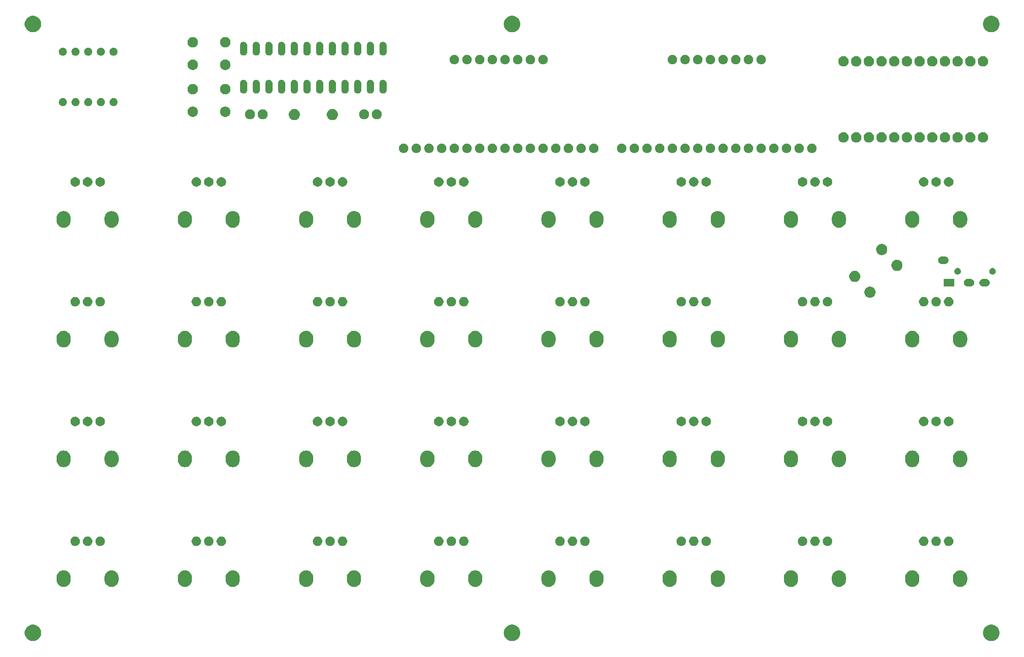
<source format=gbr>
G04 #@! TF.GenerationSoftware,KiCad,Pcbnew,(5.1.2-1)-1*
G04 #@! TF.CreationDate,2020-08-28T09:47:20+03:00*
G04 #@! TF.ProjectId,N32B,4e333242-2e6b-4696-9361-645f70636258,V0.1*
G04 #@! TF.SameCoordinates,Original*
G04 #@! TF.FileFunction,Soldermask,Bot*
G04 #@! TF.FilePolarity,Negative*
%FSLAX46Y46*%
G04 Gerber Fmt 4.6, Leading zero omitted, Abs format (unit mm)*
G04 Created by KiCad (PCBNEW (5.1.2-1)-1) date 2020-08-28 09:47:20*
%MOMM*%
%LPD*%
G04 APERTURE LIST*
%ADD10C,0.100000*%
G04 APERTURE END LIST*
D10*
G36*
X224897579Y-146724447D02*
G01*
X225198042Y-146848903D01*
X225468451Y-147029585D01*
X225698415Y-147259549D01*
X225879097Y-147529958D01*
X226003553Y-147830421D01*
X226067000Y-148149391D01*
X226067000Y-148474609D01*
X226003553Y-148793579D01*
X225879097Y-149094042D01*
X225698415Y-149364451D01*
X225468451Y-149594415D01*
X225198042Y-149775097D01*
X224897579Y-149899553D01*
X224578609Y-149963000D01*
X224253391Y-149963000D01*
X223934421Y-149899553D01*
X223633958Y-149775097D01*
X223363549Y-149594415D01*
X223133585Y-149364451D01*
X222952903Y-149094042D01*
X222828447Y-148793579D01*
X222765000Y-148474609D01*
X222765000Y-148149391D01*
X222828447Y-147830421D01*
X222952903Y-147529958D01*
X223133585Y-147259549D01*
X223363549Y-147029585D01*
X223633958Y-146848903D01*
X223934421Y-146724447D01*
X224253391Y-146661000D01*
X224578609Y-146661000D01*
X224897579Y-146724447D01*
X224897579Y-146724447D01*
G37*
G36*
X128897579Y-146724447D02*
G01*
X129198042Y-146848903D01*
X129468451Y-147029585D01*
X129698415Y-147259549D01*
X129879097Y-147529958D01*
X130003553Y-147830421D01*
X130067000Y-148149391D01*
X130067000Y-148474609D01*
X130003553Y-148793579D01*
X129879097Y-149094042D01*
X129698415Y-149364451D01*
X129468451Y-149594415D01*
X129198042Y-149775097D01*
X128897579Y-149899553D01*
X128578609Y-149963000D01*
X128253391Y-149963000D01*
X127934421Y-149899553D01*
X127633958Y-149775097D01*
X127363549Y-149594415D01*
X127133585Y-149364451D01*
X126952903Y-149094042D01*
X126828447Y-148793579D01*
X126765000Y-148474609D01*
X126765000Y-148149391D01*
X126828447Y-147830421D01*
X126952903Y-147529958D01*
X127133585Y-147259549D01*
X127363549Y-147029585D01*
X127633958Y-146848903D01*
X127934421Y-146724447D01*
X128253391Y-146661000D01*
X128578609Y-146661000D01*
X128897579Y-146724447D01*
X128897579Y-146724447D01*
G37*
G36*
X32897579Y-146724447D02*
G01*
X33198042Y-146848903D01*
X33468451Y-147029585D01*
X33698415Y-147259549D01*
X33879097Y-147529958D01*
X34003553Y-147830421D01*
X34067000Y-148149391D01*
X34067000Y-148474609D01*
X34003553Y-148793579D01*
X33879097Y-149094042D01*
X33698415Y-149364451D01*
X33468451Y-149594415D01*
X33198042Y-149775097D01*
X32897579Y-149899553D01*
X32578609Y-149963000D01*
X32253391Y-149963000D01*
X31934421Y-149899553D01*
X31633958Y-149775097D01*
X31363549Y-149594415D01*
X31133585Y-149364451D01*
X30952903Y-149094042D01*
X30828447Y-148793579D01*
X30765000Y-148474609D01*
X30765000Y-148149391D01*
X30828447Y-147830421D01*
X30952903Y-147529958D01*
X31133585Y-147259549D01*
X31363549Y-147029585D01*
X31633958Y-146848903D01*
X31934421Y-146724447D01*
X32253391Y-146661000D01*
X32578609Y-146661000D01*
X32897579Y-146724447D01*
X32897579Y-146724447D01*
G37*
G36*
X72742604Y-135789416D02*
G01*
X72961807Y-135855911D01*
X73008583Y-135870100D01*
X73253700Y-136001118D01*
X73468558Y-136177447D01*
X73644881Y-136392297D01*
X73775901Y-136637417D01*
X73790090Y-136684193D01*
X73856585Y-136903396D01*
X73877001Y-137110684D01*
X73877001Y-137769315D01*
X73856585Y-137976603D01*
X73790090Y-138195807D01*
X73775901Y-138242583D01*
X73644883Y-138487700D01*
X73468556Y-138702555D01*
X73253701Y-138878882D01*
X73008584Y-139009900D01*
X72961808Y-139024089D01*
X72742605Y-139090584D01*
X72466001Y-139117827D01*
X72189398Y-139090584D01*
X71970195Y-139024089D01*
X71923419Y-139009900D01*
X71678302Y-138878882D01*
X71463444Y-138702553D01*
X71287121Y-138487703D01*
X71156101Y-138242583D01*
X71141912Y-138195807D01*
X71075417Y-137976604D01*
X71055001Y-137769316D01*
X71055001Y-137110685D01*
X71075417Y-136903397D01*
X71156100Y-136637422D01*
X71156101Y-136637418D01*
X71287119Y-136392301D01*
X71463448Y-136177443D01*
X71678298Y-136001120D01*
X71923418Y-135870100D01*
X71970194Y-135855911D01*
X72189397Y-135789416D01*
X72466001Y-135762173D01*
X72742604Y-135789416D01*
X72742604Y-135789416D01*
G37*
G36*
X87428604Y-135789416D02*
G01*
X87647807Y-135855911D01*
X87694583Y-135870100D01*
X87939700Y-136001118D01*
X88154558Y-136177447D01*
X88330881Y-136392297D01*
X88461901Y-136637417D01*
X88476090Y-136684193D01*
X88542585Y-136903396D01*
X88563001Y-137110684D01*
X88563001Y-137769315D01*
X88542585Y-137976603D01*
X88476090Y-138195807D01*
X88461901Y-138242583D01*
X88330883Y-138487700D01*
X88154556Y-138702555D01*
X87939701Y-138878882D01*
X87694584Y-139009900D01*
X87647808Y-139024089D01*
X87428605Y-139090584D01*
X87152001Y-139117827D01*
X86875398Y-139090584D01*
X86656195Y-139024089D01*
X86609419Y-139009900D01*
X86364302Y-138878882D01*
X86149444Y-138702553D01*
X85973121Y-138487703D01*
X85842101Y-138242583D01*
X85827912Y-138195807D01*
X85761417Y-137976604D01*
X85741001Y-137769316D01*
X85741001Y-137110685D01*
X85761417Y-136903397D01*
X85842100Y-136637422D01*
X85842101Y-136637418D01*
X85973119Y-136392301D01*
X86149448Y-136177443D01*
X86364298Y-136001120D01*
X86609418Y-135870100D01*
X86656194Y-135855911D01*
X86875397Y-135789416D01*
X87152001Y-135762173D01*
X87428604Y-135789416D01*
X87428604Y-135789416D01*
G37*
G36*
X97028604Y-135789416D02*
G01*
X97247807Y-135855911D01*
X97294583Y-135870100D01*
X97539700Y-136001118D01*
X97754558Y-136177447D01*
X97930881Y-136392297D01*
X98061901Y-136637417D01*
X98076090Y-136684193D01*
X98142585Y-136903396D01*
X98163001Y-137110684D01*
X98163001Y-137769315D01*
X98142585Y-137976603D01*
X98076090Y-138195807D01*
X98061901Y-138242583D01*
X97930883Y-138487700D01*
X97754556Y-138702555D01*
X97539701Y-138878882D01*
X97294584Y-139009900D01*
X97247808Y-139024089D01*
X97028605Y-139090584D01*
X96752001Y-139117827D01*
X96475398Y-139090584D01*
X96256195Y-139024089D01*
X96209419Y-139009900D01*
X95964302Y-138878882D01*
X95749444Y-138702553D01*
X95573121Y-138487703D01*
X95442101Y-138242583D01*
X95427912Y-138195807D01*
X95361417Y-137976604D01*
X95341001Y-137769316D01*
X95341001Y-137110685D01*
X95361417Y-136903397D01*
X95442100Y-136637422D01*
X95442101Y-136637418D01*
X95573119Y-136392301D01*
X95749448Y-136177443D01*
X95964298Y-136001120D01*
X96209418Y-135870100D01*
X96256194Y-135855911D01*
X96475397Y-135789416D01*
X96752001Y-135762173D01*
X97028604Y-135789416D01*
X97028604Y-135789416D01*
G37*
G36*
X111714605Y-135789416D02*
G01*
X111933808Y-135855911D01*
X111980584Y-135870100D01*
X112225701Y-136001118D01*
X112440559Y-136177447D01*
X112616882Y-136392297D01*
X112747902Y-136637417D01*
X112762091Y-136684193D01*
X112828586Y-136903396D01*
X112849002Y-137110684D01*
X112849002Y-137769315D01*
X112828586Y-137976603D01*
X112762091Y-138195807D01*
X112747902Y-138242583D01*
X112616884Y-138487700D01*
X112440557Y-138702555D01*
X112225702Y-138878882D01*
X111980585Y-139009900D01*
X111933809Y-139024089D01*
X111714606Y-139090584D01*
X111438002Y-139117827D01*
X111161399Y-139090584D01*
X110942196Y-139024089D01*
X110895420Y-139009900D01*
X110650303Y-138878882D01*
X110435445Y-138702553D01*
X110259122Y-138487703D01*
X110128102Y-138242583D01*
X110113913Y-138195807D01*
X110047418Y-137976604D01*
X110027002Y-137769316D01*
X110027002Y-137110685D01*
X110047418Y-136903397D01*
X110128101Y-136637422D01*
X110128102Y-136637418D01*
X110259120Y-136392301D01*
X110435449Y-136177443D01*
X110650299Y-136001120D01*
X110895419Y-135870100D01*
X110942195Y-135855911D01*
X111161398Y-135789416D01*
X111438002Y-135762173D01*
X111714605Y-135789416D01*
X111714605Y-135789416D01*
G37*
G36*
X121314605Y-135789416D02*
G01*
X121533808Y-135855911D01*
X121580584Y-135870100D01*
X121825701Y-136001118D01*
X122040559Y-136177447D01*
X122216882Y-136392297D01*
X122347902Y-136637417D01*
X122362091Y-136684193D01*
X122428586Y-136903396D01*
X122449002Y-137110684D01*
X122449002Y-137769315D01*
X122428586Y-137976603D01*
X122362091Y-138195807D01*
X122347902Y-138242583D01*
X122216884Y-138487700D01*
X122040557Y-138702555D01*
X121825702Y-138878882D01*
X121580585Y-139009900D01*
X121533809Y-139024089D01*
X121314606Y-139090584D01*
X121038002Y-139117827D01*
X120761399Y-139090584D01*
X120542196Y-139024089D01*
X120495420Y-139009900D01*
X120250303Y-138878882D01*
X120035445Y-138702553D01*
X119859122Y-138487703D01*
X119728102Y-138242583D01*
X119713913Y-138195807D01*
X119647418Y-137976604D01*
X119627002Y-137769316D01*
X119627002Y-137110685D01*
X119647418Y-136903397D01*
X119728101Y-136637422D01*
X119728102Y-136637418D01*
X119859120Y-136392301D01*
X120035449Y-136177443D01*
X120250299Y-136001120D01*
X120495419Y-135870100D01*
X120542195Y-135855911D01*
X120761398Y-135789416D01*
X121038002Y-135762173D01*
X121314605Y-135789416D01*
X121314605Y-135789416D01*
G37*
G36*
X136000604Y-135789416D02*
G01*
X136219807Y-135855911D01*
X136266583Y-135870100D01*
X136511700Y-136001118D01*
X136726558Y-136177447D01*
X136902881Y-136392297D01*
X137033901Y-136637417D01*
X137048090Y-136684193D01*
X137114585Y-136903396D01*
X137135001Y-137110684D01*
X137135001Y-137769315D01*
X137114585Y-137976603D01*
X137048090Y-138195807D01*
X137033901Y-138242583D01*
X136902883Y-138487700D01*
X136726556Y-138702555D01*
X136511701Y-138878882D01*
X136266584Y-139009900D01*
X136219808Y-139024089D01*
X136000605Y-139090584D01*
X135724001Y-139117827D01*
X135447398Y-139090584D01*
X135228195Y-139024089D01*
X135181419Y-139009900D01*
X134936302Y-138878882D01*
X134721444Y-138702553D01*
X134545121Y-138487703D01*
X134414101Y-138242583D01*
X134399912Y-138195807D01*
X134333417Y-137976604D01*
X134313001Y-137769316D01*
X134313001Y-137110685D01*
X134333417Y-136903397D01*
X134414100Y-136637422D01*
X134414101Y-136637418D01*
X134545119Y-136392301D01*
X134721448Y-136177443D01*
X134936298Y-136001120D01*
X135181418Y-135870100D01*
X135228194Y-135855911D01*
X135447397Y-135789416D01*
X135724001Y-135762173D01*
X136000604Y-135789416D01*
X136000604Y-135789416D01*
G37*
G36*
X145600604Y-135789416D02*
G01*
X145819807Y-135855911D01*
X145866583Y-135870100D01*
X146111700Y-136001118D01*
X146326558Y-136177447D01*
X146502881Y-136392297D01*
X146633901Y-136637417D01*
X146648090Y-136684193D01*
X146714585Y-136903396D01*
X146735001Y-137110684D01*
X146735001Y-137769315D01*
X146714585Y-137976603D01*
X146648090Y-138195807D01*
X146633901Y-138242583D01*
X146502883Y-138487700D01*
X146326556Y-138702555D01*
X146111701Y-138878882D01*
X145866584Y-139009900D01*
X145819808Y-139024089D01*
X145600605Y-139090584D01*
X145324001Y-139117827D01*
X145047398Y-139090584D01*
X144828195Y-139024089D01*
X144781419Y-139009900D01*
X144536302Y-138878882D01*
X144321444Y-138702553D01*
X144145121Y-138487703D01*
X144014101Y-138242583D01*
X143999912Y-138195807D01*
X143933417Y-137976604D01*
X143913001Y-137769316D01*
X143913001Y-137110685D01*
X143933417Y-136903397D01*
X144014100Y-136637422D01*
X144014101Y-136637418D01*
X144145119Y-136392301D01*
X144321448Y-136177443D01*
X144536298Y-136001120D01*
X144781418Y-135870100D01*
X144828194Y-135855911D01*
X145047397Y-135789416D01*
X145324001Y-135762173D01*
X145600604Y-135789416D01*
X145600604Y-135789416D01*
G37*
G36*
X160286604Y-135789416D02*
G01*
X160505807Y-135855911D01*
X160552583Y-135870100D01*
X160797700Y-136001118D01*
X161012558Y-136177447D01*
X161188881Y-136392297D01*
X161319901Y-136637417D01*
X161334090Y-136684193D01*
X161400585Y-136903396D01*
X161421001Y-137110684D01*
X161421001Y-137769315D01*
X161400585Y-137976603D01*
X161334090Y-138195807D01*
X161319901Y-138242583D01*
X161188883Y-138487700D01*
X161012556Y-138702555D01*
X160797701Y-138878882D01*
X160552584Y-139009900D01*
X160505808Y-139024089D01*
X160286605Y-139090584D01*
X160010001Y-139117827D01*
X159733398Y-139090584D01*
X159514195Y-139024089D01*
X159467419Y-139009900D01*
X159222302Y-138878882D01*
X159007444Y-138702553D01*
X158831121Y-138487703D01*
X158700101Y-138242583D01*
X158685912Y-138195807D01*
X158619417Y-137976604D01*
X158599001Y-137769316D01*
X158599001Y-137110685D01*
X158619417Y-136903397D01*
X158700100Y-136637422D01*
X158700101Y-136637418D01*
X158831119Y-136392301D01*
X159007448Y-136177443D01*
X159222298Y-136001120D01*
X159467418Y-135870100D01*
X159514194Y-135855911D01*
X159733397Y-135789416D01*
X160010001Y-135762173D01*
X160286604Y-135789416D01*
X160286604Y-135789416D01*
G37*
G36*
X169886604Y-135789416D02*
G01*
X170105807Y-135855911D01*
X170152583Y-135870100D01*
X170397700Y-136001118D01*
X170612558Y-136177447D01*
X170788881Y-136392297D01*
X170919901Y-136637417D01*
X170934090Y-136684193D01*
X171000585Y-136903396D01*
X171021001Y-137110684D01*
X171021001Y-137769315D01*
X171000585Y-137976603D01*
X170934090Y-138195807D01*
X170919901Y-138242583D01*
X170788883Y-138487700D01*
X170612556Y-138702555D01*
X170397701Y-138878882D01*
X170152584Y-139009900D01*
X170105808Y-139024089D01*
X169886605Y-139090584D01*
X169610001Y-139117827D01*
X169333398Y-139090584D01*
X169114195Y-139024089D01*
X169067419Y-139009900D01*
X168822302Y-138878882D01*
X168607444Y-138702553D01*
X168431121Y-138487703D01*
X168300101Y-138242583D01*
X168285912Y-138195807D01*
X168219417Y-137976604D01*
X168199001Y-137769316D01*
X168199001Y-137110685D01*
X168219417Y-136903397D01*
X168300100Y-136637422D01*
X168300101Y-136637418D01*
X168431119Y-136392301D01*
X168607448Y-136177443D01*
X168822298Y-136001120D01*
X169067418Y-135870100D01*
X169114194Y-135855911D01*
X169333397Y-135789416D01*
X169610001Y-135762173D01*
X169886604Y-135789416D01*
X169886604Y-135789416D01*
G37*
G36*
X184572604Y-135789416D02*
G01*
X184791807Y-135855911D01*
X184838583Y-135870100D01*
X185083700Y-136001118D01*
X185298558Y-136177447D01*
X185474881Y-136392297D01*
X185605901Y-136637417D01*
X185620090Y-136684193D01*
X185686585Y-136903396D01*
X185707001Y-137110684D01*
X185707001Y-137769315D01*
X185686585Y-137976603D01*
X185620090Y-138195807D01*
X185605901Y-138242583D01*
X185474883Y-138487700D01*
X185298556Y-138702555D01*
X185083701Y-138878882D01*
X184838584Y-139009900D01*
X184791808Y-139024089D01*
X184572605Y-139090584D01*
X184296001Y-139117827D01*
X184019398Y-139090584D01*
X183800195Y-139024089D01*
X183753419Y-139009900D01*
X183508302Y-138878882D01*
X183293444Y-138702553D01*
X183117121Y-138487703D01*
X182986101Y-138242583D01*
X182971912Y-138195807D01*
X182905417Y-137976604D01*
X182885001Y-137769316D01*
X182885001Y-137110685D01*
X182905417Y-136903397D01*
X182986100Y-136637422D01*
X182986101Y-136637418D01*
X183117119Y-136392301D01*
X183293448Y-136177443D01*
X183508298Y-136001120D01*
X183753418Y-135870100D01*
X183800194Y-135855911D01*
X184019397Y-135789416D01*
X184296001Y-135762173D01*
X184572604Y-135789416D01*
X184572604Y-135789416D01*
G37*
G36*
X194172604Y-135789416D02*
G01*
X194391807Y-135855911D01*
X194438583Y-135870100D01*
X194683700Y-136001118D01*
X194898558Y-136177447D01*
X195074881Y-136392297D01*
X195205901Y-136637417D01*
X195220090Y-136684193D01*
X195286585Y-136903396D01*
X195307001Y-137110684D01*
X195307001Y-137769315D01*
X195286585Y-137976603D01*
X195220090Y-138195807D01*
X195205901Y-138242583D01*
X195074883Y-138487700D01*
X194898556Y-138702555D01*
X194683701Y-138878882D01*
X194438584Y-139009900D01*
X194391808Y-139024089D01*
X194172605Y-139090584D01*
X193896001Y-139117827D01*
X193619398Y-139090584D01*
X193400195Y-139024089D01*
X193353419Y-139009900D01*
X193108302Y-138878882D01*
X192893444Y-138702553D01*
X192717121Y-138487703D01*
X192586101Y-138242583D01*
X192571912Y-138195807D01*
X192505417Y-137976604D01*
X192485001Y-137769316D01*
X192485001Y-137110685D01*
X192505417Y-136903397D01*
X192586100Y-136637422D01*
X192586101Y-136637418D01*
X192717119Y-136392301D01*
X192893448Y-136177443D01*
X193108298Y-136001120D01*
X193353418Y-135870100D01*
X193400194Y-135855911D01*
X193619397Y-135789416D01*
X193896001Y-135762173D01*
X194172604Y-135789416D01*
X194172604Y-135789416D01*
G37*
G36*
X208858604Y-135789416D02*
G01*
X209077807Y-135855911D01*
X209124583Y-135870100D01*
X209369700Y-136001118D01*
X209584558Y-136177447D01*
X209760881Y-136392297D01*
X209891901Y-136637417D01*
X209906090Y-136684193D01*
X209972585Y-136903396D01*
X209993001Y-137110684D01*
X209993001Y-137769315D01*
X209972585Y-137976603D01*
X209906090Y-138195807D01*
X209891901Y-138242583D01*
X209760883Y-138487700D01*
X209584556Y-138702555D01*
X209369701Y-138878882D01*
X209124584Y-139009900D01*
X209077808Y-139024089D01*
X208858605Y-139090584D01*
X208582001Y-139117827D01*
X208305398Y-139090584D01*
X208086195Y-139024089D01*
X208039419Y-139009900D01*
X207794302Y-138878882D01*
X207579444Y-138702553D01*
X207403121Y-138487703D01*
X207272101Y-138242583D01*
X207257912Y-138195807D01*
X207191417Y-137976604D01*
X207171001Y-137769316D01*
X207171001Y-137110685D01*
X207191417Y-136903397D01*
X207272100Y-136637422D01*
X207272101Y-136637418D01*
X207403119Y-136392301D01*
X207579448Y-136177443D01*
X207794298Y-136001120D01*
X208039418Y-135870100D01*
X208086194Y-135855911D01*
X208305397Y-135789416D01*
X208582001Y-135762173D01*
X208858604Y-135789416D01*
X208858604Y-135789416D01*
G37*
G36*
X218458604Y-135789416D02*
G01*
X218677807Y-135855911D01*
X218724583Y-135870100D01*
X218969700Y-136001118D01*
X219184558Y-136177447D01*
X219360881Y-136392297D01*
X219491901Y-136637417D01*
X219506090Y-136684193D01*
X219572585Y-136903396D01*
X219593001Y-137110684D01*
X219593001Y-137769315D01*
X219572585Y-137976603D01*
X219506090Y-138195807D01*
X219491901Y-138242583D01*
X219360883Y-138487700D01*
X219184556Y-138702555D01*
X218969701Y-138878882D01*
X218724584Y-139009900D01*
X218677808Y-139024089D01*
X218458605Y-139090584D01*
X218182001Y-139117827D01*
X217905398Y-139090584D01*
X217686195Y-139024089D01*
X217639419Y-139009900D01*
X217394302Y-138878882D01*
X217179444Y-138702553D01*
X217003121Y-138487703D01*
X216872101Y-138242583D01*
X216857912Y-138195807D01*
X216791417Y-137976604D01*
X216771001Y-137769316D01*
X216771001Y-137110685D01*
X216791417Y-136903397D01*
X216872100Y-136637422D01*
X216872101Y-136637418D01*
X217003119Y-136392301D01*
X217179448Y-136177443D01*
X217394298Y-136001120D01*
X217639418Y-135870100D01*
X217686194Y-135855911D01*
X217905397Y-135789416D01*
X218182001Y-135762173D01*
X218458604Y-135789416D01*
X218458604Y-135789416D01*
G37*
G36*
X63142604Y-135789416D02*
G01*
X63361807Y-135855911D01*
X63408583Y-135870100D01*
X63653700Y-136001118D01*
X63868558Y-136177447D01*
X64044881Y-136392297D01*
X64175901Y-136637417D01*
X64190090Y-136684193D01*
X64256585Y-136903396D01*
X64277001Y-137110684D01*
X64277001Y-137769315D01*
X64256585Y-137976603D01*
X64190090Y-138195807D01*
X64175901Y-138242583D01*
X64044883Y-138487700D01*
X63868556Y-138702555D01*
X63653701Y-138878882D01*
X63408584Y-139009900D01*
X63361808Y-139024089D01*
X63142605Y-139090584D01*
X62866001Y-139117827D01*
X62589398Y-139090584D01*
X62370195Y-139024089D01*
X62323419Y-139009900D01*
X62078302Y-138878882D01*
X61863444Y-138702553D01*
X61687121Y-138487703D01*
X61556101Y-138242583D01*
X61541912Y-138195807D01*
X61475417Y-137976604D01*
X61455001Y-137769316D01*
X61455001Y-137110685D01*
X61475417Y-136903397D01*
X61556100Y-136637422D01*
X61556101Y-136637418D01*
X61687119Y-136392301D01*
X61863448Y-136177443D01*
X62078298Y-136001120D01*
X62323418Y-135870100D01*
X62370194Y-135855911D01*
X62589397Y-135789416D01*
X62866001Y-135762173D01*
X63142604Y-135789416D01*
X63142604Y-135789416D01*
G37*
G36*
X38856604Y-135789416D02*
G01*
X39075807Y-135855911D01*
X39122583Y-135870100D01*
X39367700Y-136001118D01*
X39582558Y-136177447D01*
X39758881Y-136392297D01*
X39889901Y-136637417D01*
X39904090Y-136684193D01*
X39970585Y-136903396D01*
X39991001Y-137110684D01*
X39991001Y-137769315D01*
X39970585Y-137976603D01*
X39904090Y-138195807D01*
X39889901Y-138242583D01*
X39758883Y-138487700D01*
X39582556Y-138702555D01*
X39367701Y-138878882D01*
X39122584Y-139009900D01*
X39075808Y-139024089D01*
X38856605Y-139090584D01*
X38580001Y-139117827D01*
X38303398Y-139090584D01*
X38084195Y-139024089D01*
X38037419Y-139009900D01*
X37792302Y-138878882D01*
X37577444Y-138702553D01*
X37401121Y-138487703D01*
X37270101Y-138242583D01*
X37255912Y-138195807D01*
X37189417Y-137976604D01*
X37169001Y-137769316D01*
X37169001Y-137110685D01*
X37189417Y-136903397D01*
X37270100Y-136637422D01*
X37270101Y-136637418D01*
X37401119Y-136392301D01*
X37577448Y-136177443D01*
X37792298Y-136001120D01*
X38037418Y-135870100D01*
X38084194Y-135855911D01*
X38303397Y-135789416D01*
X38580001Y-135762173D01*
X38856604Y-135789416D01*
X38856604Y-135789416D01*
G37*
G36*
X48456604Y-135789416D02*
G01*
X48675807Y-135855911D01*
X48722583Y-135870100D01*
X48967700Y-136001118D01*
X49182558Y-136177447D01*
X49358881Y-136392297D01*
X49489901Y-136637417D01*
X49504090Y-136684193D01*
X49570585Y-136903396D01*
X49591001Y-137110684D01*
X49591001Y-137769315D01*
X49570585Y-137976603D01*
X49504090Y-138195807D01*
X49489901Y-138242583D01*
X49358883Y-138487700D01*
X49182556Y-138702555D01*
X48967701Y-138878882D01*
X48722584Y-139009900D01*
X48675808Y-139024089D01*
X48456605Y-139090584D01*
X48180001Y-139117827D01*
X47903398Y-139090584D01*
X47684195Y-139024089D01*
X47637419Y-139009900D01*
X47392302Y-138878882D01*
X47177444Y-138702553D01*
X47001121Y-138487703D01*
X46870101Y-138242583D01*
X46855912Y-138195807D01*
X46789417Y-137976604D01*
X46769001Y-137769316D01*
X46769001Y-137110685D01*
X46789417Y-136903397D01*
X46870100Y-136637422D01*
X46870101Y-136637418D01*
X47001119Y-136392301D01*
X47177448Y-136177443D01*
X47392298Y-136001120D01*
X47637418Y-135870100D01*
X47684194Y-135855911D01*
X47903397Y-135789416D01*
X48180001Y-135762173D01*
X48456604Y-135789416D01*
X48456604Y-135789416D01*
G37*
G36*
X67943397Y-129025547D02*
G01*
X68116468Y-129097235D01*
X68272228Y-129201310D01*
X68404691Y-129333773D01*
X68508766Y-129489533D01*
X68580454Y-129662604D01*
X68617001Y-129846335D01*
X68617001Y-130033665D01*
X68580454Y-130217396D01*
X68508766Y-130390467D01*
X68404691Y-130546227D01*
X68272228Y-130678690D01*
X68116468Y-130782765D01*
X67943397Y-130854453D01*
X67759666Y-130891000D01*
X67572336Y-130891000D01*
X67388605Y-130854453D01*
X67215534Y-130782765D01*
X67059774Y-130678690D01*
X66927311Y-130546227D01*
X66823236Y-130390467D01*
X66751548Y-130217396D01*
X66715001Y-130033665D01*
X66715001Y-129846335D01*
X66751548Y-129662604D01*
X66823236Y-129489533D01*
X66927311Y-129333773D01*
X67059774Y-129201310D01*
X67215534Y-129097235D01*
X67388605Y-129025547D01*
X67572336Y-128989000D01*
X67759666Y-128989000D01*
X67943397Y-129025547D01*
X67943397Y-129025547D01*
G37*
G36*
X65443397Y-129025547D02*
G01*
X65616468Y-129097235D01*
X65772228Y-129201310D01*
X65904691Y-129333773D01*
X66008766Y-129489533D01*
X66080454Y-129662604D01*
X66117001Y-129846335D01*
X66117001Y-130033665D01*
X66080454Y-130217396D01*
X66008766Y-130390467D01*
X65904691Y-130546227D01*
X65772228Y-130678690D01*
X65616468Y-130782765D01*
X65443397Y-130854453D01*
X65259666Y-130891000D01*
X65072336Y-130891000D01*
X64888605Y-130854453D01*
X64715534Y-130782765D01*
X64559774Y-130678690D01*
X64427311Y-130546227D01*
X64323236Y-130390467D01*
X64251548Y-130217396D01*
X64215001Y-130033665D01*
X64215001Y-129846335D01*
X64251548Y-129662604D01*
X64323236Y-129489533D01*
X64427311Y-129333773D01*
X64559774Y-129201310D01*
X64715534Y-129097235D01*
X64888605Y-129025547D01*
X65072336Y-128989000D01*
X65259666Y-128989000D01*
X65443397Y-129025547D01*
X65443397Y-129025547D01*
G37*
G36*
X46157397Y-129025547D02*
G01*
X46330468Y-129097235D01*
X46486228Y-129201310D01*
X46618691Y-129333773D01*
X46722766Y-129489533D01*
X46794454Y-129662604D01*
X46831001Y-129846335D01*
X46831001Y-130033665D01*
X46794454Y-130217396D01*
X46722766Y-130390467D01*
X46618691Y-130546227D01*
X46486228Y-130678690D01*
X46330468Y-130782765D01*
X46157397Y-130854453D01*
X45973666Y-130891000D01*
X45786336Y-130891000D01*
X45602605Y-130854453D01*
X45429534Y-130782765D01*
X45273774Y-130678690D01*
X45141311Y-130546227D01*
X45037236Y-130390467D01*
X44965548Y-130217396D01*
X44929001Y-130033665D01*
X44929001Y-129846335D01*
X44965548Y-129662604D01*
X45037236Y-129489533D01*
X45141311Y-129333773D01*
X45273774Y-129201310D01*
X45429534Y-129097235D01*
X45602605Y-129025547D01*
X45786336Y-128989000D01*
X45973666Y-128989000D01*
X46157397Y-129025547D01*
X46157397Y-129025547D01*
G37*
G36*
X43657397Y-129025547D02*
G01*
X43830468Y-129097235D01*
X43986228Y-129201310D01*
X44118691Y-129333773D01*
X44222766Y-129489533D01*
X44294454Y-129662604D01*
X44331001Y-129846335D01*
X44331001Y-130033665D01*
X44294454Y-130217396D01*
X44222766Y-130390467D01*
X44118691Y-130546227D01*
X43986228Y-130678690D01*
X43830468Y-130782765D01*
X43657397Y-130854453D01*
X43473666Y-130891000D01*
X43286336Y-130891000D01*
X43102605Y-130854453D01*
X42929534Y-130782765D01*
X42773774Y-130678690D01*
X42641311Y-130546227D01*
X42537236Y-130390467D01*
X42465548Y-130217396D01*
X42429001Y-130033665D01*
X42429001Y-129846335D01*
X42465548Y-129662604D01*
X42537236Y-129489533D01*
X42641311Y-129333773D01*
X42773774Y-129201310D01*
X42929534Y-129097235D01*
X43102605Y-129025547D01*
X43286336Y-128989000D01*
X43473666Y-128989000D01*
X43657397Y-129025547D01*
X43657397Y-129025547D01*
G37*
G36*
X41157397Y-129025547D02*
G01*
X41330468Y-129097235D01*
X41486228Y-129201310D01*
X41618691Y-129333773D01*
X41722766Y-129489533D01*
X41794454Y-129662604D01*
X41831001Y-129846335D01*
X41831001Y-130033665D01*
X41794454Y-130217396D01*
X41722766Y-130390467D01*
X41618691Y-130546227D01*
X41486228Y-130678690D01*
X41330468Y-130782765D01*
X41157397Y-130854453D01*
X40973666Y-130891000D01*
X40786336Y-130891000D01*
X40602605Y-130854453D01*
X40429534Y-130782765D01*
X40273774Y-130678690D01*
X40141311Y-130546227D01*
X40037236Y-130390467D01*
X39965548Y-130217396D01*
X39929001Y-130033665D01*
X39929001Y-129846335D01*
X39965548Y-129662604D01*
X40037236Y-129489533D01*
X40141311Y-129333773D01*
X40273774Y-129201310D01*
X40429534Y-129097235D01*
X40602605Y-129025547D01*
X40786336Y-128989000D01*
X40973666Y-128989000D01*
X41157397Y-129025547D01*
X41157397Y-129025547D01*
G37*
G36*
X114015398Y-129025547D02*
G01*
X114188469Y-129097235D01*
X114344229Y-129201310D01*
X114476692Y-129333773D01*
X114580767Y-129489533D01*
X114652455Y-129662604D01*
X114689002Y-129846335D01*
X114689002Y-130033665D01*
X114652455Y-130217396D01*
X114580767Y-130390467D01*
X114476692Y-130546227D01*
X114344229Y-130678690D01*
X114188469Y-130782765D01*
X114015398Y-130854453D01*
X113831667Y-130891000D01*
X113644337Y-130891000D01*
X113460606Y-130854453D01*
X113287535Y-130782765D01*
X113131775Y-130678690D01*
X112999312Y-130546227D01*
X112895237Y-130390467D01*
X112823549Y-130217396D01*
X112787002Y-130033665D01*
X112787002Y-129846335D01*
X112823549Y-129662604D01*
X112895237Y-129489533D01*
X112999312Y-129333773D01*
X113131775Y-129201310D01*
X113287535Y-129097235D01*
X113460606Y-129025547D01*
X113644337Y-128989000D01*
X113831667Y-128989000D01*
X114015398Y-129025547D01*
X114015398Y-129025547D01*
G37*
G36*
X94729397Y-129025547D02*
G01*
X94902468Y-129097235D01*
X95058228Y-129201310D01*
X95190691Y-129333773D01*
X95294766Y-129489533D01*
X95366454Y-129662604D01*
X95403001Y-129846335D01*
X95403001Y-130033665D01*
X95366454Y-130217396D01*
X95294766Y-130390467D01*
X95190691Y-130546227D01*
X95058228Y-130678690D01*
X94902468Y-130782765D01*
X94729397Y-130854453D01*
X94545666Y-130891000D01*
X94358336Y-130891000D01*
X94174605Y-130854453D01*
X94001534Y-130782765D01*
X93845774Y-130678690D01*
X93713311Y-130546227D01*
X93609236Y-130390467D01*
X93537548Y-130217396D01*
X93501001Y-130033665D01*
X93501001Y-129846335D01*
X93537548Y-129662604D01*
X93609236Y-129489533D01*
X93713311Y-129333773D01*
X93845774Y-129201310D01*
X94001534Y-129097235D01*
X94174605Y-129025547D01*
X94358336Y-128989000D01*
X94545666Y-128989000D01*
X94729397Y-129025547D01*
X94729397Y-129025547D01*
G37*
G36*
X92229397Y-129025547D02*
G01*
X92402468Y-129097235D01*
X92558228Y-129201310D01*
X92690691Y-129333773D01*
X92794766Y-129489533D01*
X92866454Y-129662604D01*
X92903001Y-129846335D01*
X92903001Y-130033665D01*
X92866454Y-130217396D01*
X92794766Y-130390467D01*
X92690691Y-130546227D01*
X92558228Y-130678690D01*
X92402468Y-130782765D01*
X92229397Y-130854453D01*
X92045666Y-130891000D01*
X91858336Y-130891000D01*
X91674605Y-130854453D01*
X91501534Y-130782765D01*
X91345774Y-130678690D01*
X91213311Y-130546227D01*
X91109236Y-130390467D01*
X91037548Y-130217396D01*
X91001001Y-130033665D01*
X91001001Y-129846335D01*
X91037548Y-129662604D01*
X91109236Y-129489533D01*
X91213311Y-129333773D01*
X91345774Y-129201310D01*
X91501534Y-129097235D01*
X91674605Y-129025547D01*
X91858336Y-128989000D01*
X92045666Y-128989000D01*
X92229397Y-129025547D01*
X92229397Y-129025547D01*
G37*
G36*
X89729397Y-129025547D02*
G01*
X89902468Y-129097235D01*
X90058228Y-129201310D01*
X90190691Y-129333773D01*
X90294766Y-129489533D01*
X90366454Y-129662604D01*
X90403001Y-129846335D01*
X90403001Y-130033665D01*
X90366454Y-130217396D01*
X90294766Y-130390467D01*
X90190691Y-130546227D01*
X90058228Y-130678690D01*
X89902468Y-130782765D01*
X89729397Y-130854453D01*
X89545666Y-130891000D01*
X89358336Y-130891000D01*
X89174605Y-130854453D01*
X89001534Y-130782765D01*
X88845774Y-130678690D01*
X88713311Y-130546227D01*
X88609236Y-130390467D01*
X88537548Y-130217396D01*
X88501001Y-130033665D01*
X88501001Y-129846335D01*
X88537548Y-129662604D01*
X88609236Y-129489533D01*
X88713311Y-129333773D01*
X88845774Y-129201310D01*
X89001534Y-129097235D01*
X89174605Y-129025547D01*
X89358336Y-128989000D01*
X89545666Y-128989000D01*
X89729397Y-129025547D01*
X89729397Y-129025547D01*
G37*
G36*
X70443397Y-129025547D02*
G01*
X70616468Y-129097235D01*
X70772228Y-129201310D01*
X70904691Y-129333773D01*
X71008766Y-129489533D01*
X71080454Y-129662604D01*
X71117001Y-129846335D01*
X71117001Y-130033665D01*
X71080454Y-130217396D01*
X71008766Y-130390467D01*
X70904691Y-130546227D01*
X70772228Y-130678690D01*
X70616468Y-130782765D01*
X70443397Y-130854453D01*
X70259666Y-130891000D01*
X70072336Y-130891000D01*
X69888605Y-130854453D01*
X69715534Y-130782765D01*
X69559774Y-130678690D01*
X69427311Y-130546227D01*
X69323236Y-130390467D01*
X69251548Y-130217396D01*
X69215001Y-130033665D01*
X69215001Y-129846335D01*
X69251548Y-129662604D01*
X69323236Y-129489533D01*
X69427311Y-129333773D01*
X69559774Y-129201310D01*
X69715534Y-129097235D01*
X69888605Y-129025547D01*
X70072336Y-128989000D01*
X70259666Y-128989000D01*
X70443397Y-129025547D01*
X70443397Y-129025547D01*
G37*
G36*
X116515398Y-129025547D02*
G01*
X116688469Y-129097235D01*
X116844229Y-129201310D01*
X116976692Y-129333773D01*
X117080767Y-129489533D01*
X117152455Y-129662604D01*
X117189002Y-129846335D01*
X117189002Y-130033665D01*
X117152455Y-130217396D01*
X117080767Y-130390467D01*
X116976692Y-130546227D01*
X116844229Y-130678690D01*
X116688469Y-130782765D01*
X116515398Y-130854453D01*
X116331667Y-130891000D01*
X116144337Y-130891000D01*
X115960606Y-130854453D01*
X115787535Y-130782765D01*
X115631775Y-130678690D01*
X115499312Y-130546227D01*
X115395237Y-130390467D01*
X115323549Y-130217396D01*
X115287002Y-130033665D01*
X115287002Y-129846335D01*
X115323549Y-129662604D01*
X115395237Y-129489533D01*
X115499312Y-129333773D01*
X115631775Y-129201310D01*
X115787535Y-129097235D01*
X115960606Y-129025547D01*
X116144337Y-128989000D01*
X116331667Y-128989000D01*
X116515398Y-129025547D01*
X116515398Y-129025547D01*
G37*
G36*
X119015398Y-129025547D02*
G01*
X119188469Y-129097235D01*
X119344229Y-129201310D01*
X119476692Y-129333773D01*
X119580767Y-129489533D01*
X119652455Y-129662604D01*
X119689002Y-129846335D01*
X119689002Y-130033665D01*
X119652455Y-130217396D01*
X119580767Y-130390467D01*
X119476692Y-130546227D01*
X119344229Y-130678690D01*
X119188469Y-130782765D01*
X119015398Y-130854453D01*
X118831667Y-130891000D01*
X118644337Y-130891000D01*
X118460606Y-130854453D01*
X118287535Y-130782765D01*
X118131775Y-130678690D01*
X117999312Y-130546227D01*
X117895237Y-130390467D01*
X117823549Y-130217396D01*
X117787002Y-130033665D01*
X117787002Y-129846335D01*
X117823549Y-129662604D01*
X117895237Y-129489533D01*
X117999312Y-129333773D01*
X118131775Y-129201310D01*
X118287535Y-129097235D01*
X118460606Y-129025547D01*
X118644337Y-128989000D01*
X118831667Y-128989000D01*
X119015398Y-129025547D01*
X119015398Y-129025547D01*
G37*
G36*
X216159397Y-129025547D02*
G01*
X216332468Y-129097235D01*
X216488228Y-129201310D01*
X216620691Y-129333773D01*
X216724766Y-129489533D01*
X216796454Y-129662604D01*
X216833001Y-129846335D01*
X216833001Y-130033665D01*
X216796454Y-130217396D01*
X216724766Y-130390467D01*
X216620691Y-130546227D01*
X216488228Y-130678690D01*
X216332468Y-130782765D01*
X216159397Y-130854453D01*
X215975666Y-130891000D01*
X215788336Y-130891000D01*
X215604605Y-130854453D01*
X215431534Y-130782765D01*
X215275774Y-130678690D01*
X215143311Y-130546227D01*
X215039236Y-130390467D01*
X214967548Y-130217396D01*
X214931001Y-130033665D01*
X214931001Y-129846335D01*
X214967548Y-129662604D01*
X215039236Y-129489533D01*
X215143311Y-129333773D01*
X215275774Y-129201310D01*
X215431534Y-129097235D01*
X215604605Y-129025547D01*
X215788336Y-128989000D01*
X215975666Y-128989000D01*
X216159397Y-129025547D01*
X216159397Y-129025547D01*
G37*
G36*
X213659397Y-129025547D02*
G01*
X213832468Y-129097235D01*
X213988228Y-129201310D01*
X214120691Y-129333773D01*
X214224766Y-129489533D01*
X214296454Y-129662604D01*
X214333001Y-129846335D01*
X214333001Y-130033665D01*
X214296454Y-130217396D01*
X214224766Y-130390467D01*
X214120691Y-130546227D01*
X213988228Y-130678690D01*
X213832468Y-130782765D01*
X213659397Y-130854453D01*
X213475666Y-130891000D01*
X213288336Y-130891000D01*
X213104605Y-130854453D01*
X212931534Y-130782765D01*
X212775774Y-130678690D01*
X212643311Y-130546227D01*
X212539236Y-130390467D01*
X212467548Y-130217396D01*
X212431001Y-130033665D01*
X212431001Y-129846335D01*
X212467548Y-129662604D01*
X212539236Y-129489533D01*
X212643311Y-129333773D01*
X212775774Y-129201310D01*
X212931534Y-129097235D01*
X213104605Y-129025547D01*
X213288336Y-128989000D01*
X213475666Y-128989000D01*
X213659397Y-129025547D01*
X213659397Y-129025547D01*
G37*
G36*
X211159397Y-129025547D02*
G01*
X211332468Y-129097235D01*
X211488228Y-129201310D01*
X211620691Y-129333773D01*
X211724766Y-129489533D01*
X211796454Y-129662604D01*
X211833001Y-129846335D01*
X211833001Y-130033665D01*
X211796454Y-130217396D01*
X211724766Y-130390467D01*
X211620691Y-130546227D01*
X211488228Y-130678690D01*
X211332468Y-130782765D01*
X211159397Y-130854453D01*
X210975666Y-130891000D01*
X210788336Y-130891000D01*
X210604605Y-130854453D01*
X210431534Y-130782765D01*
X210275774Y-130678690D01*
X210143311Y-130546227D01*
X210039236Y-130390467D01*
X209967548Y-130217396D01*
X209931001Y-130033665D01*
X209931001Y-129846335D01*
X209967548Y-129662604D01*
X210039236Y-129489533D01*
X210143311Y-129333773D01*
X210275774Y-129201310D01*
X210431534Y-129097235D01*
X210604605Y-129025547D01*
X210788336Y-128989000D01*
X210975666Y-128989000D01*
X211159397Y-129025547D01*
X211159397Y-129025547D01*
G37*
G36*
X138301397Y-129025547D02*
G01*
X138474468Y-129097235D01*
X138630228Y-129201310D01*
X138762691Y-129333773D01*
X138866766Y-129489533D01*
X138938454Y-129662604D01*
X138975001Y-129846335D01*
X138975001Y-130033665D01*
X138938454Y-130217396D01*
X138866766Y-130390467D01*
X138762691Y-130546227D01*
X138630228Y-130678690D01*
X138474468Y-130782765D01*
X138301397Y-130854453D01*
X138117666Y-130891000D01*
X137930336Y-130891000D01*
X137746605Y-130854453D01*
X137573534Y-130782765D01*
X137417774Y-130678690D01*
X137285311Y-130546227D01*
X137181236Y-130390467D01*
X137109548Y-130217396D01*
X137073001Y-130033665D01*
X137073001Y-129846335D01*
X137109548Y-129662604D01*
X137181236Y-129489533D01*
X137285311Y-129333773D01*
X137417774Y-129201310D01*
X137573534Y-129097235D01*
X137746605Y-129025547D01*
X137930336Y-128989000D01*
X138117666Y-128989000D01*
X138301397Y-129025547D01*
X138301397Y-129025547D01*
G37*
G36*
X140801397Y-129025547D02*
G01*
X140974468Y-129097235D01*
X141130228Y-129201310D01*
X141262691Y-129333773D01*
X141366766Y-129489533D01*
X141438454Y-129662604D01*
X141475001Y-129846335D01*
X141475001Y-130033665D01*
X141438454Y-130217396D01*
X141366766Y-130390467D01*
X141262691Y-130546227D01*
X141130228Y-130678690D01*
X140974468Y-130782765D01*
X140801397Y-130854453D01*
X140617666Y-130891000D01*
X140430336Y-130891000D01*
X140246605Y-130854453D01*
X140073534Y-130782765D01*
X139917774Y-130678690D01*
X139785311Y-130546227D01*
X139681236Y-130390467D01*
X139609548Y-130217396D01*
X139573001Y-130033665D01*
X139573001Y-129846335D01*
X139609548Y-129662604D01*
X139681236Y-129489533D01*
X139785311Y-129333773D01*
X139917774Y-129201310D01*
X140073534Y-129097235D01*
X140246605Y-129025547D01*
X140430336Y-128989000D01*
X140617666Y-128989000D01*
X140801397Y-129025547D01*
X140801397Y-129025547D01*
G37*
G36*
X191873397Y-129025547D02*
G01*
X192046468Y-129097235D01*
X192202228Y-129201310D01*
X192334691Y-129333773D01*
X192438766Y-129489533D01*
X192510454Y-129662604D01*
X192547001Y-129846335D01*
X192547001Y-130033665D01*
X192510454Y-130217396D01*
X192438766Y-130390467D01*
X192334691Y-130546227D01*
X192202228Y-130678690D01*
X192046468Y-130782765D01*
X191873397Y-130854453D01*
X191689666Y-130891000D01*
X191502336Y-130891000D01*
X191318605Y-130854453D01*
X191145534Y-130782765D01*
X190989774Y-130678690D01*
X190857311Y-130546227D01*
X190753236Y-130390467D01*
X190681548Y-130217396D01*
X190645001Y-130033665D01*
X190645001Y-129846335D01*
X190681548Y-129662604D01*
X190753236Y-129489533D01*
X190857311Y-129333773D01*
X190989774Y-129201310D01*
X191145534Y-129097235D01*
X191318605Y-129025547D01*
X191502336Y-128989000D01*
X191689666Y-128989000D01*
X191873397Y-129025547D01*
X191873397Y-129025547D01*
G37*
G36*
X189373397Y-129025547D02*
G01*
X189546468Y-129097235D01*
X189702228Y-129201310D01*
X189834691Y-129333773D01*
X189938766Y-129489533D01*
X190010454Y-129662604D01*
X190047001Y-129846335D01*
X190047001Y-130033665D01*
X190010454Y-130217396D01*
X189938766Y-130390467D01*
X189834691Y-130546227D01*
X189702228Y-130678690D01*
X189546468Y-130782765D01*
X189373397Y-130854453D01*
X189189666Y-130891000D01*
X189002336Y-130891000D01*
X188818605Y-130854453D01*
X188645534Y-130782765D01*
X188489774Y-130678690D01*
X188357311Y-130546227D01*
X188253236Y-130390467D01*
X188181548Y-130217396D01*
X188145001Y-130033665D01*
X188145001Y-129846335D01*
X188181548Y-129662604D01*
X188253236Y-129489533D01*
X188357311Y-129333773D01*
X188489774Y-129201310D01*
X188645534Y-129097235D01*
X188818605Y-129025547D01*
X189002336Y-128989000D01*
X189189666Y-128989000D01*
X189373397Y-129025547D01*
X189373397Y-129025547D01*
G37*
G36*
X186873397Y-129025547D02*
G01*
X187046468Y-129097235D01*
X187202228Y-129201310D01*
X187334691Y-129333773D01*
X187438766Y-129489533D01*
X187510454Y-129662604D01*
X187547001Y-129846335D01*
X187547001Y-130033665D01*
X187510454Y-130217396D01*
X187438766Y-130390467D01*
X187334691Y-130546227D01*
X187202228Y-130678690D01*
X187046468Y-130782765D01*
X186873397Y-130854453D01*
X186689666Y-130891000D01*
X186502336Y-130891000D01*
X186318605Y-130854453D01*
X186145534Y-130782765D01*
X185989774Y-130678690D01*
X185857311Y-130546227D01*
X185753236Y-130390467D01*
X185681548Y-130217396D01*
X185645001Y-130033665D01*
X185645001Y-129846335D01*
X185681548Y-129662604D01*
X185753236Y-129489533D01*
X185857311Y-129333773D01*
X185989774Y-129201310D01*
X186145534Y-129097235D01*
X186318605Y-129025547D01*
X186502336Y-128989000D01*
X186689666Y-128989000D01*
X186873397Y-129025547D01*
X186873397Y-129025547D01*
G37*
G36*
X143301397Y-129025547D02*
G01*
X143474468Y-129097235D01*
X143630228Y-129201310D01*
X143762691Y-129333773D01*
X143866766Y-129489533D01*
X143938454Y-129662604D01*
X143975001Y-129846335D01*
X143975001Y-130033665D01*
X143938454Y-130217396D01*
X143866766Y-130390467D01*
X143762691Y-130546227D01*
X143630228Y-130678690D01*
X143474468Y-130782765D01*
X143301397Y-130854453D01*
X143117666Y-130891000D01*
X142930336Y-130891000D01*
X142746605Y-130854453D01*
X142573534Y-130782765D01*
X142417774Y-130678690D01*
X142285311Y-130546227D01*
X142181236Y-130390467D01*
X142109548Y-130217396D01*
X142073001Y-130033665D01*
X142073001Y-129846335D01*
X142109548Y-129662604D01*
X142181236Y-129489533D01*
X142285311Y-129333773D01*
X142417774Y-129201310D01*
X142573534Y-129097235D01*
X142746605Y-129025547D01*
X142930336Y-128989000D01*
X143117666Y-128989000D01*
X143301397Y-129025547D01*
X143301397Y-129025547D01*
G37*
G36*
X162587397Y-129025547D02*
G01*
X162760468Y-129097235D01*
X162916228Y-129201310D01*
X163048691Y-129333773D01*
X163152766Y-129489533D01*
X163224454Y-129662604D01*
X163261001Y-129846335D01*
X163261001Y-130033665D01*
X163224454Y-130217396D01*
X163152766Y-130390467D01*
X163048691Y-130546227D01*
X162916228Y-130678690D01*
X162760468Y-130782765D01*
X162587397Y-130854453D01*
X162403666Y-130891000D01*
X162216336Y-130891000D01*
X162032605Y-130854453D01*
X161859534Y-130782765D01*
X161703774Y-130678690D01*
X161571311Y-130546227D01*
X161467236Y-130390467D01*
X161395548Y-130217396D01*
X161359001Y-130033665D01*
X161359001Y-129846335D01*
X161395548Y-129662604D01*
X161467236Y-129489533D01*
X161571311Y-129333773D01*
X161703774Y-129201310D01*
X161859534Y-129097235D01*
X162032605Y-129025547D01*
X162216336Y-128989000D01*
X162403666Y-128989000D01*
X162587397Y-129025547D01*
X162587397Y-129025547D01*
G37*
G36*
X167587397Y-129025547D02*
G01*
X167760468Y-129097235D01*
X167916228Y-129201310D01*
X168048691Y-129333773D01*
X168152766Y-129489533D01*
X168224454Y-129662604D01*
X168261001Y-129846335D01*
X168261001Y-130033665D01*
X168224454Y-130217396D01*
X168152766Y-130390467D01*
X168048691Y-130546227D01*
X167916228Y-130678690D01*
X167760468Y-130782765D01*
X167587397Y-130854453D01*
X167403666Y-130891000D01*
X167216336Y-130891000D01*
X167032605Y-130854453D01*
X166859534Y-130782765D01*
X166703774Y-130678690D01*
X166571311Y-130546227D01*
X166467236Y-130390467D01*
X166395548Y-130217396D01*
X166359001Y-130033665D01*
X166359001Y-129846335D01*
X166395548Y-129662604D01*
X166467236Y-129489533D01*
X166571311Y-129333773D01*
X166703774Y-129201310D01*
X166859534Y-129097235D01*
X167032605Y-129025547D01*
X167216336Y-128989000D01*
X167403666Y-128989000D01*
X167587397Y-129025547D01*
X167587397Y-129025547D01*
G37*
G36*
X165087397Y-129025547D02*
G01*
X165260468Y-129097235D01*
X165416228Y-129201310D01*
X165548691Y-129333773D01*
X165652766Y-129489533D01*
X165724454Y-129662604D01*
X165761001Y-129846335D01*
X165761001Y-130033665D01*
X165724454Y-130217396D01*
X165652766Y-130390467D01*
X165548691Y-130546227D01*
X165416228Y-130678690D01*
X165260468Y-130782765D01*
X165087397Y-130854453D01*
X164903666Y-130891000D01*
X164716336Y-130891000D01*
X164532605Y-130854453D01*
X164359534Y-130782765D01*
X164203774Y-130678690D01*
X164071311Y-130546227D01*
X163967236Y-130390467D01*
X163895548Y-130217396D01*
X163859001Y-130033665D01*
X163859001Y-129846335D01*
X163895548Y-129662604D01*
X163967236Y-129489533D01*
X164071311Y-129333773D01*
X164203774Y-129201310D01*
X164359534Y-129097235D01*
X164532605Y-129025547D01*
X164716336Y-128989000D01*
X164903666Y-128989000D01*
X165087397Y-129025547D01*
X165087397Y-129025547D01*
G37*
G36*
X194172604Y-111789415D02*
G01*
X194391807Y-111855910D01*
X194438583Y-111870099D01*
X194683700Y-112001117D01*
X194898558Y-112177446D01*
X195074881Y-112392296D01*
X195205901Y-112637416D01*
X195220090Y-112684192D01*
X195286585Y-112903395D01*
X195307001Y-113110683D01*
X195307001Y-113769314D01*
X195286585Y-113976602D01*
X195220090Y-114195806D01*
X195205901Y-114242582D01*
X195074883Y-114487699D01*
X194898556Y-114702554D01*
X194683701Y-114878881D01*
X194438584Y-115009899D01*
X194391808Y-115024088D01*
X194172605Y-115090583D01*
X193896001Y-115117826D01*
X193619398Y-115090583D01*
X193400195Y-115024088D01*
X193353419Y-115009899D01*
X193108302Y-114878881D01*
X192893444Y-114702552D01*
X192717121Y-114487702D01*
X192586101Y-114242582D01*
X192571912Y-114195806D01*
X192505417Y-113976603D01*
X192485001Y-113769315D01*
X192485001Y-113110684D01*
X192505417Y-112903396D01*
X192586100Y-112637421D01*
X192586101Y-112637417D01*
X192717119Y-112392300D01*
X192893448Y-112177442D01*
X193108298Y-112001119D01*
X193353418Y-111870099D01*
X193400194Y-111855910D01*
X193619397Y-111789415D01*
X193896001Y-111762172D01*
X194172604Y-111789415D01*
X194172604Y-111789415D01*
G37*
G36*
X38856604Y-111789415D02*
G01*
X39075807Y-111855910D01*
X39122583Y-111870099D01*
X39367700Y-112001117D01*
X39582558Y-112177446D01*
X39758881Y-112392296D01*
X39889901Y-112637416D01*
X39904090Y-112684192D01*
X39970585Y-112903395D01*
X39991001Y-113110683D01*
X39991001Y-113769314D01*
X39970585Y-113976602D01*
X39904090Y-114195806D01*
X39889901Y-114242582D01*
X39758883Y-114487699D01*
X39582556Y-114702554D01*
X39367701Y-114878881D01*
X39122584Y-115009899D01*
X39075808Y-115024088D01*
X38856605Y-115090583D01*
X38580001Y-115117826D01*
X38303398Y-115090583D01*
X38084195Y-115024088D01*
X38037419Y-115009899D01*
X37792302Y-114878881D01*
X37577444Y-114702552D01*
X37401121Y-114487702D01*
X37270101Y-114242582D01*
X37255912Y-114195806D01*
X37189417Y-113976603D01*
X37169001Y-113769315D01*
X37169001Y-113110684D01*
X37189417Y-112903396D01*
X37270100Y-112637421D01*
X37270101Y-112637417D01*
X37401119Y-112392300D01*
X37577448Y-112177442D01*
X37792298Y-112001119D01*
X38037418Y-111870099D01*
X38084194Y-111855910D01*
X38303397Y-111789415D01*
X38580001Y-111762172D01*
X38856604Y-111789415D01*
X38856604Y-111789415D01*
G37*
G36*
X48456604Y-111789415D02*
G01*
X48675807Y-111855910D01*
X48722583Y-111870099D01*
X48967700Y-112001117D01*
X49182558Y-112177446D01*
X49358881Y-112392296D01*
X49489901Y-112637416D01*
X49504090Y-112684192D01*
X49570585Y-112903395D01*
X49591001Y-113110683D01*
X49591001Y-113769314D01*
X49570585Y-113976602D01*
X49504090Y-114195806D01*
X49489901Y-114242582D01*
X49358883Y-114487699D01*
X49182556Y-114702554D01*
X48967701Y-114878881D01*
X48722584Y-115009899D01*
X48675808Y-115024088D01*
X48456605Y-115090583D01*
X48180001Y-115117826D01*
X47903398Y-115090583D01*
X47684195Y-115024088D01*
X47637419Y-115009899D01*
X47392302Y-114878881D01*
X47177444Y-114702552D01*
X47001121Y-114487702D01*
X46870101Y-114242582D01*
X46855912Y-114195806D01*
X46789417Y-113976603D01*
X46769001Y-113769315D01*
X46769001Y-113110684D01*
X46789417Y-112903396D01*
X46870100Y-112637421D01*
X46870101Y-112637417D01*
X47001119Y-112392300D01*
X47177448Y-112177442D01*
X47392298Y-112001119D01*
X47637418Y-111870099D01*
X47684194Y-111855910D01*
X47903397Y-111789415D01*
X48180001Y-111762172D01*
X48456604Y-111789415D01*
X48456604Y-111789415D01*
G37*
G36*
X63142604Y-111789415D02*
G01*
X63361807Y-111855910D01*
X63408583Y-111870099D01*
X63653700Y-112001117D01*
X63868558Y-112177446D01*
X64044881Y-112392296D01*
X64175901Y-112637416D01*
X64190090Y-112684192D01*
X64256585Y-112903395D01*
X64277001Y-113110683D01*
X64277001Y-113769314D01*
X64256585Y-113976602D01*
X64190090Y-114195806D01*
X64175901Y-114242582D01*
X64044883Y-114487699D01*
X63868556Y-114702554D01*
X63653701Y-114878881D01*
X63408584Y-115009899D01*
X63361808Y-115024088D01*
X63142605Y-115090583D01*
X62866001Y-115117826D01*
X62589398Y-115090583D01*
X62370195Y-115024088D01*
X62323419Y-115009899D01*
X62078302Y-114878881D01*
X61863444Y-114702552D01*
X61687121Y-114487702D01*
X61556101Y-114242582D01*
X61541912Y-114195806D01*
X61475417Y-113976603D01*
X61455001Y-113769315D01*
X61455001Y-113110684D01*
X61475417Y-112903396D01*
X61556100Y-112637421D01*
X61556101Y-112637417D01*
X61687119Y-112392300D01*
X61863448Y-112177442D01*
X62078298Y-112001119D01*
X62323418Y-111870099D01*
X62370194Y-111855910D01*
X62589397Y-111789415D01*
X62866001Y-111762172D01*
X63142604Y-111789415D01*
X63142604Y-111789415D01*
G37*
G36*
X72742604Y-111789415D02*
G01*
X72961807Y-111855910D01*
X73008583Y-111870099D01*
X73253700Y-112001117D01*
X73468558Y-112177446D01*
X73644881Y-112392296D01*
X73775901Y-112637416D01*
X73790090Y-112684192D01*
X73856585Y-112903395D01*
X73877001Y-113110683D01*
X73877001Y-113769314D01*
X73856585Y-113976602D01*
X73790090Y-114195806D01*
X73775901Y-114242582D01*
X73644883Y-114487699D01*
X73468556Y-114702554D01*
X73253701Y-114878881D01*
X73008584Y-115009899D01*
X72961808Y-115024088D01*
X72742605Y-115090583D01*
X72466001Y-115117826D01*
X72189398Y-115090583D01*
X71970195Y-115024088D01*
X71923419Y-115009899D01*
X71678302Y-114878881D01*
X71463444Y-114702552D01*
X71287121Y-114487702D01*
X71156101Y-114242582D01*
X71141912Y-114195806D01*
X71075417Y-113976603D01*
X71055001Y-113769315D01*
X71055001Y-113110684D01*
X71075417Y-112903396D01*
X71156100Y-112637421D01*
X71156101Y-112637417D01*
X71287119Y-112392300D01*
X71463448Y-112177442D01*
X71678298Y-112001119D01*
X71923418Y-111870099D01*
X71970194Y-111855910D01*
X72189397Y-111789415D01*
X72466001Y-111762172D01*
X72742604Y-111789415D01*
X72742604Y-111789415D01*
G37*
G36*
X87428604Y-111789415D02*
G01*
X87647807Y-111855910D01*
X87694583Y-111870099D01*
X87939700Y-112001117D01*
X88154558Y-112177446D01*
X88330881Y-112392296D01*
X88461901Y-112637416D01*
X88476090Y-112684192D01*
X88542585Y-112903395D01*
X88563001Y-113110683D01*
X88563001Y-113769314D01*
X88542585Y-113976602D01*
X88476090Y-114195806D01*
X88461901Y-114242582D01*
X88330883Y-114487699D01*
X88154556Y-114702554D01*
X87939701Y-114878881D01*
X87694584Y-115009899D01*
X87647808Y-115024088D01*
X87428605Y-115090583D01*
X87152001Y-115117826D01*
X86875398Y-115090583D01*
X86656195Y-115024088D01*
X86609419Y-115009899D01*
X86364302Y-114878881D01*
X86149444Y-114702552D01*
X85973121Y-114487702D01*
X85842101Y-114242582D01*
X85827912Y-114195806D01*
X85761417Y-113976603D01*
X85741001Y-113769315D01*
X85741001Y-113110684D01*
X85761417Y-112903396D01*
X85842100Y-112637421D01*
X85842101Y-112637417D01*
X85973119Y-112392300D01*
X86149448Y-112177442D01*
X86364298Y-112001119D01*
X86609418Y-111870099D01*
X86656194Y-111855910D01*
X86875397Y-111789415D01*
X87152001Y-111762172D01*
X87428604Y-111789415D01*
X87428604Y-111789415D01*
G37*
G36*
X145600604Y-111789415D02*
G01*
X145819807Y-111855910D01*
X145866583Y-111870099D01*
X146111700Y-112001117D01*
X146326558Y-112177446D01*
X146502881Y-112392296D01*
X146633901Y-112637416D01*
X146648090Y-112684192D01*
X146714585Y-112903395D01*
X146735001Y-113110683D01*
X146735001Y-113769314D01*
X146714585Y-113976602D01*
X146648090Y-114195806D01*
X146633901Y-114242582D01*
X146502883Y-114487699D01*
X146326556Y-114702554D01*
X146111701Y-114878881D01*
X145866584Y-115009899D01*
X145819808Y-115024088D01*
X145600605Y-115090583D01*
X145324001Y-115117826D01*
X145047398Y-115090583D01*
X144828195Y-115024088D01*
X144781419Y-115009899D01*
X144536302Y-114878881D01*
X144321444Y-114702552D01*
X144145121Y-114487702D01*
X144014101Y-114242582D01*
X143999912Y-114195806D01*
X143933417Y-113976603D01*
X143913001Y-113769315D01*
X143913001Y-113110684D01*
X143933417Y-112903396D01*
X144014100Y-112637421D01*
X144014101Y-112637417D01*
X144145119Y-112392300D01*
X144321448Y-112177442D01*
X144536298Y-112001119D01*
X144781418Y-111870099D01*
X144828194Y-111855910D01*
X145047397Y-111789415D01*
X145324001Y-111762172D01*
X145600604Y-111789415D01*
X145600604Y-111789415D01*
G37*
G36*
X97028604Y-111789415D02*
G01*
X97247807Y-111855910D01*
X97294583Y-111870099D01*
X97539700Y-112001117D01*
X97754558Y-112177446D01*
X97930881Y-112392296D01*
X98061901Y-112637416D01*
X98076090Y-112684192D01*
X98142585Y-112903395D01*
X98163001Y-113110683D01*
X98163001Y-113769314D01*
X98142585Y-113976602D01*
X98076090Y-114195806D01*
X98061901Y-114242582D01*
X97930883Y-114487699D01*
X97754556Y-114702554D01*
X97539701Y-114878881D01*
X97294584Y-115009899D01*
X97247808Y-115024088D01*
X97028605Y-115090583D01*
X96752001Y-115117826D01*
X96475398Y-115090583D01*
X96256195Y-115024088D01*
X96209419Y-115009899D01*
X95964302Y-114878881D01*
X95749444Y-114702552D01*
X95573121Y-114487702D01*
X95442101Y-114242582D01*
X95427912Y-114195806D01*
X95361417Y-113976603D01*
X95341001Y-113769315D01*
X95341001Y-113110684D01*
X95361417Y-112903396D01*
X95442100Y-112637421D01*
X95442101Y-112637417D01*
X95573119Y-112392300D01*
X95749448Y-112177442D01*
X95964298Y-112001119D01*
X96209418Y-111870099D01*
X96256194Y-111855910D01*
X96475397Y-111789415D01*
X96752001Y-111762172D01*
X97028604Y-111789415D01*
X97028604Y-111789415D01*
G37*
G36*
X111714605Y-111789415D02*
G01*
X111933808Y-111855910D01*
X111980584Y-111870099D01*
X112225701Y-112001117D01*
X112440559Y-112177446D01*
X112616882Y-112392296D01*
X112747902Y-112637416D01*
X112762091Y-112684192D01*
X112828586Y-112903395D01*
X112849002Y-113110683D01*
X112849002Y-113769314D01*
X112828586Y-113976602D01*
X112762091Y-114195806D01*
X112747902Y-114242582D01*
X112616884Y-114487699D01*
X112440557Y-114702554D01*
X112225702Y-114878881D01*
X111980585Y-115009899D01*
X111933809Y-115024088D01*
X111714606Y-115090583D01*
X111438002Y-115117826D01*
X111161399Y-115090583D01*
X110942196Y-115024088D01*
X110895420Y-115009899D01*
X110650303Y-114878881D01*
X110435445Y-114702552D01*
X110259122Y-114487702D01*
X110128102Y-114242582D01*
X110113913Y-114195806D01*
X110047418Y-113976603D01*
X110027002Y-113769315D01*
X110027002Y-113110684D01*
X110047418Y-112903396D01*
X110128101Y-112637421D01*
X110128102Y-112637417D01*
X110259120Y-112392300D01*
X110435449Y-112177442D01*
X110650299Y-112001119D01*
X110895419Y-111870099D01*
X110942195Y-111855910D01*
X111161398Y-111789415D01*
X111438002Y-111762172D01*
X111714605Y-111789415D01*
X111714605Y-111789415D01*
G37*
G36*
X121314605Y-111789415D02*
G01*
X121533808Y-111855910D01*
X121580584Y-111870099D01*
X121825701Y-112001117D01*
X122040559Y-112177446D01*
X122216882Y-112392296D01*
X122347902Y-112637416D01*
X122362091Y-112684192D01*
X122428586Y-112903395D01*
X122449002Y-113110683D01*
X122449002Y-113769314D01*
X122428586Y-113976602D01*
X122362091Y-114195806D01*
X122347902Y-114242582D01*
X122216884Y-114487699D01*
X122040557Y-114702554D01*
X121825702Y-114878881D01*
X121580585Y-115009899D01*
X121533809Y-115024088D01*
X121314606Y-115090583D01*
X121038002Y-115117826D01*
X120761399Y-115090583D01*
X120542196Y-115024088D01*
X120495420Y-115009899D01*
X120250303Y-114878881D01*
X120035445Y-114702552D01*
X119859122Y-114487702D01*
X119728102Y-114242582D01*
X119713913Y-114195806D01*
X119647418Y-113976603D01*
X119627002Y-113769315D01*
X119627002Y-113110684D01*
X119647418Y-112903396D01*
X119728101Y-112637421D01*
X119728102Y-112637417D01*
X119859120Y-112392300D01*
X120035449Y-112177442D01*
X120250299Y-112001119D01*
X120495419Y-111870099D01*
X120542195Y-111855910D01*
X120761398Y-111789415D01*
X121038002Y-111762172D01*
X121314605Y-111789415D01*
X121314605Y-111789415D01*
G37*
G36*
X160286604Y-111789415D02*
G01*
X160505807Y-111855910D01*
X160552583Y-111870099D01*
X160797700Y-112001117D01*
X161012558Y-112177446D01*
X161188881Y-112392296D01*
X161319901Y-112637416D01*
X161334090Y-112684192D01*
X161400585Y-112903395D01*
X161421001Y-113110683D01*
X161421001Y-113769314D01*
X161400585Y-113976602D01*
X161334090Y-114195806D01*
X161319901Y-114242582D01*
X161188883Y-114487699D01*
X161012556Y-114702554D01*
X160797701Y-114878881D01*
X160552584Y-115009899D01*
X160505808Y-115024088D01*
X160286605Y-115090583D01*
X160010001Y-115117826D01*
X159733398Y-115090583D01*
X159514195Y-115024088D01*
X159467419Y-115009899D01*
X159222302Y-114878881D01*
X159007444Y-114702552D01*
X158831121Y-114487702D01*
X158700101Y-114242582D01*
X158685912Y-114195806D01*
X158619417Y-113976603D01*
X158599001Y-113769315D01*
X158599001Y-113110684D01*
X158619417Y-112903396D01*
X158700100Y-112637421D01*
X158700101Y-112637417D01*
X158831119Y-112392300D01*
X159007448Y-112177442D01*
X159222298Y-112001119D01*
X159467418Y-111870099D01*
X159514194Y-111855910D01*
X159733397Y-111789415D01*
X160010001Y-111762172D01*
X160286604Y-111789415D01*
X160286604Y-111789415D01*
G37*
G36*
X136000604Y-111789415D02*
G01*
X136219807Y-111855910D01*
X136266583Y-111870099D01*
X136511700Y-112001117D01*
X136726558Y-112177446D01*
X136902881Y-112392296D01*
X137033901Y-112637416D01*
X137048090Y-112684192D01*
X137114585Y-112903395D01*
X137135001Y-113110683D01*
X137135001Y-113769314D01*
X137114585Y-113976602D01*
X137048090Y-114195806D01*
X137033901Y-114242582D01*
X136902883Y-114487699D01*
X136726556Y-114702554D01*
X136511701Y-114878881D01*
X136266584Y-115009899D01*
X136219808Y-115024088D01*
X136000605Y-115090583D01*
X135724001Y-115117826D01*
X135447398Y-115090583D01*
X135228195Y-115024088D01*
X135181419Y-115009899D01*
X134936302Y-114878881D01*
X134721444Y-114702552D01*
X134545121Y-114487702D01*
X134414101Y-114242582D01*
X134399912Y-114195806D01*
X134333417Y-113976603D01*
X134313001Y-113769315D01*
X134313001Y-113110684D01*
X134333417Y-112903396D01*
X134414100Y-112637421D01*
X134414101Y-112637417D01*
X134545119Y-112392300D01*
X134721448Y-112177442D01*
X134936298Y-112001119D01*
X135181418Y-111870099D01*
X135228194Y-111855910D01*
X135447397Y-111789415D01*
X135724001Y-111762172D01*
X136000604Y-111789415D01*
X136000604Y-111789415D01*
G37*
G36*
X169886604Y-111789415D02*
G01*
X170105807Y-111855910D01*
X170152583Y-111870099D01*
X170397700Y-112001117D01*
X170612558Y-112177446D01*
X170788881Y-112392296D01*
X170919901Y-112637416D01*
X170934090Y-112684192D01*
X171000585Y-112903395D01*
X171021001Y-113110683D01*
X171021001Y-113769314D01*
X171000585Y-113976602D01*
X170934090Y-114195806D01*
X170919901Y-114242582D01*
X170788883Y-114487699D01*
X170612556Y-114702554D01*
X170397701Y-114878881D01*
X170152584Y-115009899D01*
X170105808Y-115024088D01*
X169886605Y-115090583D01*
X169610001Y-115117826D01*
X169333398Y-115090583D01*
X169114195Y-115024088D01*
X169067419Y-115009899D01*
X168822302Y-114878881D01*
X168607444Y-114702552D01*
X168431121Y-114487702D01*
X168300101Y-114242582D01*
X168285912Y-114195806D01*
X168219417Y-113976603D01*
X168199001Y-113769315D01*
X168199001Y-113110684D01*
X168219417Y-112903396D01*
X168300100Y-112637421D01*
X168300101Y-112637417D01*
X168431119Y-112392300D01*
X168607448Y-112177442D01*
X168822298Y-112001119D01*
X169067418Y-111870099D01*
X169114194Y-111855910D01*
X169333397Y-111789415D01*
X169610001Y-111762172D01*
X169886604Y-111789415D01*
X169886604Y-111789415D01*
G37*
G36*
X184572604Y-111789415D02*
G01*
X184791807Y-111855910D01*
X184838583Y-111870099D01*
X185083700Y-112001117D01*
X185298558Y-112177446D01*
X185474881Y-112392296D01*
X185605901Y-112637416D01*
X185620090Y-112684192D01*
X185686585Y-112903395D01*
X185707001Y-113110683D01*
X185707001Y-113769314D01*
X185686585Y-113976602D01*
X185620090Y-114195806D01*
X185605901Y-114242582D01*
X185474883Y-114487699D01*
X185298556Y-114702554D01*
X185083701Y-114878881D01*
X184838584Y-115009899D01*
X184791808Y-115024088D01*
X184572605Y-115090583D01*
X184296001Y-115117826D01*
X184019398Y-115090583D01*
X183800195Y-115024088D01*
X183753419Y-115009899D01*
X183508302Y-114878881D01*
X183293444Y-114702552D01*
X183117121Y-114487702D01*
X182986101Y-114242582D01*
X182971912Y-114195806D01*
X182905417Y-113976603D01*
X182885001Y-113769315D01*
X182885001Y-113110684D01*
X182905417Y-112903396D01*
X182986100Y-112637421D01*
X182986101Y-112637417D01*
X183117119Y-112392300D01*
X183293448Y-112177442D01*
X183508298Y-112001119D01*
X183753418Y-111870099D01*
X183800194Y-111855910D01*
X184019397Y-111789415D01*
X184296001Y-111762172D01*
X184572604Y-111789415D01*
X184572604Y-111789415D01*
G37*
G36*
X208858604Y-111789415D02*
G01*
X209077807Y-111855910D01*
X209124583Y-111870099D01*
X209369700Y-112001117D01*
X209584558Y-112177446D01*
X209760881Y-112392296D01*
X209891901Y-112637416D01*
X209906090Y-112684192D01*
X209972585Y-112903395D01*
X209993001Y-113110683D01*
X209993001Y-113769314D01*
X209972585Y-113976602D01*
X209906090Y-114195806D01*
X209891901Y-114242582D01*
X209760883Y-114487699D01*
X209584556Y-114702554D01*
X209369701Y-114878881D01*
X209124584Y-115009899D01*
X209077808Y-115024088D01*
X208858605Y-115090583D01*
X208582001Y-115117826D01*
X208305398Y-115090583D01*
X208086195Y-115024088D01*
X208039419Y-115009899D01*
X207794302Y-114878881D01*
X207579444Y-114702552D01*
X207403121Y-114487702D01*
X207272101Y-114242582D01*
X207257912Y-114195806D01*
X207191417Y-113976603D01*
X207171001Y-113769315D01*
X207171001Y-113110684D01*
X207191417Y-112903396D01*
X207272100Y-112637421D01*
X207272101Y-112637417D01*
X207403119Y-112392300D01*
X207579448Y-112177442D01*
X207794298Y-112001119D01*
X208039418Y-111870099D01*
X208086194Y-111855910D01*
X208305397Y-111789415D01*
X208582001Y-111762172D01*
X208858604Y-111789415D01*
X208858604Y-111789415D01*
G37*
G36*
X218458604Y-111789415D02*
G01*
X218677807Y-111855910D01*
X218724583Y-111870099D01*
X218969700Y-112001117D01*
X219184558Y-112177446D01*
X219360881Y-112392296D01*
X219491901Y-112637416D01*
X219506090Y-112684192D01*
X219572585Y-112903395D01*
X219593001Y-113110683D01*
X219593001Y-113769314D01*
X219572585Y-113976602D01*
X219506090Y-114195806D01*
X219491901Y-114242582D01*
X219360883Y-114487699D01*
X219184556Y-114702554D01*
X218969701Y-114878881D01*
X218724584Y-115009899D01*
X218677808Y-115024088D01*
X218458605Y-115090583D01*
X218182001Y-115117826D01*
X217905398Y-115090583D01*
X217686195Y-115024088D01*
X217639419Y-115009899D01*
X217394302Y-114878881D01*
X217179444Y-114702552D01*
X217003121Y-114487702D01*
X216872101Y-114242582D01*
X216857912Y-114195806D01*
X216791417Y-113976603D01*
X216771001Y-113769315D01*
X216771001Y-113110684D01*
X216791417Y-112903396D01*
X216872100Y-112637421D01*
X216872101Y-112637417D01*
X217003119Y-112392300D01*
X217179448Y-112177442D01*
X217394298Y-112001119D01*
X217639418Y-111870099D01*
X217686194Y-111855910D01*
X217905397Y-111789415D01*
X218182001Y-111762172D01*
X218458604Y-111789415D01*
X218458604Y-111789415D01*
G37*
G36*
X138301397Y-105025546D02*
G01*
X138474468Y-105097234D01*
X138630228Y-105201309D01*
X138762691Y-105333772D01*
X138866766Y-105489532D01*
X138938454Y-105662603D01*
X138975001Y-105846334D01*
X138975001Y-106033664D01*
X138938454Y-106217395D01*
X138866766Y-106390466D01*
X138762691Y-106546226D01*
X138630228Y-106678689D01*
X138474468Y-106782764D01*
X138301397Y-106854452D01*
X138117666Y-106890999D01*
X137930336Y-106890999D01*
X137746605Y-106854452D01*
X137573534Y-106782764D01*
X137417774Y-106678689D01*
X137285311Y-106546226D01*
X137181236Y-106390466D01*
X137109548Y-106217395D01*
X137073001Y-106033664D01*
X137073001Y-105846334D01*
X137109548Y-105662603D01*
X137181236Y-105489532D01*
X137285311Y-105333772D01*
X137417774Y-105201309D01*
X137573534Y-105097234D01*
X137746605Y-105025546D01*
X137930336Y-104988999D01*
X138117666Y-104988999D01*
X138301397Y-105025546D01*
X138301397Y-105025546D01*
G37*
G36*
X140801397Y-105025546D02*
G01*
X140974468Y-105097234D01*
X141130228Y-105201309D01*
X141262691Y-105333772D01*
X141366766Y-105489532D01*
X141438454Y-105662603D01*
X141475001Y-105846334D01*
X141475001Y-106033664D01*
X141438454Y-106217395D01*
X141366766Y-106390466D01*
X141262691Y-106546226D01*
X141130228Y-106678689D01*
X140974468Y-106782764D01*
X140801397Y-106854452D01*
X140617666Y-106890999D01*
X140430336Y-106890999D01*
X140246605Y-106854452D01*
X140073534Y-106782764D01*
X139917774Y-106678689D01*
X139785311Y-106546226D01*
X139681236Y-106390466D01*
X139609548Y-106217395D01*
X139573001Y-106033664D01*
X139573001Y-105846334D01*
X139609548Y-105662603D01*
X139681236Y-105489532D01*
X139785311Y-105333772D01*
X139917774Y-105201309D01*
X140073534Y-105097234D01*
X140246605Y-105025546D01*
X140430336Y-104988999D01*
X140617666Y-104988999D01*
X140801397Y-105025546D01*
X140801397Y-105025546D01*
G37*
G36*
X143301397Y-105025546D02*
G01*
X143474468Y-105097234D01*
X143630228Y-105201309D01*
X143762691Y-105333772D01*
X143866766Y-105489532D01*
X143938454Y-105662603D01*
X143975001Y-105846334D01*
X143975001Y-106033664D01*
X143938454Y-106217395D01*
X143866766Y-106390466D01*
X143762691Y-106546226D01*
X143630228Y-106678689D01*
X143474468Y-106782764D01*
X143301397Y-106854452D01*
X143117666Y-106890999D01*
X142930336Y-106890999D01*
X142746605Y-106854452D01*
X142573534Y-106782764D01*
X142417774Y-106678689D01*
X142285311Y-106546226D01*
X142181236Y-106390466D01*
X142109548Y-106217395D01*
X142073001Y-106033664D01*
X142073001Y-105846334D01*
X142109548Y-105662603D01*
X142181236Y-105489532D01*
X142285311Y-105333772D01*
X142417774Y-105201309D01*
X142573534Y-105097234D01*
X142746605Y-105025546D01*
X142930336Y-104988999D01*
X143117666Y-104988999D01*
X143301397Y-105025546D01*
X143301397Y-105025546D01*
G37*
G36*
X119015398Y-105025546D02*
G01*
X119188469Y-105097234D01*
X119344229Y-105201309D01*
X119476692Y-105333772D01*
X119580767Y-105489532D01*
X119652455Y-105662603D01*
X119689002Y-105846334D01*
X119689002Y-106033664D01*
X119652455Y-106217395D01*
X119580767Y-106390466D01*
X119476692Y-106546226D01*
X119344229Y-106678689D01*
X119188469Y-106782764D01*
X119015398Y-106854452D01*
X118831667Y-106890999D01*
X118644337Y-106890999D01*
X118460606Y-106854452D01*
X118287535Y-106782764D01*
X118131775Y-106678689D01*
X117999312Y-106546226D01*
X117895237Y-106390466D01*
X117823549Y-106217395D01*
X117787002Y-106033664D01*
X117787002Y-105846334D01*
X117823549Y-105662603D01*
X117895237Y-105489532D01*
X117999312Y-105333772D01*
X118131775Y-105201309D01*
X118287535Y-105097234D01*
X118460606Y-105025546D01*
X118644337Y-104988999D01*
X118831667Y-104988999D01*
X119015398Y-105025546D01*
X119015398Y-105025546D01*
G37*
G36*
X116515398Y-105025546D02*
G01*
X116688469Y-105097234D01*
X116844229Y-105201309D01*
X116976692Y-105333772D01*
X117080767Y-105489532D01*
X117152455Y-105662603D01*
X117189002Y-105846334D01*
X117189002Y-106033664D01*
X117152455Y-106217395D01*
X117080767Y-106390466D01*
X116976692Y-106546226D01*
X116844229Y-106678689D01*
X116688469Y-106782764D01*
X116515398Y-106854452D01*
X116331667Y-106890999D01*
X116144337Y-106890999D01*
X115960606Y-106854452D01*
X115787535Y-106782764D01*
X115631775Y-106678689D01*
X115499312Y-106546226D01*
X115395237Y-106390466D01*
X115323549Y-106217395D01*
X115287002Y-106033664D01*
X115287002Y-105846334D01*
X115323549Y-105662603D01*
X115395237Y-105489532D01*
X115499312Y-105333772D01*
X115631775Y-105201309D01*
X115787535Y-105097234D01*
X115960606Y-105025546D01*
X116144337Y-104988999D01*
X116331667Y-104988999D01*
X116515398Y-105025546D01*
X116515398Y-105025546D01*
G37*
G36*
X162587397Y-105025546D02*
G01*
X162760468Y-105097234D01*
X162916228Y-105201309D01*
X163048691Y-105333772D01*
X163152766Y-105489532D01*
X163224454Y-105662603D01*
X163261001Y-105846334D01*
X163261001Y-106033664D01*
X163224454Y-106217395D01*
X163152766Y-106390466D01*
X163048691Y-106546226D01*
X162916228Y-106678689D01*
X162760468Y-106782764D01*
X162587397Y-106854452D01*
X162403666Y-106890999D01*
X162216336Y-106890999D01*
X162032605Y-106854452D01*
X161859534Y-106782764D01*
X161703774Y-106678689D01*
X161571311Y-106546226D01*
X161467236Y-106390466D01*
X161395548Y-106217395D01*
X161359001Y-106033664D01*
X161359001Y-105846334D01*
X161395548Y-105662603D01*
X161467236Y-105489532D01*
X161571311Y-105333772D01*
X161703774Y-105201309D01*
X161859534Y-105097234D01*
X162032605Y-105025546D01*
X162216336Y-104988999D01*
X162403666Y-104988999D01*
X162587397Y-105025546D01*
X162587397Y-105025546D01*
G37*
G36*
X165087397Y-105025546D02*
G01*
X165260468Y-105097234D01*
X165416228Y-105201309D01*
X165548691Y-105333772D01*
X165652766Y-105489532D01*
X165724454Y-105662603D01*
X165761001Y-105846334D01*
X165761001Y-106033664D01*
X165724454Y-106217395D01*
X165652766Y-106390466D01*
X165548691Y-106546226D01*
X165416228Y-106678689D01*
X165260468Y-106782764D01*
X165087397Y-106854452D01*
X164903666Y-106890999D01*
X164716336Y-106890999D01*
X164532605Y-106854452D01*
X164359534Y-106782764D01*
X164203774Y-106678689D01*
X164071311Y-106546226D01*
X163967236Y-106390466D01*
X163895548Y-106217395D01*
X163859001Y-106033664D01*
X163859001Y-105846334D01*
X163895548Y-105662603D01*
X163967236Y-105489532D01*
X164071311Y-105333772D01*
X164203774Y-105201309D01*
X164359534Y-105097234D01*
X164532605Y-105025546D01*
X164716336Y-104988999D01*
X164903666Y-104988999D01*
X165087397Y-105025546D01*
X165087397Y-105025546D01*
G37*
G36*
X167587397Y-105025546D02*
G01*
X167760468Y-105097234D01*
X167916228Y-105201309D01*
X168048691Y-105333772D01*
X168152766Y-105489532D01*
X168224454Y-105662603D01*
X168261001Y-105846334D01*
X168261001Y-106033664D01*
X168224454Y-106217395D01*
X168152766Y-106390466D01*
X168048691Y-106546226D01*
X167916228Y-106678689D01*
X167760468Y-106782764D01*
X167587397Y-106854452D01*
X167403666Y-106890999D01*
X167216336Y-106890999D01*
X167032605Y-106854452D01*
X166859534Y-106782764D01*
X166703774Y-106678689D01*
X166571311Y-106546226D01*
X166467236Y-106390466D01*
X166395548Y-106217395D01*
X166359001Y-106033664D01*
X166359001Y-105846334D01*
X166395548Y-105662603D01*
X166467236Y-105489532D01*
X166571311Y-105333772D01*
X166703774Y-105201309D01*
X166859534Y-105097234D01*
X167032605Y-105025546D01*
X167216336Y-104988999D01*
X167403666Y-104988999D01*
X167587397Y-105025546D01*
X167587397Y-105025546D01*
G37*
G36*
X114015398Y-105025546D02*
G01*
X114188469Y-105097234D01*
X114344229Y-105201309D01*
X114476692Y-105333772D01*
X114580767Y-105489532D01*
X114652455Y-105662603D01*
X114689002Y-105846334D01*
X114689002Y-106033664D01*
X114652455Y-106217395D01*
X114580767Y-106390466D01*
X114476692Y-106546226D01*
X114344229Y-106678689D01*
X114188469Y-106782764D01*
X114015398Y-106854452D01*
X113831667Y-106890999D01*
X113644337Y-106890999D01*
X113460606Y-106854452D01*
X113287535Y-106782764D01*
X113131775Y-106678689D01*
X112999312Y-106546226D01*
X112895237Y-106390466D01*
X112823549Y-106217395D01*
X112787002Y-106033664D01*
X112787002Y-105846334D01*
X112823549Y-105662603D01*
X112895237Y-105489532D01*
X112999312Y-105333772D01*
X113131775Y-105201309D01*
X113287535Y-105097234D01*
X113460606Y-105025546D01*
X113644337Y-104988999D01*
X113831667Y-104988999D01*
X114015398Y-105025546D01*
X114015398Y-105025546D01*
G37*
G36*
X186873397Y-105025546D02*
G01*
X187046468Y-105097234D01*
X187202228Y-105201309D01*
X187334691Y-105333772D01*
X187438766Y-105489532D01*
X187510454Y-105662603D01*
X187547001Y-105846334D01*
X187547001Y-106033664D01*
X187510454Y-106217395D01*
X187438766Y-106390466D01*
X187334691Y-106546226D01*
X187202228Y-106678689D01*
X187046468Y-106782764D01*
X186873397Y-106854452D01*
X186689666Y-106890999D01*
X186502336Y-106890999D01*
X186318605Y-106854452D01*
X186145534Y-106782764D01*
X185989774Y-106678689D01*
X185857311Y-106546226D01*
X185753236Y-106390466D01*
X185681548Y-106217395D01*
X185645001Y-106033664D01*
X185645001Y-105846334D01*
X185681548Y-105662603D01*
X185753236Y-105489532D01*
X185857311Y-105333772D01*
X185989774Y-105201309D01*
X186145534Y-105097234D01*
X186318605Y-105025546D01*
X186502336Y-104988999D01*
X186689666Y-104988999D01*
X186873397Y-105025546D01*
X186873397Y-105025546D01*
G37*
G36*
X189373397Y-105025546D02*
G01*
X189546468Y-105097234D01*
X189702228Y-105201309D01*
X189834691Y-105333772D01*
X189938766Y-105489532D01*
X190010454Y-105662603D01*
X190047001Y-105846334D01*
X190047001Y-106033664D01*
X190010454Y-106217395D01*
X189938766Y-106390466D01*
X189834691Y-106546226D01*
X189702228Y-106678689D01*
X189546468Y-106782764D01*
X189373397Y-106854452D01*
X189189666Y-106890999D01*
X189002336Y-106890999D01*
X188818605Y-106854452D01*
X188645534Y-106782764D01*
X188489774Y-106678689D01*
X188357311Y-106546226D01*
X188253236Y-106390466D01*
X188181548Y-106217395D01*
X188145001Y-106033664D01*
X188145001Y-105846334D01*
X188181548Y-105662603D01*
X188253236Y-105489532D01*
X188357311Y-105333772D01*
X188489774Y-105201309D01*
X188645534Y-105097234D01*
X188818605Y-105025546D01*
X189002336Y-104988999D01*
X189189666Y-104988999D01*
X189373397Y-105025546D01*
X189373397Y-105025546D01*
G37*
G36*
X191873397Y-105025546D02*
G01*
X192046468Y-105097234D01*
X192202228Y-105201309D01*
X192334691Y-105333772D01*
X192438766Y-105489532D01*
X192510454Y-105662603D01*
X192547001Y-105846334D01*
X192547001Y-106033664D01*
X192510454Y-106217395D01*
X192438766Y-106390466D01*
X192334691Y-106546226D01*
X192202228Y-106678689D01*
X192046468Y-106782764D01*
X191873397Y-106854452D01*
X191689666Y-106890999D01*
X191502336Y-106890999D01*
X191318605Y-106854452D01*
X191145534Y-106782764D01*
X190989774Y-106678689D01*
X190857311Y-106546226D01*
X190753236Y-106390466D01*
X190681548Y-106217395D01*
X190645001Y-106033664D01*
X190645001Y-105846334D01*
X190681548Y-105662603D01*
X190753236Y-105489532D01*
X190857311Y-105333772D01*
X190989774Y-105201309D01*
X191145534Y-105097234D01*
X191318605Y-105025546D01*
X191502336Y-104988999D01*
X191689666Y-104988999D01*
X191873397Y-105025546D01*
X191873397Y-105025546D01*
G37*
G36*
X94729397Y-105025546D02*
G01*
X94902468Y-105097234D01*
X95058228Y-105201309D01*
X95190691Y-105333772D01*
X95294766Y-105489532D01*
X95366454Y-105662603D01*
X95403001Y-105846334D01*
X95403001Y-106033664D01*
X95366454Y-106217395D01*
X95294766Y-106390466D01*
X95190691Y-106546226D01*
X95058228Y-106678689D01*
X94902468Y-106782764D01*
X94729397Y-106854452D01*
X94545666Y-106890999D01*
X94358336Y-106890999D01*
X94174605Y-106854452D01*
X94001534Y-106782764D01*
X93845774Y-106678689D01*
X93713311Y-106546226D01*
X93609236Y-106390466D01*
X93537548Y-106217395D01*
X93501001Y-106033664D01*
X93501001Y-105846334D01*
X93537548Y-105662603D01*
X93609236Y-105489532D01*
X93713311Y-105333772D01*
X93845774Y-105201309D01*
X94001534Y-105097234D01*
X94174605Y-105025546D01*
X94358336Y-104988999D01*
X94545666Y-104988999D01*
X94729397Y-105025546D01*
X94729397Y-105025546D01*
G37*
G36*
X92229397Y-105025546D02*
G01*
X92402468Y-105097234D01*
X92558228Y-105201309D01*
X92690691Y-105333772D01*
X92794766Y-105489532D01*
X92866454Y-105662603D01*
X92903001Y-105846334D01*
X92903001Y-106033664D01*
X92866454Y-106217395D01*
X92794766Y-106390466D01*
X92690691Y-106546226D01*
X92558228Y-106678689D01*
X92402468Y-106782764D01*
X92229397Y-106854452D01*
X92045666Y-106890999D01*
X91858336Y-106890999D01*
X91674605Y-106854452D01*
X91501534Y-106782764D01*
X91345774Y-106678689D01*
X91213311Y-106546226D01*
X91109236Y-106390466D01*
X91037548Y-106217395D01*
X91001001Y-106033664D01*
X91001001Y-105846334D01*
X91037548Y-105662603D01*
X91109236Y-105489532D01*
X91213311Y-105333772D01*
X91345774Y-105201309D01*
X91501534Y-105097234D01*
X91674605Y-105025546D01*
X91858336Y-104988999D01*
X92045666Y-104988999D01*
X92229397Y-105025546D01*
X92229397Y-105025546D01*
G37*
G36*
X211159397Y-105025546D02*
G01*
X211332468Y-105097234D01*
X211488228Y-105201309D01*
X211620691Y-105333772D01*
X211724766Y-105489532D01*
X211796454Y-105662603D01*
X211833001Y-105846334D01*
X211833001Y-106033664D01*
X211796454Y-106217395D01*
X211724766Y-106390466D01*
X211620691Y-106546226D01*
X211488228Y-106678689D01*
X211332468Y-106782764D01*
X211159397Y-106854452D01*
X210975666Y-106890999D01*
X210788336Y-106890999D01*
X210604605Y-106854452D01*
X210431534Y-106782764D01*
X210275774Y-106678689D01*
X210143311Y-106546226D01*
X210039236Y-106390466D01*
X209967548Y-106217395D01*
X209931001Y-106033664D01*
X209931001Y-105846334D01*
X209967548Y-105662603D01*
X210039236Y-105489532D01*
X210143311Y-105333772D01*
X210275774Y-105201309D01*
X210431534Y-105097234D01*
X210604605Y-105025546D01*
X210788336Y-104988999D01*
X210975666Y-104988999D01*
X211159397Y-105025546D01*
X211159397Y-105025546D01*
G37*
G36*
X41157397Y-105025546D02*
G01*
X41330468Y-105097234D01*
X41486228Y-105201309D01*
X41618691Y-105333772D01*
X41722766Y-105489532D01*
X41794454Y-105662603D01*
X41831001Y-105846334D01*
X41831001Y-106033664D01*
X41794454Y-106217395D01*
X41722766Y-106390466D01*
X41618691Y-106546226D01*
X41486228Y-106678689D01*
X41330468Y-106782764D01*
X41157397Y-106854452D01*
X40973666Y-106890999D01*
X40786336Y-106890999D01*
X40602605Y-106854452D01*
X40429534Y-106782764D01*
X40273774Y-106678689D01*
X40141311Y-106546226D01*
X40037236Y-106390466D01*
X39965548Y-106217395D01*
X39929001Y-106033664D01*
X39929001Y-105846334D01*
X39965548Y-105662603D01*
X40037236Y-105489532D01*
X40141311Y-105333772D01*
X40273774Y-105201309D01*
X40429534Y-105097234D01*
X40602605Y-105025546D01*
X40786336Y-104988999D01*
X40973666Y-104988999D01*
X41157397Y-105025546D01*
X41157397Y-105025546D01*
G37*
G36*
X43657397Y-105025546D02*
G01*
X43830468Y-105097234D01*
X43986228Y-105201309D01*
X44118691Y-105333772D01*
X44222766Y-105489532D01*
X44294454Y-105662603D01*
X44331001Y-105846334D01*
X44331001Y-106033664D01*
X44294454Y-106217395D01*
X44222766Y-106390466D01*
X44118691Y-106546226D01*
X43986228Y-106678689D01*
X43830468Y-106782764D01*
X43657397Y-106854452D01*
X43473666Y-106890999D01*
X43286336Y-106890999D01*
X43102605Y-106854452D01*
X42929534Y-106782764D01*
X42773774Y-106678689D01*
X42641311Y-106546226D01*
X42537236Y-106390466D01*
X42465548Y-106217395D01*
X42429001Y-106033664D01*
X42429001Y-105846334D01*
X42465548Y-105662603D01*
X42537236Y-105489532D01*
X42641311Y-105333772D01*
X42773774Y-105201309D01*
X42929534Y-105097234D01*
X43102605Y-105025546D01*
X43286336Y-104988999D01*
X43473666Y-104988999D01*
X43657397Y-105025546D01*
X43657397Y-105025546D01*
G37*
G36*
X46157397Y-105025546D02*
G01*
X46330468Y-105097234D01*
X46486228Y-105201309D01*
X46618691Y-105333772D01*
X46722766Y-105489532D01*
X46794454Y-105662603D01*
X46831001Y-105846334D01*
X46831001Y-106033664D01*
X46794454Y-106217395D01*
X46722766Y-106390466D01*
X46618691Y-106546226D01*
X46486228Y-106678689D01*
X46330468Y-106782764D01*
X46157397Y-106854452D01*
X45973666Y-106890999D01*
X45786336Y-106890999D01*
X45602605Y-106854452D01*
X45429534Y-106782764D01*
X45273774Y-106678689D01*
X45141311Y-106546226D01*
X45037236Y-106390466D01*
X44965548Y-106217395D01*
X44929001Y-106033664D01*
X44929001Y-105846334D01*
X44965548Y-105662603D01*
X45037236Y-105489532D01*
X45141311Y-105333772D01*
X45273774Y-105201309D01*
X45429534Y-105097234D01*
X45602605Y-105025546D01*
X45786336Y-104988999D01*
X45973666Y-104988999D01*
X46157397Y-105025546D01*
X46157397Y-105025546D01*
G37*
G36*
X65443397Y-105025546D02*
G01*
X65616468Y-105097234D01*
X65772228Y-105201309D01*
X65904691Y-105333772D01*
X66008766Y-105489532D01*
X66080454Y-105662603D01*
X66117001Y-105846334D01*
X66117001Y-106033664D01*
X66080454Y-106217395D01*
X66008766Y-106390466D01*
X65904691Y-106546226D01*
X65772228Y-106678689D01*
X65616468Y-106782764D01*
X65443397Y-106854452D01*
X65259666Y-106890999D01*
X65072336Y-106890999D01*
X64888605Y-106854452D01*
X64715534Y-106782764D01*
X64559774Y-106678689D01*
X64427311Y-106546226D01*
X64323236Y-106390466D01*
X64251548Y-106217395D01*
X64215001Y-106033664D01*
X64215001Y-105846334D01*
X64251548Y-105662603D01*
X64323236Y-105489532D01*
X64427311Y-105333772D01*
X64559774Y-105201309D01*
X64715534Y-105097234D01*
X64888605Y-105025546D01*
X65072336Y-104988999D01*
X65259666Y-104988999D01*
X65443397Y-105025546D01*
X65443397Y-105025546D01*
G37*
G36*
X67943397Y-105025546D02*
G01*
X68116468Y-105097234D01*
X68272228Y-105201309D01*
X68404691Y-105333772D01*
X68508766Y-105489532D01*
X68580454Y-105662603D01*
X68617001Y-105846334D01*
X68617001Y-106033664D01*
X68580454Y-106217395D01*
X68508766Y-106390466D01*
X68404691Y-106546226D01*
X68272228Y-106678689D01*
X68116468Y-106782764D01*
X67943397Y-106854452D01*
X67759666Y-106890999D01*
X67572336Y-106890999D01*
X67388605Y-106854452D01*
X67215534Y-106782764D01*
X67059774Y-106678689D01*
X66927311Y-106546226D01*
X66823236Y-106390466D01*
X66751548Y-106217395D01*
X66715001Y-106033664D01*
X66715001Y-105846334D01*
X66751548Y-105662603D01*
X66823236Y-105489532D01*
X66927311Y-105333772D01*
X67059774Y-105201309D01*
X67215534Y-105097234D01*
X67388605Y-105025546D01*
X67572336Y-104988999D01*
X67759666Y-104988999D01*
X67943397Y-105025546D01*
X67943397Y-105025546D01*
G37*
G36*
X70443397Y-105025546D02*
G01*
X70616468Y-105097234D01*
X70772228Y-105201309D01*
X70904691Y-105333772D01*
X71008766Y-105489532D01*
X71080454Y-105662603D01*
X71117001Y-105846334D01*
X71117001Y-106033664D01*
X71080454Y-106217395D01*
X71008766Y-106390466D01*
X70904691Y-106546226D01*
X70772228Y-106678689D01*
X70616468Y-106782764D01*
X70443397Y-106854452D01*
X70259666Y-106890999D01*
X70072336Y-106890999D01*
X69888605Y-106854452D01*
X69715534Y-106782764D01*
X69559774Y-106678689D01*
X69427311Y-106546226D01*
X69323236Y-106390466D01*
X69251548Y-106217395D01*
X69215001Y-106033664D01*
X69215001Y-105846334D01*
X69251548Y-105662603D01*
X69323236Y-105489532D01*
X69427311Y-105333772D01*
X69559774Y-105201309D01*
X69715534Y-105097234D01*
X69888605Y-105025546D01*
X70072336Y-104988999D01*
X70259666Y-104988999D01*
X70443397Y-105025546D01*
X70443397Y-105025546D01*
G37*
G36*
X89729397Y-105025546D02*
G01*
X89902468Y-105097234D01*
X90058228Y-105201309D01*
X90190691Y-105333772D01*
X90294766Y-105489532D01*
X90366454Y-105662603D01*
X90403001Y-105846334D01*
X90403001Y-106033664D01*
X90366454Y-106217395D01*
X90294766Y-106390466D01*
X90190691Y-106546226D01*
X90058228Y-106678689D01*
X89902468Y-106782764D01*
X89729397Y-106854452D01*
X89545666Y-106890999D01*
X89358336Y-106890999D01*
X89174605Y-106854452D01*
X89001534Y-106782764D01*
X88845774Y-106678689D01*
X88713311Y-106546226D01*
X88609236Y-106390466D01*
X88537548Y-106217395D01*
X88501001Y-106033664D01*
X88501001Y-105846334D01*
X88537548Y-105662603D01*
X88609236Y-105489532D01*
X88713311Y-105333772D01*
X88845774Y-105201309D01*
X89001534Y-105097234D01*
X89174605Y-105025546D01*
X89358336Y-104988999D01*
X89545666Y-104988999D01*
X89729397Y-105025546D01*
X89729397Y-105025546D01*
G37*
G36*
X213659397Y-105025546D02*
G01*
X213832468Y-105097234D01*
X213988228Y-105201309D01*
X214120691Y-105333772D01*
X214224766Y-105489532D01*
X214296454Y-105662603D01*
X214333001Y-105846334D01*
X214333001Y-106033664D01*
X214296454Y-106217395D01*
X214224766Y-106390466D01*
X214120691Y-106546226D01*
X213988228Y-106678689D01*
X213832468Y-106782764D01*
X213659397Y-106854452D01*
X213475666Y-106890999D01*
X213288336Y-106890999D01*
X213104605Y-106854452D01*
X212931534Y-106782764D01*
X212775774Y-106678689D01*
X212643311Y-106546226D01*
X212539236Y-106390466D01*
X212467548Y-106217395D01*
X212431001Y-106033664D01*
X212431001Y-105846334D01*
X212467548Y-105662603D01*
X212539236Y-105489532D01*
X212643311Y-105333772D01*
X212775774Y-105201309D01*
X212931534Y-105097234D01*
X213104605Y-105025546D01*
X213288336Y-104988999D01*
X213475666Y-104988999D01*
X213659397Y-105025546D01*
X213659397Y-105025546D01*
G37*
G36*
X216159397Y-105025546D02*
G01*
X216332468Y-105097234D01*
X216488228Y-105201309D01*
X216620691Y-105333772D01*
X216724766Y-105489532D01*
X216796454Y-105662603D01*
X216833001Y-105846334D01*
X216833001Y-106033664D01*
X216796454Y-106217395D01*
X216724766Y-106390466D01*
X216620691Y-106546226D01*
X216488228Y-106678689D01*
X216332468Y-106782764D01*
X216159397Y-106854452D01*
X215975666Y-106890999D01*
X215788336Y-106890999D01*
X215604605Y-106854452D01*
X215431534Y-106782764D01*
X215275774Y-106678689D01*
X215143311Y-106546226D01*
X215039236Y-106390466D01*
X214967548Y-106217395D01*
X214931001Y-106033664D01*
X214931001Y-105846334D01*
X214967548Y-105662603D01*
X215039236Y-105489532D01*
X215143311Y-105333772D01*
X215275774Y-105201309D01*
X215431534Y-105097234D01*
X215604605Y-105025546D01*
X215788336Y-104988999D01*
X215975666Y-104988999D01*
X216159397Y-105025546D01*
X216159397Y-105025546D01*
G37*
G36*
X38856604Y-87789415D02*
G01*
X39075807Y-87855910D01*
X39122583Y-87870099D01*
X39367700Y-88001117D01*
X39582558Y-88177446D01*
X39758881Y-88392296D01*
X39889901Y-88637416D01*
X39904090Y-88684192D01*
X39970585Y-88903395D01*
X39991001Y-89110683D01*
X39991001Y-89769314D01*
X39970585Y-89976602D01*
X39904090Y-90195806D01*
X39889901Y-90242582D01*
X39758883Y-90487699D01*
X39582556Y-90702554D01*
X39367701Y-90878881D01*
X39122584Y-91009899D01*
X39075808Y-91024088D01*
X38856605Y-91090583D01*
X38580001Y-91117826D01*
X38303398Y-91090583D01*
X38084195Y-91024088D01*
X38037419Y-91009899D01*
X37792302Y-90878881D01*
X37577444Y-90702552D01*
X37401121Y-90487702D01*
X37270101Y-90242582D01*
X37255912Y-90195806D01*
X37189417Y-89976603D01*
X37169001Y-89769315D01*
X37169001Y-89110684D01*
X37189417Y-88903396D01*
X37270100Y-88637421D01*
X37270101Y-88637417D01*
X37401119Y-88392300D01*
X37577448Y-88177442D01*
X37792298Y-88001119D01*
X38037418Y-87870099D01*
X38084194Y-87855910D01*
X38303397Y-87789415D01*
X38580001Y-87762172D01*
X38856604Y-87789415D01*
X38856604Y-87789415D01*
G37*
G36*
X48456604Y-87789415D02*
G01*
X48675807Y-87855910D01*
X48722583Y-87870099D01*
X48967700Y-88001117D01*
X49182558Y-88177446D01*
X49358881Y-88392296D01*
X49489901Y-88637416D01*
X49504090Y-88684192D01*
X49570585Y-88903395D01*
X49591001Y-89110683D01*
X49591001Y-89769314D01*
X49570585Y-89976602D01*
X49504090Y-90195806D01*
X49489901Y-90242582D01*
X49358883Y-90487699D01*
X49182556Y-90702554D01*
X48967701Y-90878881D01*
X48722584Y-91009899D01*
X48675808Y-91024088D01*
X48456605Y-91090583D01*
X48180001Y-91117826D01*
X47903398Y-91090583D01*
X47684195Y-91024088D01*
X47637419Y-91009899D01*
X47392302Y-90878881D01*
X47177444Y-90702552D01*
X47001121Y-90487702D01*
X46870101Y-90242582D01*
X46855912Y-90195806D01*
X46789417Y-89976603D01*
X46769001Y-89769315D01*
X46769001Y-89110684D01*
X46789417Y-88903396D01*
X46870100Y-88637421D01*
X46870101Y-88637417D01*
X47001119Y-88392300D01*
X47177448Y-88177442D01*
X47392298Y-88001119D01*
X47637418Y-87870099D01*
X47684194Y-87855910D01*
X47903397Y-87789415D01*
X48180001Y-87762172D01*
X48456604Y-87789415D01*
X48456604Y-87789415D01*
G37*
G36*
X63142604Y-87789415D02*
G01*
X63361807Y-87855910D01*
X63408583Y-87870099D01*
X63653700Y-88001117D01*
X63868558Y-88177446D01*
X64044881Y-88392296D01*
X64175901Y-88637416D01*
X64190090Y-88684192D01*
X64256585Y-88903395D01*
X64277001Y-89110683D01*
X64277001Y-89769314D01*
X64256585Y-89976602D01*
X64190090Y-90195806D01*
X64175901Y-90242582D01*
X64044883Y-90487699D01*
X63868556Y-90702554D01*
X63653701Y-90878881D01*
X63408584Y-91009899D01*
X63361808Y-91024088D01*
X63142605Y-91090583D01*
X62866001Y-91117826D01*
X62589398Y-91090583D01*
X62370195Y-91024088D01*
X62323419Y-91009899D01*
X62078302Y-90878881D01*
X61863444Y-90702552D01*
X61687121Y-90487702D01*
X61556101Y-90242582D01*
X61541912Y-90195806D01*
X61475417Y-89976603D01*
X61455001Y-89769315D01*
X61455001Y-89110684D01*
X61475417Y-88903396D01*
X61556100Y-88637421D01*
X61556101Y-88637417D01*
X61687119Y-88392300D01*
X61863448Y-88177442D01*
X62078298Y-88001119D01*
X62323418Y-87870099D01*
X62370194Y-87855910D01*
X62589397Y-87789415D01*
X62866001Y-87762172D01*
X63142604Y-87789415D01*
X63142604Y-87789415D01*
G37*
G36*
X72742604Y-87789415D02*
G01*
X72961807Y-87855910D01*
X73008583Y-87870099D01*
X73253700Y-88001117D01*
X73468558Y-88177446D01*
X73644881Y-88392296D01*
X73775901Y-88637416D01*
X73790090Y-88684192D01*
X73856585Y-88903395D01*
X73877001Y-89110683D01*
X73877001Y-89769314D01*
X73856585Y-89976602D01*
X73790090Y-90195806D01*
X73775901Y-90242582D01*
X73644883Y-90487699D01*
X73468556Y-90702554D01*
X73253701Y-90878881D01*
X73008584Y-91009899D01*
X72961808Y-91024088D01*
X72742605Y-91090583D01*
X72466001Y-91117826D01*
X72189398Y-91090583D01*
X71970195Y-91024088D01*
X71923419Y-91009899D01*
X71678302Y-90878881D01*
X71463444Y-90702552D01*
X71287121Y-90487702D01*
X71156101Y-90242582D01*
X71141912Y-90195806D01*
X71075417Y-89976603D01*
X71055001Y-89769315D01*
X71055001Y-89110684D01*
X71075417Y-88903396D01*
X71156100Y-88637421D01*
X71156101Y-88637417D01*
X71287119Y-88392300D01*
X71463448Y-88177442D01*
X71678298Y-88001119D01*
X71923418Y-87870099D01*
X71970194Y-87855910D01*
X72189397Y-87789415D01*
X72466001Y-87762172D01*
X72742604Y-87789415D01*
X72742604Y-87789415D01*
G37*
G36*
X97028604Y-87789415D02*
G01*
X97247807Y-87855910D01*
X97294583Y-87870099D01*
X97539700Y-88001117D01*
X97754558Y-88177446D01*
X97930881Y-88392296D01*
X98061901Y-88637416D01*
X98076090Y-88684192D01*
X98142585Y-88903395D01*
X98163001Y-89110683D01*
X98163001Y-89769314D01*
X98142585Y-89976602D01*
X98076090Y-90195806D01*
X98061901Y-90242582D01*
X97930883Y-90487699D01*
X97754556Y-90702554D01*
X97539701Y-90878881D01*
X97294584Y-91009899D01*
X97247808Y-91024088D01*
X97028605Y-91090583D01*
X96752001Y-91117826D01*
X96475398Y-91090583D01*
X96256195Y-91024088D01*
X96209419Y-91009899D01*
X95964302Y-90878881D01*
X95749444Y-90702552D01*
X95573121Y-90487702D01*
X95442101Y-90242582D01*
X95427912Y-90195806D01*
X95361417Y-89976603D01*
X95341001Y-89769315D01*
X95341001Y-89110684D01*
X95361417Y-88903396D01*
X95442100Y-88637421D01*
X95442101Y-88637417D01*
X95573119Y-88392300D01*
X95749448Y-88177442D01*
X95964298Y-88001119D01*
X96209418Y-87870099D01*
X96256194Y-87855910D01*
X96475397Y-87789415D01*
X96752001Y-87762172D01*
X97028604Y-87789415D01*
X97028604Y-87789415D01*
G37*
G36*
X87428604Y-87789415D02*
G01*
X87647807Y-87855910D01*
X87694583Y-87870099D01*
X87939700Y-88001117D01*
X88154558Y-88177446D01*
X88330881Y-88392296D01*
X88461901Y-88637416D01*
X88476090Y-88684192D01*
X88542585Y-88903395D01*
X88563001Y-89110683D01*
X88563001Y-89769314D01*
X88542585Y-89976602D01*
X88476090Y-90195806D01*
X88461901Y-90242582D01*
X88330883Y-90487699D01*
X88154556Y-90702554D01*
X87939701Y-90878881D01*
X87694584Y-91009899D01*
X87647808Y-91024088D01*
X87428605Y-91090583D01*
X87152001Y-91117826D01*
X86875398Y-91090583D01*
X86656195Y-91024088D01*
X86609419Y-91009899D01*
X86364302Y-90878881D01*
X86149444Y-90702552D01*
X85973121Y-90487702D01*
X85842101Y-90242582D01*
X85827912Y-90195806D01*
X85761417Y-89976603D01*
X85741001Y-89769315D01*
X85741001Y-89110684D01*
X85761417Y-88903396D01*
X85842100Y-88637421D01*
X85842101Y-88637417D01*
X85973119Y-88392300D01*
X86149448Y-88177442D01*
X86364298Y-88001119D01*
X86609418Y-87870099D01*
X86656194Y-87855910D01*
X86875397Y-87789415D01*
X87152001Y-87762172D01*
X87428604Y-87789415D01*
X87428604Y-87789415D01*
G37*
G36*
X121314605Y-87789415D02*
G01*
X121533808Y-87855910D01*
X121580584Y-87870099D01*
X121825701Y-88001117D01*
X122040559Y-88177446D01*
X122216882Y-88392296D01*
X122347902Y-88637416D01*
X122362091Y-88684192D01*
X122428586Y-88903395D01*
X122449002Y-89110683D01*
X122449002Y-89769314D01*
X122428586Y-89976602D01*
X122362091Y-90195806D01*
X122347902Y-90242582D01*
X122216884Y-90487699D01*
X122040557Y-90702554D01*
X121825702Y-90878881D01*
X121580585Y-91009899D01*
X121533809Y-91024088D01*
X121314606Y-91090583D01*
X121038002Y-91117826D01*
X120761399Y-91090583D01*
X120542196Y-91024088D01*
X120495420Y-91009899D01*
X120250303Y-90878881D01*
X120035445Y-90702552D01*
X119859122Y-90487702D01*
X119728102Y-90242582D01*
X119713913Y-90195806D01*
X119647418Y-89976603D01*
X119627002Y-89769315D01*
X119627002Y-89110684D01*
X119647418Y-88903396D01*
X119728101Y-88637421D01*
X119728102Y-88637417D01*
X119859120Y-88392300D01*
X120035449Y-88177442D01*
X120250299Y-88001119D01*
X120495419Y-87870099D01*
X120542195Y-87855910D01*
X120761398Y-87789415D01*
X121038002Y-87762172D01*
X121314605Y-87789415D01*
X121314605Y-87789415D01*
G37*
G36*
X111714605Y-87789415D02*
G01*
X111933808Y-87855910D01*
X111980584Y-87870099D01*
X112225701Y-88001117D01*
X112440559Y-88177446D01*
X112616882Y-88392296D01*
X112747902Y-88637416D01*
X112762091Y-88684192D01*
X112828586Y-88903395D01*
X112849002Y-89110683D01*
X112849002Y-89769314D01*
X112828586Y-89976602D01*
X112762091Y-90195806D01*
X112747902Y-90242582D01*
X112616884Y-90487699D01*
X112440557Y-90702554D01*
X112225702Y-90878881D01*
X111980585Y-91009899D01*
X111933809Y-91024088D01*
X111714606Y-91090583D01*
X111438002Y-91117826D01*
X111161399Y-91090583D01*
X110942196Y-91024088D01*
X110895420Y-91009899D01*
X110650303Y-90878881D01*
X110435445Y-90702552D01*
X110259122Y-90487702D01*
X110128102Y-90242582D01*
X110113913Y-90195806D01*
X110047418Y-89976603D01*
X110027002Y-89769315D01*
X110027002Y-89110684D01*
X110047418Y-88903396D01*
X110128101Y-88637421D01*
X110128102Y-88637417D01*
X110259120Y-88392300D01*
X110435449Y-88177442D01*
X110650299Y-88001119D01*
X110895419Y-87870099D01*
X110942195Y-87855910D01*
X111161398Y-87789415D01*
X111438002Y-87762172D01*
X111714605Y-87789415D01*
X111714605Y-87789415D01*
G37*
G36*
X145600604Y-87789415D02*
G01*
X145819807Y-87855910D01*
X145866583Y-87870099D01*
X146111700Y-88001117D01*
X146326558Y-88177446D01*
X146502881Y-88392296D01*
X146633901Y-88637416D01*
X146648090Y-88684192D01*
X146714585Y-88903395D01*
X146735001Y-89110683D01*
X146735001Y-89769314D01*
X146714585Y-89976602D01*
X146648090Y-90195806D01*
X146633901Y-90242582D01*
X146502883Y-90487699D01*
X146326556Y-90702554D01*
X146111701Y-90878881D01*
X145866584Y-91009899D01*
X145819808Y-91024088D01*
X145600605Y-91090583D01*
X145324001Y-91117826D01*
X145047398Y-91090583D01*
X144828195Y-91024088D01*
X144781419Y-91009899D01*
X144536302Y-90878881D01*
X144321444Y-90702552D01*
X144145121Y-90487702D01*
X144014101Y-90242582D01*
X143999912Y-90195806D01*
X143933417Y-89976603D01*
X143913001Y-89769315D01*
X143913001Y-89110684D01*
X143933417Y-88903396D01*
X144014100Y-88637421D01*
X144014101Y-88637417D01*
X144145119Y-88392300D01*
X144321448Y-88177442D01*
X144536298Y-88001119D01*
X144781418Y-87870099D01*
X144828194Y-87855910D01*
X145047397Y-87789415D01*
X145324001Y-87762172D01*
X145600604Y-87789415D01*
X145600604Y-87789415D01*
G37*
G36*
X136000604Y-87789415D02*
G01*
X136219807Y-87855910D01*
X136266583Y-87870099D01*
X136511700Y-88001117D01*
X136726558Y-88177446D01*
X136902881Y-88392296D01*
X137033901Y-88637416D01*
X137048090Y-88684192D01*
X137114585Y-88903395D01*
X137135001Y-89110683D01*
X137135001Y-89769314D01*
X137114585Y-89976602D01*
X137048090Y-90195806D01*
X137033901Y-90242582D01*
X136902883Y-90487699D01*
X136726556Y-90702554D01*
X136511701Y-90878881D01*
X136266584Y-91009899D01*
X136219808Y-91024088D01*
X136000605Y-91090583D01*
X135724001Y-91117826D01*
X135447398Y-91090583D01*
X135228195Y-91024088D01*
X135181419Y-91009899D01*
X134936302Y-90878881D01*
X134721444Y-90702552D01*
X134545121Y-90487702D01*
X134414101Y-90242582D01*
X134399912Y-90195806D01*
X134333417Y-89976603D01*
X134313001Y-89769315D01*
X134313001Y-89110684D01*
X134333417Y-88903396D01*
X134414100Y-88637421D01*
X134414101Y-88637417D01*
X134545119Y-88392300D01*
X134721448Y-88177442D01*
X134936298Y-88001119D01*
X135181418Y-87870099D01*
X135228194Y-87855910D01*
X135447397Y-87789415D01*
X135724001Y-87762172D01*
X136000604Y-87789415D01*
X136000604Y-87789415D01*
G37*
G36*
X169886604Y-87789415D02*
G01*
X170105807Y-87855910D01*
X170152583Y-87870099D01*
X170397700Y-88001117D01*
X170612558Y-88177446D01*
X170788881Y-88392296D01*
X170919901Y-88637416D01*
X170934090Y-88684192D01*
X171000585Y-88903395D01*
X171021001Y-89110683D01*
X171021001Y-89769314D01*
X171000585Y-89976602D01*
X170934090Y-90195806D01*
X170919901Y-90242582D01*
X170788883Y-90487699D01*
X170612556Y-90702554D01*
X170397701Y-90878881D01*
X170152584Y-91009899D01*
X170105808Y-91024088D01*
X169886605Y-91090583D01*
X169610001Y-91117826D01*
X169333398Y-91090583D01*
X169114195Y-91024088D01*
X169067419Y-91009899D01*
X168822302Y-90878881D01*
X168607444Y-90702552D01*
X168431121Y-90487702D01*
X168300101Y-90242582D01*
X168285912Y-90195806D01*
X168219417Y-89976603D01*
X168199001Y-89769315D01*
X168199001Y-89110684D01*
X168219417Y-88903396D01*
X168300100Y-88637421D01*
X168300101Y-88637417D01*
X168431119Y-88392300D01*
X168607448Y-88177442D01*
X168822298Y-88001119D01*
X169067418Y-87870099D01*
X169114194Y-87855910D01*
X169333397Y-87789415D01*
X169610001Y-87762172D01*
X169886604Y-87789415D01*
X169886604Y-87789415D01*
G37*
G36*
X160286604Y-87789415D02*
G01*
X160505807Y-87855910D01*
X160552583Y-87870099D01*
X160797700Y-88001117D01*
X161012558Y-88177446D01*
X161188881Y-88392296D01*
X161319901Y-88637416D01*
X161334090Y-88684192D01*
X161400585Y-88903395D01*
X161421001Y-89110683D01*
X161421001Y-89769314D01*
X161400585Y-89976602D01*
X161334090Y-90195806D01*
X161319901Y-90242582D01*
X161188883Y-90487699D01*
X161012556Y-90702554D01*
X160797701Y-90878881D01*
X160552584Y-91009899D01*
X160505808Y-91024088D01*
X160286605Y-91090583D01*
X160010001Y-91117826D01*
X159733398Y-91090583D01*
X159514195Y-91024088D01*
X159467419Y-91009899D01*
X159222302Y-90878881D01*
X159007444Y-90702552D01*
X158831121Y-90487702D01*
X158700101Y-90242582D01*
X158685912Y-90195806D01*
X158619417Y-89976603D01*
X158599001Y-89769315D01*
X158599001Y-89110684D01*
X158619417Y-88903396D01*
X158700100Y-88637421D01*
X158700101Y-88637417D01*
X158831119Y-88392300D01*
X159007448Y-88177442D01*
X159222298Y-88001119D01*
X159467418Y-87870099D01*
X159514194Y-87855910D01*
X159733397Y-87789415D01*
X160010001Y-87762172D01*
X160286604Y-87789415D01*
X160286604Y-87789415D01*
G37*
G36*
X194172604Y-87789415D02*
G01*
X194391807Y-87855910D01*
X194438583Y-87870099D01*
X194683700Y-88001117D01*
X194898558Y-88177446D01*
X195074881Y-88392296D01*
X195205901Y-88637416D01*
X195220090Y-88684192D01*
X195286585Y-88903395D01*
X195307001Y-89110683D01*
X195307001Y-89769314D01*
X195286585Y-89976602D01*
X195220090Y-90195806D01*
X195205901Y-90242582D01*
X195074883Y-90487699D01*
X194898556Y-90702554D01*
X194683701Y-90878881D01*
X194438584Y-91009899D01*
X194391808Y-91024088D01*
X194172605Y-91090583D01*
X193896001Y-91117826D01*
X193619398Y-91090583D01*
X193400195Y-91024088D01*
X193353419Y-91009899D01*
X193108302Y-90878881D01*
X192893444Y-90702552D01*
X192717121Y-90487702D01*
X192586101Y-90242582D01*
X192571912Y-90195806D01*
X192505417Y-89976603D01*
X192485001Y-89769315D01*
X192485001Y-89110684D01*
X192505417Y-88903396D01*
X192586100Y-88637421D01*
X192586101Y-88637417D01*
X192717119Y-88392300D01*
X192893448Y-88177442D01*
X193108298Y-88001119D01*
X193353418Y-87870099D01*
X193400194Y-87855910D01*
X193619397Y-87789415D01*
X193896001Y-87762172D01*
X194172604Y-87789415D01*
X194172604Y-87789415D01*
G37*
G36*
X184572604Y-87789415D02*
G01*
X184791807Y-87855910D01*
X184838583Y-87870099D01*
X185083700Y-88001117D01*
X185298558Y-88177446D01*
X185474881Y-88392296D01*
X185605901Y-88637416D01*
X185620090Y-88684192D01*
X185686585Y-88903395D01*
X185707001Y-89110683D01*
X185707001Y-89769314D01*
X185686585Y-89976602D01*
X185620090Y-90195806D01*
X185605901Y-90242582D01*
X185474883Y-90487699D01*
X185298556Y-90702554D01*
X185083701Y-90878881D01*
X184838584Y-91009899D01*
X184791808Y-91024088D01*
X184572605Y-91090583D01*
X184296001Y-91117826D01*
X184019398Y-91090583D01*
X183800195Y-91024088D01*
X183753419Y-91009899D01*
X183508302Y-90878881D01*
X183293444Y-90702552D01*
X183117121Y-90487702D01*
X182986101Y-90242582D01*
X182971912Y-90195806D01*
X182905417Y-89976603D01*
X182885001Y-89769315D01*
X182885001Y-89110684D01*
X182905417Y-88903396D01*
X182986100Y-88637421D01*
X182986101Y-88637417D01*
X183117119Y-88392300D01*
X183293448Y-88177442D01*
X183508298Y-88001119D01*
X183753418Y-87870099D01*
X183800194Y-87855910D01*
X184019397Y-87789415D01*
X184296001Y-87762172D01*
X184572604Y-87789415D01*
X184572604Y-87789415D01*
G37*
G36*
X218458604Y-87789415D02*
G01*
X218677807Y-87855910D01*
X218724583Y-87870099D01*
X218969700Y-88001117D01*
X219184558Y-88177446D01*
X219360881Y-88392296D01*
X219491901Y-88637416D01*
X219506090Y-88684192D01*
X219572585Y-88903395D01*
X219593001Y-89110683D01*
X219593001Y-89769314D01*
X219572585Y-89976602D01*
X219506090Y-90195806D01*
X219491901Y-90242582D01*
X219360883Y-90487699D01*
X219184556Y-90702554D01*
X218969701Y-90878881D01*
X218724584Y-91009899D01*
X218677808Y-91024088D01*
X218458605Y-91090583D01*
X218182001Y-91117826D01*
X217905398Y-91090583D01*
X217686195Y-91024088D01*
X217639419Y-91009899D01*
X217394302Y-90878881D01*
X217179444Y-90702552D01*
X217003121Y-90487702D01*
X216872101Y-90242582D01*
X216857912Y-90195806D01*
X216791417Y-89976603D01*
X216771001Y-89769315D01*
X216771001Y-89110684D01*
X216791417Y-88903396D01*
X216872100Y-88637421D01*
X216872101Y-88637417D01*
X217003119Y-88392300D01*
X217179448Y-88177442D01*
X217394298Y-88001119D01*
X217639418Y-87870099D01*
X217686194Y-87855910D01*
X217905397Y-87789415D01*
X218182001Y-87762172D01*
X218458604Y-87789415D01*
X218458604Y-87789415D01*
G37*
G36*
X208858604Y-87789415D02*
G01*
X209077807Y-87855910D01*
X209124583Y-87870099D01*
X209369700Y-88001117D01*
X209584558Y-88177446D01*
X209760881Y-88392296D01*
X209891901Y-88637416D01*
X209906090Y-88684192D01*
X209972585Y-88903395D01*
X209993001Y-89110683D01*
X209993001Y-89769314D01*
X209972585Y-89976602D01*
X209906090Y-90195806D01*
X209891901Y-90242582D01*
X209760883Y-90487699D01*
X209584556Y-90702554D01*
X209369701Y-90878881D01*
X209124584Y-91009899D01*
X209077808Y-91024088D01*
X208858605Y-91090583D01*
X208582001Y-91117826D01*
X208305398Y-91090583D01*
X208086195Y-91024088D01*
X208039419Y-91009899D01*
X207794302Y-90878881D01*
X207579444Y-90702552D01*
X207403121Y-90487702D01*
X207272101Y-90242582D01*
X207257912Y-90195806D01*
X207191417Y-89976603D01*
X207171001Y-89769315D01*
X207171001Y-89110684D01*
X207191417Y-88903396D01*
X207272100Y-88637421D01*
X207272101Y-88637417D01*
X207403119Y-88392300D01*
X207579448Y-88177442D01*
X207794298Y-88001119D01*
X208039418Y-87870099D01*
X208086194Y-87855910D01*
X208305397Y-87789415D01*
X208582001Y-87762172D01*
X208858604Y-87789415D01*
X208858604Y-87789415D01*
G37*
G36*
X165087397Y-81025546D02*
G01*
X165260468Y-81097234D01*
X165416228Y-81201309D01*
X165548691Y-81333772D01*
X165652766Y-81489532D01*
X165724454Y-81662603D01*
X165761001Y-81846334D01*
X165761001Y-82033664D01*
X165724454Y-82217395D01*
X165652766Y-82390466D01*
X165548691Y-82546226D01*
X165416228Y-82678689D01*
X165260468Y-82782764D01*
X165087397Y-82854452D01*
X164903666Y-82890999D01*
X164716336Y-82890999D01*
X164532605Y-82854452D01*
X164359534Y-82782764D01*
X164203774Y-82678689D01*
X164071311Y-82546226D01*
X163967236Y-82390466D01*
X163895548Y-82217395D01*
X163859001Y-82033664D01*
X163859001Y-81846334D01*
X163895548Y-81662603D01*
X163967236Y-81489532D01*
X164071311Y-81333772D01*
X164203774Y-81201309D01*
X164359534Y-81097234D01*
X164532605Y-81025546D01*
X164716336Y-80988999D01*
X164903666Y-80988999D01*
X165087397Y-81025546D01*
X165087397Y-81025546D01*
G37*
G36*
X167587397Y-81025546D02*
G01*
X167760468Y-81097234D01*
X167916228Y-81201309D01*
X168048691Y-81333772D01*
X168152766Y-81489532D01*
X168224454Y-81662603D01*
X168261001Y-81846334D01*
X168261001Y-82033664D01*
X168224454Y-82217395D01*
X168152766Y-82390466D01*
X168048691Y-82546226D01*
X167916228Y-82678689D01*
X167760468Y-82782764D01*
X167587397Y-82854452D01*
X167403666Y-82890999D01*
X167216336Y-82890999D01*
X167032605Y-82854452D01*
X166859534Y-82782764D01*
X166703774Y-82678689D01*
X166571311Y-82546226D01*
X166467236Y-82390466D01*
X166395548Y-82217395D01*
X166359001Y-82033664D01*
X166359001Y-81846334D01*
X166395548Y-81662603D01*
X166467236Y-81489532D01*
X166571311Y-81333772D01*
X166703774Y-81201309D01*
X166859534Y-81097234D01*
X167032605Y-81025546D01*
X167216336Y-80988999D01*
X167403666Y-80988999D01*
X167587397Y-81025546D01*
X167587397Y-81025546D01*
G37*
G36*
X186873397Y-81025546D02*
G01*
X187046468Y-81097234D01*
X187202228Y-81201309D01*
X187334691Y-81333772D01*
X187438766Y-81489532D01*
X187510454Y-81662603D01*
X187547001Y-81846334D01*
X187547001Y-82033664D01*
X187510454Y-82217395D01*
X187438766Y-82390466D01*
X187334691Y-82546226D01*
X187202228Y-82678689D01*
X187046468Y-82782764D01*
X186873397Y-82854452D01*
X186689666Y-82890999D01*
X186502336Y-82890999D01*
X186318605Y-82854452D01*
X186145534Y-82782764D01*
X185989774Y-82678689D01*
X185857311Y-82546226D01*
X185753236Y-82390466D01*
X185681548Y-82217395D01*
X185645001Y-82033664D01*
X185645001Y-81846334D01*
X185681548Y-81662603D01*
X185753236Y-81489532D01*
X185857311Y-81333772D01*
X185989774Y-81201309D01*
X186145534Y-81097234D01*
X186318605Y-81025546D01*
X186502336Y-80988999D01*
X186689666Y-80988999D01*
X186873397Y-81025546D01*
X186873397Y-81025546D01*
G37*
G36*
X189373397Y-81025546D02*
G01*
X189546468Y-81097234D01*
X189702228Y-81201309D01*
X189834691Y-81333772D01*
X189938766Y-81489532D01*
X190010454Y-81662603D01*
X190047001Y-81846334D01*
X190047001Y-82033664D01*
X190010454Y-82217395D01*
X189938766Y-82390466D01*
X189834691Y-82546226D01*
X189702228Y-82678689D01*
X189546468Y-82782764D01*
X189373397Y-82854452D01*
X189189666Y-82890999D01*
X189002336Y-82890999D01*
X188818605Y-82854452D01*
X188645534Y-82782764D01*
X188489774Y-82678689D01*
X188357311Y-82546226D01*
X188253236Y-82390466D01*
X188181548Y-82217395D01*
X188145001Y-82033664D01*
X188145001Y-81846334D01*
X188181548Y-81662603D01*
X188253236Y-81489532D01*
X188357311Y-81333772D01*
X188489774Y-81201309D01*
X188645534Y-81097234D01*
X188818605Y-81025546D01*
X189002336Y-80988999D01*
X189189666Y-80988999D01*
X189373397Y-81025546D01*
X189373397Y-81025546D01*
G37*
G36*
X191873397Y-81025546D02*
G01*
X192046468Y-81097234D01*
X192202228Y-81201309D01*
X192334691Y-81333772D01*
X192438766Y-81489532D01*
X192510454Y-81662603D01*
X192547001Y-81846334D01*
X192547001Y-82033664D01*
X192510454Y-82217395D01*
X192438766Y-82390466D01*
X192334691Y-82546226D01*
X192202228Y-82678689D01*
X192046468Y-82782764D01*
X191873397Y-82854452D01*
X191689666Y-82890999D01*
X191502336Y-82890999D01*
X191318605Y-82854452D01*
X191145534Y-82782764D01*
X190989774Y-82678689D01*
X190857311Y-82546226D01*
X190753236Y-82390466D01*
X190681548Y-82217395D01*
X190645001Y-82033664D01*
X190645001Y-81846334D01*
X190681548Y-81662603D01*
X190753236Y-81489532D01*
X190857311Y-81333772D01*
X190989774Y-81201309D01*
X191145534Y-81097234D01*
X191318605Y-81025546D01*
X191502336Y-80988999D01*
X191689666Y-80988999D01*
X191873397Y-81025546D01*
X191873397Y-81025546D01*
G37*
G36*
X211159397Y-81025546D02*
G01*
X211332468Y-81097234D01*
X211488228Y-81201309D01*
X211620691Y-81333772D01*
X211724766Y-81489532D01*
X211796454Y-81662603D01*
X211833001Y-81846334D01*
X211833001Y-82033664D01*
X211796454Y-82217395D01*
X211724766Y-82390466D01*
X211620691Y-82546226D01*
X211488228Y-82678689D01*
X211332468Y-82782764D01*
X211159397Y-82854452D01*
X210975666Y-82890999D01*
X210788336Y-82890999D01*
X210604605Y-82854452D01*
X210431534Y-82782764D01*
X210275774Y-82678689D01*
X210143311Y-82546226D01*
X210039236Y-82390466D01*
X209967548Y-82217395D01*
X209931001Y-82033664D01*
X209931001Y-81846334D01*
X209967548Y-81662603D01*
X210039236Y-81489532D01*
X210143311Y-81333772D01*
X210275774Y-81201309D01*
X210431534Y-81097234D01*
X210604605Y-81025546D01*
X210788336Y-80988999D01*
X210975666Y-80988999D01*
X211159397Y-81025546D01*
X211159397Y-81025546D01*
G37*
G36*
X213659397Y-81025546D02*
G01*
X213832468Y-81097234D01*
X213988228Y-81201309D01*
X214120691Y-81333772D01*
X214224766Y-81489532D01*
X214296454Y-81662603D01*
X214333001Y-81846334D01*
X214333001Y-82033664D01*
X214296454Y-82217395D01*
X214224766Y-82390466D01*
X214120691Y-82546226D01*
X213988228Y-82678689D01*
X213832468Y-82782764D01*
X213659397Y-82854452D01*
X213475666Y-82890999D01*
X213288336Y-82890999D01*
X213104605Y-82854452D01*
X212931534Y-82782764D01*
X212775774Y-82678689D01*
X212643311Y-82546226D01*
X212539236Y-82390466D01*
X212467548Y-82217395D01*
X212431001Y-82033664D01*
X212431001Y-81846334D01*
X212467548Y-81662603D01*
X212539236Y-81489532D01*
X212643311Y-81333772D01*
X212775774Y-81201309D01*
X212931534Y-81097234D01*
X213104605Y-81025546D01*
X213288336Y-80988999D01*
X213475666Y-80988999D01*
X213659397Y-81025546D01*
X213659397Y-81025546D01*
G37*
G36*
X216159397Y-81025546D02*
G01*
X216332468Y-81097234D01*
X216488228Y-81201309D01*
X216620691Y-81333772D01*
X216724766Y-81489532D01*
X216796454Y-81662603D01*
X216833001Y-81846334D01*
X216833001Y-82033664D01*
X216796454Y-82217395D01*
X216724766Y-82390466D01*
X216620691Y-82546226D01*
X216488228Y-82678689D01*
X216332468Y-82782764D01*
X216159397Y-82854452D01*
X215975666Y-82890999D01*
X215788336Y-82890999D01*
X215604605Y-82854452D01*
X215431534Y-82782764D01*
X215275774Y-82678689D01*
X215143311Y-82546226D01*
X215039236Y-82390466D01*
X214967548Y-82217395D01*
X214931001Y-82033664D01*
X214931001Y-81846334D01*
X214967548Y-81662603D01*
X215039236Y-81489532D01*
X215143311Y-81333772D01*
X215275774Y-81201309D01*
X215431534Y-81097234D01*
X215604605Y-81025546D01*
X215788336Y-80988999D01*
X215975666Y-80988999D01*
X216159397Y-81025546D01*
X216159397Y-81025546D01*
G37*
G36*
X43657397Y-81025546D02*
G01*
X43830468Y-81097234D01*
X43986228Y-81201309D01*
X44118691Y-81333772D01*
X44222766Y-81489532D01*
X44294454Y-81662603D01*
X44331001Y-81846334D01*
X44331001Y-82033664D01*
X44294454Y-82217395D01*
X44222766Y-82390466D01*
X44118691Y-82546226D01*
X43986228Y-82678689D01*
X43830468Y-82782764D01*
X43657397Y-82854452D01*
X43473666Y-82890999D01*
X43286336Y-82890999D01*
X43102605Y-82854452D01*
X42929534Y-82782764D01*
X42773774Y-82678689D01*
X42641311Y-82546226D01*
X42537236Y-82390466D01*
X42465548Y-82217395D01*
X42429001Y-82033664D01*
X42429001Y-81846334D01*
X42465548Y-81662603D01*
X42537236Y-81489532D01*
X42641311Y-81333772D01*
X42773774Y-81201309D01*
X42929534Y-81097234D01*
X43102605Y-81025546D01*
X43286336Y-80988999D01*
X43473666Y-80988999D01*
X43657397Y-81025546D01*
X43657397Y-81025546D01*
G37*
G36*
X46157397Y-81025546D02*
G01*
X46330468Y-81097234D01*
X46486228Y-81201309D01*
X46618691Y-81333772D01*
X46722766Y-81489532D01*
X46794454Y-81662603D01*
X46831001Y-81846334D01*
X46831001Y-82033664D01*
X46794454Y-82217395D01*
X46722766Y-82390466D01*
X46618691Y-82546226D01*
X46486228Y-82678689D01*
X46330468Y-82782764D01*
X46157397Y-82854452D01*
X45973666Y-82890999D01*
X45786336Y-82890999D01*
X45602605Y-82854452D01*
X45429534Y-82782764D01*
X45273774Y-82678689D01*
X45141311Y-82546226D01*
X45037236Y-82390466D01*
X44965548Y-82217395D01*
X44929001Y-82033664D01*
X44929001Y-81846334D01*
X44965548Y-81662603D01*
X45037236Y-81489532D01*
X45141311Y-81333772D01*
X45273774Y-81201309D01*
X45429534Y-81097234D01*
X45602605Y-81025546D01*
X45786336Y-80988999D01*
X45973666Y-80988999D01*
X46157397Y-81025546D01*
X46157397Y-81025546D01*
G37*
G36*
X162587397Y-81025546D02*
G01*
X162760468Y-81097234D01*
X162916228Y-81201309D01*
X163048691Y-81333772D01*
X163152766Y-81489532D01*
X163224454Y-81662603D01*
X163261001Y-81846334D01*
X163261001Y-82033664D01*
X163224454Y-82217395D01*
X163152766Y-82390466D01*
X163048691Y-82546226D01*
X162916228Y-82678689D01*
X162760468Y-82782764D01*
X162587397Y-82854452D01*
X162403666Y-82890999D01*
X162216336Y-82890999D01*
X162032605Y-82854452D01*
X161859534Y-82782764D01*
X161703774Y-82678689D01*
X161571311Y-82546226D01*
X161467236Y-82390466D01*
X161395548Y-82217395D01*
X161359001Y-82033664D01*
X161359001Y-81846334D01*
X161395548Y-81662603D01*
X161467236Y-81489532D01*
X161571311Y-81333772D01*
X161703774Y-81201309D01*
X161859534Y-81097234D01*
X162032605Y-81025546D01*
X162216336Y-80988999D01*
X162403666Y-80988999D01*
X162587397Y-81025546D01*
X162587397Y-81025546D01*
G37*
G36*
X143301397Y-81025546D02*
G01*
X143474468Y-81097234D01*
X143630228Y-81201309D01*
X143762691Y-81333772D01*
X143866766Y-81489532D01*
X143938454Y-81662603D01*
X143975001Y-81846334D01*
X143975001Y-82033664D01*
X143938454Y-82217395D01*
X143866766Y-82390466D01*
X143762691Y-82546226D01*
X143630228Y-82678689D01*
X143474468Y-82782764D01*
X143301397Y-82854452D01*
X143117666Y-82890999D01*
X142930336Y-82890999D01*
X142746605Y-82854452D01*
X142573534Y-82782764D01*
X142417774Y-82678689D01*
X142285311Y-82546226D01*
X142181236Y-82390466D01*
X142109548Y-82217395D01*
X142073001Y-82033664D01*
X142073001Y-81846334D01*
X142109548Y-81662603D01*
X142181236Y-81489532D01*
X142285311Y-81333772D01*
X142417774Y-81201309D01*
X142573534Y-81097234D01*
X142746605Y-81025546D01*
X142930336Y-80988999D01*
X143117666Y-80988999D01*
X143301397Y-81025546D01*
X143301397Y-81025546D01*
G37*
G36*
X140801397Y-81025546D02*
G01*
X140974468Y-81097234D01*
X141130228Y-81201309D01*
X141262691Y-81333772D01*
X141366766Y-81489532D01*
X141438454Y-81662603D01*
X141475001Y-81846334D01*
X141475001Y-82033664D01*
X141438454Y-82217395D01*
X141366766Y-82390466D01*
X141262691Y-82546226D01*
X141130228Y-82678689D01*
X140974468Y-82782764D01*
X140801397Y-82854452D01*
X140617666Y-82890999D01*
X140430336Y-82890999D01*
X140246605Y-82854452D01*
X140073534Y-82782764D01*
X139917774Y-82678689D01*
X139785311Y-82546226D01*
X139681236Y-82390466D01*
X139609548Y-82217395D01*
X139573001Y-82033664D01*
X139573001Y-81846334D01*
X139609548Y-81662603D01*
X139681236Y-81489532D01*
X139785311Y-81333772D01*
X139917774Y-81201309D01*
X140073534Y-81097234D01*
X140246605Y-81025546D01*
X140430336Y-80988999D01*
X140617666Y-80988999D01*
X140801397Y-81025546D01*
X140801397Y-81025546D01*
G37*
G36*
X138301397Y-81025546D02*
G01*
X138474468Y-81097234D01*
X138630228Y-81201309D01*
X138762691Y-81333772D01*
X138866766Y-81489532D01*
X138938454Y-81662603D01*
X138975001Y-81846334D01*
X138975001Y-82033664D01*
X138938454Y-82217395D01*
X138866766Y-82390466D01*
X138762691Y-82546226D01*
X138630228Y-82678689D01*
X138474468Y-82782764D01*
X138301397Y-82854452D01*
X138117666Y-82890999D01*
X137930336Y-82890999D01*
X137746605Y-82854452D01*
X137573534Y-82782764D01*
X137417774Y-82678689D01*
X137285311Y-82546226D01*
X137181236Y-82390466D01*
X137109548Y-82217395D01*
X137073001Y-82033664D01*
X137073001Y-81846334D01*
X137109548Y-81662603D01*
X137181236Y-81489532D01*
X137285311Y-81333772D01*
X137417774Y-81201309D01*
X137573534Y-81097234D01*
X137746605Y-81025546D01*
X137930336Y-80988999D01*
X138117666Y-80988999D01*
X138301397Y-81025546D01*
X138301397Y-81025546D01*
G37*
G36*
X119015398Y-81025546D02*
G01*
X119188469Y-81097234D01*
X119344229Y-81201309D01*
X119476692Y-81333772D01*
X119580767Y-81489532D01*
X119652455Y-81662603D01*
X119689002Y-81846334D01*
X119689002Y-82033664D01*
X119652455Y-82217395D01*
X119580767Y-82390466D01*
X119476692Y-82546226D01*
X119344229Y-82678689D01*
X119188469Y-82782764D01*
X119015398Y-82854452D01*
X118831667Y-82890999D01*
X118644337Y-82890999D01*
X118460606Y-82854452D01*
X118287535Y-82782764D01*
X118131775Y-82678689D01*
X117999312Y-82546226D01*
X117895237Y-82390466D01*
X117823549Y-82217395D01*
X117787002Y-82033664D01*
X117787002Y-81846334D01*
X117823549Y-81662603D01*
X117895237Y-81489532D01*
X117999312Y-81333772D01*
X118131775Y-81201309D01*
X118287535Y-81097234D01*
X118460606Y-81025546D01*
X118644337Y-80988999D01*
X118831667Y-80988999D01*
X119015398Y-81025546D01*
X119015398Y-81025546D01*
G37*
G36*
X116515398Y-81025546D02*
G01*
X116688469Y-81097234D01*
X116844229Y-81201309D01*
X116976692Y-81333772D01*
X117080767Y-81489532D01*
X117152455Y-81662603D01*
X117189002Y-81846334D01*
X117189002Y-82033664D01*
X117152455Y-82217395D01*
X117080767Y-82390466D01*
X116976692Y-82546226D01*
X116844229Y-82678689D01*
X116688469Y-82782764D01*
X116515398Y-82854452D01*
X116331667Y-82890999D01*
X116144337Y-82890999D01*
X115960606Y-82854452D01*
X115787535Y-82782764D01*
X115631775Y-82678689D01*
X115499312Y-82546226D01*
X115395237Y-82390466D01*
X115323549Y-82217395D01*
X115287002Y-82033664D01*
X115287002Y-81846334D01*
X115323549Y-81662603D01*
X115395237Y-81489532D01*
X115499312Y-81333772D01*
X115631775Y-81201309D01*
X115787535Y-81097234D01*
X115960606Y-81025546D01*
X116144337Y-80988999D01*
X116331667Y-80988999D01*
X116515398Y-81025546D01*
X116515398Y-81025546D01*
G37*
G36*
X114015398Y-81025546D02*
G01*
X114188469Y-81097234D01*
X114344229Y-81201309D01*
X114476692Y-81333772D01*
X114580767Y-81489532D01*
X114652455Y-81662603D01*
X114689002Y-81846334D01*
X114689002Y-82033664D01*
X114652455Y-82217395D01*
X114580767Y-82390466D01*
X114476692Y-82546226D01*
X114344229Y-82678689D01*
X114188469Y-82782764D01*
X114015398Y-82854452D01*
X113831667Y-82890999D01*
X113644337Y-82890999D01*
X113460606Y-82854452D01*
X113287535Y-82782764D01*
X113131775Y-82678689D01*
X112999312Y-82546226D01*
X112895237Y-82390466D01*
X112823549Y-82217395D01*
X112787002Y-82033664D01*
X112787002Y-81846334D01*
X112823549Y-81662603D01*
X112895237Y-81489532D01*
X112999312Y-81333772D01*
X113131775Y-81201309D01*
X113287535Y-81097234D01*
X113460606Y-81025546D01*
X113644337Y-80988999D01*
X113831667Y-80988999D01*
X114015398Y-81025546D01*
X114015398Y-81025546D01*
G37*
G36*
X94729397Y-81025546D02*
G01*
X94902468Y-81097234D01*
X95058228Y-81201309D01*
X95190691Y-81333772D01*
X95294766Y-81489532D01*
X95366454Y-81662603D01*
X95403001Y-81846334D01*
X95403001Y-82033664D01*
X95366454Y-82217395D01*
X95294766Y-82390466D01*
X95190691Y-82546226D01*
X95058228Y-82678689D01*
X94902468Y-82782764D01*
X94729397Y-82854452D01*
X94545666Y-82890999D01*
X94358336Y-82890999D01*
X94174605Y-82854452D01*
X94001534Y-82782764D01*
X93845774Y-82678689D01*
X93713311Y-82546226D01*
X93609236Y-82390466D01*
X93537548Y-82217395D01*
X93501001Y-82033664D01*
X93501001Y-81846334D01*
X93537548Y-81662603D01*
X93609236Y-81489532D01*
X93713311Y-81333772D01*
X93845774Y-81201309D01*
X94001534Y-81097234D01*
X94174605Y-81025546D01*
X94358336Y-80988999D01*
X94545666Y-80988999D01*
X94729397Y-81025546D01*
X94729397Y-81025546D01*
G37*
G36*
X92229397Y-81025546D02*
G01*
X92402468Y-81097234D01*
X92558228Y-81201309D01*
X92690691Y-81333772D01*
X92794766Y-81489532D01*
X92866454Y-81662603D01*
X92903001Y-81846334D01*
X92903001Y-82033664D01*
X92866454Y-82217395D01*
X92794766Y-82390466D01*
X92690691Y-82546226D01*
X92558228Y-82678689D01*
X92402468Y-82782764D01*
X92229397Y-82854452D01*
X92045666Y-82890999D01*
X91858336Y-82890999D01*
X91674605Y-82854452D01*
X91501534Y-82782764D01*
X91345774Y-82678689D01*
X91213311Y-82546226D01*
X91109236Y-82390466D01*
X91037548Y-82217395D01*
X91001001Y-82033664D01*
X91001001Y-81846334D01*
X91037548Y-81662603D01*
X91109236Y-81489532D01*
X91213311Y-81333772D01*
X91345774Y-81201309D01*
X91501534Y-81097234D01*
X91674605Y-81025546D01*
X91858336Y-80988999D01*
X92045666Y-80988999D01*
X92229397Y-81025546D01*
X92229397Y-81025546D01*
G37*
G36*
X89729397Y-81025546D02*
G01*
X89902468Y-81097234D01*
X90058228Y-81201309D01*
X90190691Y-81333772D01*
X90294766Y-81489532D01*
X90366454Y-81662603D01*
X90403001Y-81846334D01*
X90403001Y-82033664D01*
X90366454Y-82217395D01*
X90294766Y-82390466D01*
X90190691Y-82546226D01*
X90058228Y-82678689D01*
X89902468Y-82782764D01*
X89729397Y-82854452D01*
X89545666Y-82890999D01*
X89358336Y-82890999D01*
X89174605Y-82854452D01*
X89001534Y-82782764D01*
X88845774Y-82678689D01*
X88713311Y-82546226D01*
X88609236Y-82390466D01*
X88537548Y-82217395D01*
X88501001Y-82033664D01*
X88501001Y-81846334D01*
X88537548Y-81662603D01*
X88609236Y-81489532D01*
X88713311Y-81333772D01*
X88845774Y-81201309D01*
X89001534Y-81097234D01*
X89174605Y-81025546D01*
X89358336Y-80988999D01*
X89545666Y-80988999D01*
X89729397Y-81025546D01*
X89729397Y-81025546D01*
G37*
G36*
X70443397Y-81025546D02*
G01*
X70616468Y-81097234D01*
X70772228Y-81201309D01*
X70904691Y-81333772D01*
X71008766Y-81489532D01*
X71080454Y-81662603D01*
X71117001Y-81846334D01*
X71117001Y-82033664D01*
X71080454Y-82217395D01*
X71008766Y-82390466D01*
X70904691Y-82546226D01*
X70772228Y-82678689D01*
X70616468Y-82782764D01*
X70443397Y-82854452D01*
X70259666Y-82890999D01*
X70072336Y-82890999D01*
X69888605Y-82854452D01*
X69715534Y-82782764D01*
X69559774Y-82678689D01*
X69427311Y-82546226D01*
X69323236Y-82390466D01*
X69251548Y-82217395D01*
X69215001Y-82033664D01*
X69215001Y-81846334D01*
X69251548Y-81662603D01*
X69323236Y-81489532D01*
X69427311Y-81333772D01*
X69559774Y-81201309D01*
X69715534Y-81097234D01*
X69888605Y-81025546D01*
X70072336Y-80988999D01*
X70259666Y-80988999D01*
X70443397Y-81025546D01*
X70443397Y-81025546D01*
G37*
G36*
X67943397Y-81025546D02*
G01*
X68116468Y-81097234D01*
X68272228Y-81201309D01*
X68404691Y-81333772D01*
X68508766Y-81489532D01*
X68580454Y-81662603D01*
X68617001Y-81846334D01*
X68617001Y-82033664D01*
X68580454Y-82217395D01*
X68508766Y-82390466D01*
X68404691Y-82546226D01*
X68272228Y-82678689D01*
X68116468Y-82782764D01*
X67943397Y-82854452D01*
X67759666Y-82890999D01*
X67572336Y-82890999D01*
X67388605Y-82854452D01*
X67215534Y-82782764D01*
X67059774Y-82678689D01*
X66927311Y-82546226D01*
X66823236Y-82390466D01*
X66751548Y-82217395D01*
X66715001Y-82033664D01*
X66715001Y-81846334D01*
X66751548Y-81662603D01*
X66823236Y-81489532D01*
X66927311Y-81333772D01*
X67059774Y-81201309D01*
X67215534Y-81097234D01*
X67388605Y-81025546D01*
X67572336Y-80988999D01*
X67759666Y-80988999D01*
X67943397Y-81025546D01*
X67943397Y-81025546D01*
G37*
G36*
X65443397Y-81025546D02*
G01*
X65616468Y-81097234D01*
X65772228Y-81201309D01*
X65904691Y-81333772D01*
X66008766Y-81489532D01*
X66080454Y-81662603D01*
X66117001Y-81846334D01*
X66117001Y-82033664D01*
X66080454Y-82217395D01*
X66008766Y-82390466D01*
X65904691Y-82546226D01*
X65772228Y-82678689D01*
X65616468Y-82782764D01*
X65443397Y-82854452D01*
X65259666Y-82890999D01*
X65072336Y-82890999D01*
X64888605Y-82854452D01*
X64715534Y-82782764D01*
X64559774Y-82678689D01*
X64427311Y-82546226D01*
X64323236Y-82390466D01*
X64251548Y-82217395D01*
X64215001Y-82033664D01*
X64215001Y-81846334D01*
X64251548Y-81662603D01*
X64323236Y-81489532D01*
X64427311Y-81333772D01*
X64559774Y-81201309D01*
X64715534Y-81097234D01*
X64888605Y-81025546D01*
X65072336Y-80988999D01*
X65259666Y-80988999D01*
X65443397Y-81025546D01*
X65443397Y-81025546D01*
G37*
G36*
X41157397Y-81025546D02*
G01*
X41330468Y-81097234D01*
X41486228Y-81201309D01*
X41618691Y-81333772D01*
X41722766Y-81489532D01*
X41794454Y-81662603D01*
X41831001Y-81846334D01*
X41831001Y-82033664D01*
X41794454Y-82217395D01*
X41722766Y-82390466D01*
X41618691Y-82546226D01*
X41486228Y-82678689D01*
X41330468Y-82782764D01*
X41157397Y-82854452D01*
X40973666Y-82890999D01*
X40786336Y-82890999D01*
X40602605Y-82854452D01*
X40429534Y-82782764D01*
X40273774Y-82678689D01*
X40141311Y-82546226D01*
X40037236Y-82390466D01*
X39965548Y-82217395D01*
X39929001Y-82033664D01*
X39929001Y-81846334D01*
X39965548Y-81662603D01*
X40037236Y-81489532D01*
X40141311Y-81333772D01*
X40273774Y-81201309D01*
X40429534Y-81097234D01*
X40602605Y-81025546D01*
X40786336Y-80988999D01*
X40973666Y-80988999D01*
X41157397Y-81025546D01*
X41157397Y-81025546D01*
G37*
G36*
X200450915Y-78962425D02*
G01*
X200654305Y-79046672D01*
X200837352Y-79168980D01*
X200993020Y-79324648D01*
X201115328Y-79507695D01*
X201199575Y-79711085D01*
X201242523Y-79927003D01*
X201242523Y-80147151D01*
X201199575Y-80363069D01*
X201115328Y-80566459D01*
X200993020Y-80749506D01*
X200837352Y-80905174D01*
X200654305Y-81027482D01*
X200450915Y-81111729D01*
X200234997Y-81154677D01*
X200014849Y-81154677D01*
X199798931Y-81111729D01*
X199595541Y-81027482D01*
X199412494Y-80905174D01*
X199256826Y-80749506D01*
X199134518Y-80566459D01*
X199050271Y-80363069D01*
X199007323Y-80147151D01*
X199007323Y-79927003D01*
X199050271Y-79711085D01*
X199134518Y-79507695D01*
X199256826Y-79324648D01*
X199412494Y-79168980D01*
X199595541Y-79046672D01*
X199798931Y-78962425D01*
X200014849Y-78919477D01*
X200234997Y-78919477D01*
X200450915Y-78962425D01*
X200450915Y-78962425D01*
G37*
G36*
X217019000Y-78889000D02*
G01*
X214917000Y-78889000D01*
X214917000Y-77387000D01*
X217019000Y-77387000D01*
X217019000Y-78889000D01*
X217019000Y-78889000D01*
G37*
G36*
X223515222Y-77397867D02*
G01*
X223656786Y-77440810D01*
X223656789Y-77440812D01*
X223656790Y-77440812D01*
X223787250Y-77510544D01*
X223901606Y-77604394D01*
X223995456Y-77718750D01*
X224065188Y-77849210D01*
X224065190Y-77849214D01*
X224108133Y-77990778D01*
X224122633Y-78138000D01*
X224108133Y-78285222D01*
X224065190Y-78426786D01*
X224065188Y-78426789D01*
X224065188Y-78426790D01*
X223995456Y-78557250D01*
X223901606Y-78671606D01*
X223787250Y-78765456D01*
X223656790Y-78835188D01*
X223656786Y-78835190D01*
X223515222Y-78878133D01*
X223404887Y-78889000D01*
X222731113Y-78889000D01*
X222620778Y-78878133D01*
X222479214Y-78835190D01*
X222479210Y-78835188D01*
X222348750Y-78765456D01*
X222234394Y-78671606D01*
X222140544Y-78557250D01*
X222070812Y-78426790D01*
X222070812Y-78426789D01*
X222070810Y-78426786D01*
X222027867Y-78285222D01*
X222013367Y-78138000D01*
X222027867Y-77990778D01*
X222070810Y-77849214D01*
X222070812Y-77849210D01*
X222140544Y-77718750D01*
X222234394Y-77604394D01*
X222348750Y-77510544D01*
X222479210Y-77440812D01*
X222479211Y-77440812D01*
X222479214Y-77440810D01*
X222620778Y-77397867D01*
X222731113Y-77387000D01*
X223404887Y-77387000D01*
X223515222Y-77397867D01*
X223515222Y-77397867D01*
G37*
G36*
X220415222Y-77397867D02*
G01*
X220556786Y-77440810D01*
X220556789Y-77440812D01*
X220556790Y-77440812D01*
X220687250Y-77510544D01*
X220801606Y-77604394D01*
X220895456Y-77718750D01*
X220965188Y-77849210D01*
X220965190Y-77849214D01*
X221008133Y-77990778D01*
X221022633Y-78138000D01*
X221008133Y-78285222D01*
X220965190Y-78426786D01*
X220965188Y-78426789D01*
X220965188Y-78426790D01*
X220895456Y-78557250D01*
X220801606Y-78671606D01*
X220687250Y-78765456D01*
X220556790Y-78835188D01*
X220556786Y-78835190D01*
X220415222Y-78878133D01*
X220304887Y-78889000D01*
X219631113Y-78889000D01*
X219520778Y-78878133D01*
X219379214Y-78835190D01*
X219379210Y-78835188D01*
X219248750Y-78765456D01*
X219134394Y-78671606D01*
X219040544Y-78557250D01*
X218970812Y-78426790D01*
X218970812Y-78426789D01*
X218970810Y-78426786D01*
X218927867Y-78285222D01*
X218913367Y-78138000D01*
X218927867Y-77990778D01*
X218970810Y-77849214D01*
X218970812Y-77849210D01*
X219040544Y-77718750D01*
X219134394Y-77604394D01*
X219248750Y-77510544D01*
X219379210Y-77440812D01*
X219379211Y-77440812D01*
X219379214Y-77440810D01*
X219520778Y-77397867D01*
X219631113Y-77387000D01*
X220304887Y-77387000D01*
X220415222Y-77397867D01*
X220415222Y-77397867D01*
G37*
G36*
X197402915Y-75787425D02*
G01*
X197606305Y-75871672D01*
X197789352Y-75993980D01*
X197945020Y-76149648D01*
X198067328Y-76332695D01*
X198151575Y-76536085D01*
X198194523Y-76752003D01*
X198194523Y-76972151D01*
X198151575Y-77188069D01*
X198067328Y-77391459D01*
X197945020Y-77574506D01*
X197789352Y-77730174D01*
X197606305Y-77852482D01*
X197402915Y-77936729D01*
X197186997Y-77979677D01*
X196966849Y-77979677D01*
X196750931Y-77936729D01*
X196547541Y-77852482D01*
X196364494Y-77730174D01*
X196208826Y-77574506D01*
X196086518Y-77391459D01*
X196002271Y-77188069D01*
X195959323Y-76972151D01*
X195959323Y-76752003D01*
X196002271Y-76536085D01*
X196086518Y-76332695D01*
X196208826Y-76149648D01*
X196364494Y-75993980D01*
X196547541Y-75871672D01*
X196750931Y-75787425D01*
X196966849Y-75744477D01*
X197186997Y-75744477D01*
X197402915Y-75787425D01*
X197402915Y-75787425D01*
G37*
G36*
X224857890Y-75212017D02*
G01*
X224901655Y-75230145D01*
X224976364Y-75261090D01*
X225082989Y-75332336D01*
X225173664Y-75423011D01*
X225244910Y-75529636D01*
X225275855Y-75604345D01*
X225293983Y-75648110D01*
X225319000Y-75773882D01*
X225319000Y-75902118D01*
X225293983Y-76027890D01*
X225275855Y-76071655D01*
X225244910Y-76146364D01*
X225173664Y-76252989D01*
X225082989Y-76343664D01*
X224976364Y-76414910D01*
X224901655Y-76445855D01*
X224857890Y-76463983D01*
X224732118Y-76489000D01*
X224603882Y-76489000D01*
X224478110Y-76463983D01*
X224434345Y-76445855D01*
X224359636Y-76414910D01*
X224253011Y-76343664D01*
X224162336Y-76252989D01*
X224091090Y-76146364D01*
X224060145Y-76071655D01*
X224042017Y-76027890D01*
X224017000Y-75902118D01*
X224017000Y-75773882D01*
X224042017Y-75648110D01*
X224060145Y-75604345D01*
X224091090Y-75529636D01*
X224162336Y-75423011D01*
X224253011Y-75332336D01*
X224359636Y-75261090D01*
X224434345Y-75230145D01*
X224478110Y-75212017D01*
X224603882Y-75187000D01*
X224732118Y-75187000D01*
X224857890Y-75212017D01*
X224857890Y-75212017D01*
G37*
G36*
X217857890Y-75212017D02*
G01*
X217901655Y-75230145D01*
X217976364Y-75261090D01*
X218082989Y-75332336D01*
X218173664Y-75423011D01*
X218244910Y-75529636D01*
X218275855Y-75604345D01*
X218293983Y-75648110D01*
X218319000Y-75773882D01*
X218319000Y-75902118D01*
X218293983Y-76027890D01*
X218275855Y-76071655D01*
X218244910Y-76146364D01*
X218173664Y-76252989D01*
X218082989Y-76343664D01*
X217976364Y-76414910D01*
X217901655Y-76445855D01*
X217857890Y-76463983D01*
X217732118Y-76489000D01*
X217603882Y-76489000D01*
X217478110Y-76463983D01*
X217434345Y-76445855D01*
X217359636Y-76414910D01*
X217253011Y-76343664D01*
X217162336Y-76252989D01*
X217091090Y-76146364D01*
X217060145Y-76071655D01*
X217042017Y-76027890D01*
X217017000Y-75902118D01*
X217017000Y-75773882D01*
X217042017Y-75648110D01*
X217060145Y-75604345D01*
X217091090Y-75529636D01*
X217162336Y-75423011D01*
X217253011Y-75332336D01*
X217359636Y-75261090D01*
X217434345Y-75230145D01*
X217478110Y-75212017D01*
X217603882Y-75187000D01*
X217732118Y-75187000D01*
X217857890Y-75212017D01*
X217857890Y-75212017D01*
G37*
G36*
X205839069Y-73574271D02*
G01*
X206042459Y-73658518D01*
X206225506Y-73780826D01*
X206381174Y-73936494D01*
X206503482Y-74119541D01*
X206587729Y-74322931D01*
X206630677Y-74538849D01*
X206630677Y-74758997D01*
X206587729Y-74974915D01*
X206503482Y-75178305D01*
X206381174Y-75361352D01*
X206225506Y-75517020D01*
X206042459Y-75639328D01*
X205839069Y-75723575D01*
X205623151Y-75766523D01*
X205403003Y-75766523D01*
X205187085Y-75723575D01*
X204983695Y-75639328D01*
X204800648Y-75517020D01*
X204644980Y-75361352D01*
X204522672Y-75178305D01*
X204438425Y-74974915D01*
X204395477Y-74758997D01*
X204395477Y-74538849D01*
X204438425Y-74322931D01*
X204522672Y-74119541D01*
X204644980Y-73936494D01*
X204800648Y-73780826D01*
X204983695Y-73658518D01*
X205187085Y-73574271D01*
X205403003Y-73531323D01*
X205623151Y-73531323D01*
X205839069Y-73574271D01*
X205839069Y-73574271D01*
G37*
G36*
X215265222Y-72897867D02*
G01*
X215406786Y-72940810D01*
X215406789Y-72940812D01*
X215406790Y-72940812D01*
X215537250Y-73010544D01*
X215651606Y-73104394D01*
X215745456Y-73218750D01*
X215815188Y-73349210D01*
X215815190Y-73349214D01*
X215858133Y-73490778D01*
X215872633Y-73638000D01*
X215858133Y-73785222D01*
X215815190Y-73926786D01*
X215815188Y-73926789D01*
X215815188Y-73926790D01*
X215745456Y-74057250D01*
X215651606Y-74171606D01*
X215537250Y-74265456D01*
X215429723Y-74322930D01*
X215406786Y-74335190D01*
X215265222Y-74378133D01*
X215154887Y-74389000D01*
X214481113Y-74389000D01*
X214370778Y-74378133D01*
X214229214Y-74335190D01*
X214206277Y-74322930D01*
X214098750Y-74265456D01*
X213984394Y-74171606D01*
X213890544Y-74057250D01*
X213820812Y-73926790D01*
X213820812Y-73926789D01*
X213820810Y-73926786D01*
X213777867Y-73785222D01*
X213763367Y-73638000D01*
X213777867Y-73490778D01*
X213820810Y-73349214D01*
X213820812Y-73349210D01*
X213890544Y-73218750D01*
X213984394Y-73104394D01*
X214098750Y-73010544D01*
X214229210Y-72940812D01*
X214229211Y-72940812D01*
X214229214Y-72940810D01*
X214370778Y-72897867D01*
X214481113Y-72887000D01*
X215154887Y-72887000D01*
X215265222Y-72897867D01*
X215265222Y-72897867D01*
G37*
G36*
X202791069Y-70399271D02*
G01*
X202994459Y-70483518D01*
X203177506Y-70605826D01*
X203333174Y-70761494D01*
X203455482Y-70944541D01*
X203539729Y-71147931D01*
X203582677Y-71363849D01*
X203582677Y-71583997D01*
X203539729Y-71799915D01*
X203455482Y-72003305D01*
X203333174Y-72186352D01*
X203177506Y-72342020D01*
X202994459Y-72464328D01*
X202791069Y-72548575D01*
X202575151Y-72591523D01*
X202355003Y-72591523D01*
X202139085Y-72548575D01*
X201935695Y-72464328D01*
X201752648Y-72342020D01*
X201596980Y-72186352D01*
X201474672Y-72003305D01*
X201390425Y-71799915D01*
X201347477Y-71583997D01*
X201347477Y-71363849D01*
X201390425Y-71147931D01*
X201474672Y-70944541D01*
X201596980Y-70761494D01*
X201752648Y-70605826D01*
X201935695Y-70483518D01*
X202139085Y-70399271D01*
X202355003Y-70356323D01*
X202575151Y-70356323D01*
X202791069Y-70399271D01*
X202791069Y-70399271D01*
G37*
G36*
X38856604Y-63789416D02*
G01*
X39075807Y-63855911D01*
X39122583Y-63870100D01*
X39367700Y-64001118D01*
X39582558Y-64177447D01*
X39758881Y-64392297D01*
X39889901Y-64637417D01*
X39904090Y-64684193D01*
X39970585Y-64903396D01*
X39991001Y-65110684D01*
X39991001Y-65769315D01*
X39970585Y-65976603D01*
X39904090Y-66195807D01*
X39889901Y-66242583D01*
X39758883Y-66487700D01*
X39582556Y-66702555D01*
X39367701Y-66878882D01*
X39122584Y-67009900D01*
X39075808Y-67024089D01*
X38856605Y-67090584D01*
X38580001Y-67117827D01*
X38303398Y-67090584D01*
X38084195Y-67024089D01*
X38037419Y-67009900D01*
X37792302Y-66878882D01*
X37577444Y-66702553D01*
X37401121Y-66487703D01*
X37270101Y-66242583D01*
X37255912Y-66195807D01*
X37189417Y-65976604D01*
X37169001Y-65769316D01*
X37169001Y-65110685D01*
X37189417Y-64903397D01*
X37270100Y-64637422D01*
X37270101Y-64637418D01*
X37401119Y-64392301D01*
X37577448Y-64177443D01*
X37792298Y-64001120D01*
X38037418Y-63870100D01*
X38084194Y-63855911D01*
X38303397Y-63789416D01*
X38580001Y-63762173D01*
X38856604Y-63789416D01*
X38856604Y-63789416D01*
G37*
G36*
X48456604Y-63789416D02*
G01*
X48675807Y-63855911D01*
X48722583Y-63870100D01*
X48967700Y-64001118D01*
X49182558Y-64177447D01*
X49358881Y-64392297D01*
X49489901Y-64637417D01*
X49504090Y-64684193D01*
X49570585Y-64903396D01*
X49591001Y-65110684D01*
X49591001Y-65769315D01*
X49570585Y-65976603D01*
X49504090Y-66195807D01*
X49489901Y-66242583D01*
X49358883Y-66487700D01*
X49182556Y-66702555D01*
X48967701Y-66878882D01*
X48722584Y-67009900D01*
X48675808Y-67024089D01*
X48456605Y-67090584D01*
X48180001Y-67117827D01*
X47903398Y-67090584D01*
X47684195Y-67024089D01*
X47637419Y-67009900D01*
X47392302Y-66878882D01*
X47177444Y-66702553D01*
X47001121Y-66487703D01*
X46870101Y-66242583D01*
X46855912Y-66195807D01*
X46789417Y-65976604D01*
X46769001Y-65769316D01*
X46769001Y-65110685D01*
X46789417Y-64903397D01*
X46870100Y-64637422D01*
X46870101Y-64637418D01*
X47001119Y-64392301D01*
X47177448Y-64177443D01*
X47392298Y-64001120D01*
X47637418Y-63870100D01*
X47684194Y-63855911D01*
X47903397Y-63789416D01*
X48180001Y-63762173D01*
X48456604Y-63789416D01*
X48456604Y-63789416D01*
G37*
G36*
X184572604Y-63789416D02*
G01*
X184791807Y-63855911D01*
X184838583Y-63870100D01*
X185083700Y-64001118D01*
X185298558Y-64177447D01*
X185474881Y-64392297D01*
X185605901Y-64637417D01*
X185620090Y-64684193D01*
X185686585Y-64903396D01*
X185707001Y-65110684D01*
X185707001Y-65769315D01*
X185686585Y-65976603D01*
X185620090Y-66195807D01*
X185605901Y-66242583D01*
X185474883Y-66487700D01*
X185298556Y-66702555D01*
X185083701Y-66878882D01*
X184838584Y-67009900D01*
X184791808Y-67024089D01*
X184572605Y-67090584D01*
X184296001Y-67117827D01*
X184019398Y-67090584D01*
X183800195Y-67024089D01*
X183753419Y-67009900D01*
X183508302Y-66878882D01*
X183293444Y-66702553D01*
X183117121Y-66487703D01*
X182986101Y-66242583D01*
X182971912Y-66195807D01*
X182905417Y-65976604D01*
X182885001Y-65769316D01*
X182885001Y-65110685D01*
X182905417Y-64903397D01*
X182986100Y-64637422D01*
X182986101Y-64637418D01*
X183117119Y-64392301D01*
X183293448Y-64177443D01*
X183508298Y-64001120D01*
X183753418Y-63870100D01*
X183800194Y-63855911D01*
X184019397Y-63789416D01*
X184296001Y-63762173D01*
X184572604Y-63789416D01*
X184572604Y-63789416D01*
G37*
G36*
X194172604Y-63789416D02*
G01*
X194391807Y-63855911D01*
X194438583Y-63870100D01*
X194683700Y-64001118D01*
X194898558Y-64177447D01*
X195074881Y-64392297D01*
X195205901Y-64637417D01*
X195220090Y-64684193D01*
X195286585Y-64903396D01*
X195307001Y-65110684D01*
X195307001Y-65769315D01*
X195286585Y-65976603D01*
X195220090Y-66195807D01*
X195205901Y-66242583D01*
X195074883Y-66487700D01*
X194898556Y-66702555D01*
X194683701Y-66878882D01*
X194438584Y-67009900D01*
X194391808Y-67024089D01*
X194172605Y-67090584D01*
X193896001Y-67117827D01*
X193619398Y-67090584D01*
X193400195Y-67024089D01*
X193353419Y-67009900D01*
X193108302Y-66878882D01*
X192893444Y-66702553D01*
X192717121Y-66487703D01*
X192586101Y-66242583D01*
X192571912Y-66195807D01*
X192505417Y-65976604D01*
X192485001Y-65769316D01*
X192485001Y-65110685D01*
X192505417Y-64903397D01*
X192586100Y-64637422D01*
X192586101Y-64637418D01*
X192717119Y-64392301D01*
X192893448Y-64177443D01*
X193108298Y-64001120D01*
X193353418Y-63870100D01*
X193400194Y-63855911D01*
X193619397Y-63789416D01*
X193896001Y-63762173D01*
X194172604Y-63789416D01*
X194172604Y-63789416D01*
G37*
G36*
X63142604Y-63789416D02*
G01*
X63361807Y-63855911D01*
X63408583Y-63870100D01*
X63653700Y-64001118D01*
X63868558Y-64177447D01*
X64044881Y-64392297D01*
X64175901Y-64637417D01*
X64190090Y-64684193D01*
X64256585Y-64903396D01*
X64277001Y-65110684D01*
X64277001Y-65769315D01*
X64256585Y-65976603D01*
X64190090Y-66195807D01*
X64175901Y-66242583D01*
X64044883Y-66487700D01*
X63868556Y-66702555D01*
X63653701Y-66878882D01*
X63408584Y-67009900D01*
X63361808Y-67024089D01*
X63142605Y-67090584D01*
X62866001Y-67117827D01*
X62589398Y-67090584D01*
X62370195Y-67024089D01*
X62323419Y-67009900D01*
X62078302Y-66878882D01*
X61863444Y-66702553D01*
X61687121Y-66487703D01*
X61556101Y-66242583D01*
X61541912Y-66195807D01*
X61475417Y-65976604D01*
X61455001Y-65769316D01*
X61455001Y-65110685D01*
X61475417Y-64903397D01*
X61556100Y-64637422D01*
X61556101Y-64637418D01*
X61687119Y-64392301D01*
X61863448Y-64177443D01*
X62078298Y-64001120D01*
X62323418Y-63870100D01*
X62370194Y-63855911D01*
X62589397Y-63789416D01*
X62866001Y-63762173D01*
X63142604Y-63789416D01*
X63142604Y-63789416D01*
G37*
G36*
X72742604Y-63789416D02*
G01*
X72961807Y-63855911D01*
X73008583Y-63870100D01*
X73253700Y-64001118D01*
X73468558Y-64177447D01*
X73644881Y-64392297D01*
X73775901Y-64637417D01*
X73790090Y-64684193D01*
X73856585Y-64903396D01*
X73877001Y-65110684D01*
X73877001Y-65769315D01*
X73856585Y-65976603D01*
X73790090Y-66195807D01*
X73775901Y-66242583D01*
X73644883Y-66487700D01*
X73468556Y-66702555D01*
X73253701Y-66878882D01*
X73008584Y-67009900D01*
X72961808Y-67024089D01*
X72742605Y-67090584D01*
X72466001Y-67117827D01*
X72189398Y-67090584D01*
X71970195Y-67024089D01*
X71923419Y-67009900D01*
X71678302Y-66878882D01*
X71463444Y-66702553D01*
X71287121Y-66487703D01*
X71156101Y-66242583D01*
X71141912Y-66195807D01*
X71075417Y-65976604D01*
X71055001Y-65769316D01*
X71055001Y-65110685D01*
X71075417Y-64903397D01*
X71156100Y-64637422D01*
X71156101Y-64637418D01*
X71287119Y-64392301D01*
X71463448Y-64177443D01*
X71678298Y-64001120D01*
X71923418Y-63870100D01*
X71970194Y-63855911D01*
X72189397Y-63789416D01*
X72466001Y-63762173D01*
X72742604Y-63789416D01*
X72742604Y-63789416D01*
G37*
G36*
X87428604Y-63789416D02*
G01*
X87647807Y-63855911D01*
X87694583Y-63870100D01*
X87939700Y-64001118D01*
X88154558Y-64177447D01*
X88330881Y-64392297D01*
X88461901Y-64637417D01*
X88476090Y-64684193D01*
X88542585Y-64903396D01*
X88563001Y-65110684D01*
X88563001Y-65769315D01*
X88542585Y-65976603D01*
X88476090Y-66195807D01*
X88461901Y-66242583D01*
X88330883Y-66487700D01*
X88154556Y-66702555D01*
X87939701Y-66878882D01*
X87694584Y-67009900D01*
X87647808Y-67024089D01*
X87428605Y-67090584D01*
X87152001Y-67117827D01*
X86875398Y-67090584D01*
X86656195Y-67024089D01*
X86609419Y-67009900D01*
X86364302Y-66878882D01*
X86149444Y-66702553D01*
X85973121Y-66487703D01*
X85842101Y-66242583D01*
X85827912Y-66195807D01*
X85761417Y-65976604D01*
X85741001Y-65769316D01*
X85741001Y-65110685D01*
X85761417Y-64903397D01*
X85842100Y-64637422D01*
X85842101Y-64637418D01*
X85973119Y-64392301D01*
X86149448Y-64177443D01*
X86364298Y-64001120D01*
X86609418Y-63870100D01*
X86656194Y-63855911D01*
X86875397Y-63789416D01*
X87152001Y-63762173D01*
X87428604Y-63789416D01*
X87428604Y-63789416D01*
G37*
G36*
X160286604Y-63789416D02*
G01*
X160505807Y-63855911D01*
X160552583Y-63870100D01*
X160797700Y-64001118D01*
X161012558Y-64177447D01*
X161188881Y-64392297D01*
X161319901Y-64637417D01*
X161334090Y-64684193D01*
X161400585Y-64903396D01*
X161421001Y-65110684D01*
X161421001Y-65769315D01*
X161400585Y-65976603D01*
X161334090Y-66195807D01*
X161319901Y-66242583D01*
X161188883Y-66487700D01*
X161012556Y-66702555D01*
X160797701Y-66878882D01*
X160552584Y-67009900D01*
X160505808Y-67024089D01*
X160286605Y-67090584D01*
X160010001Y-67117827D01*
X159733398Y-67090584D01*
X159514195Y-67024089D01*
X159467419Y-67009900D01*
X159222302Y-66878882D01*
X159007444Y-66702553D01*
X158831121Y-66487703D01*
X158700101Y-66242583D01*
X158685912Y-66195807D01*
X158619417Y-65976604D01*
X158599001Y-65769316D01*
X158599001Y-65110685D01*
X158619417Y-64903397D01*
X158700100Y-64637422D01*
X158700101Y-64637418D01*
X158831119Y-64392301D01*
X159007448Y-64177443D01*
X159222298Y-64001120D01*
X159467418Y-63870100D01*
X159514194Y-63855911D01*
X159733397Y-63789416D01*
X160010001Y-63762173D01*
X160286604Y-63789416D01*
X160286604Y-63789416D01*
G37*
G36*
X169886604Y-63789416D02*
G01*
X170105807Y-63855911D01*
X170152583Y-63870100D01*
X170397700Y-64001118D01*
X170612558Y-64177447D01*
X170788881Y-64392297D01*
X170919901Y-64637417D01*
X170934090Y-64684193D01*
X171000585Y-64903396D01*
X171021001Y-65110684D01*
X171021001Y-65769315D01*
X171000585Y-65976603D01*
X170934090Y-66195807D01*
X170919901Y-66242583D01*
X170788883Y-66487700D01*
X170612556Y-66702555D01*
X170397701Y-66878882D01*
X170152584Y-67009900D01*
X170105808Y-67024089D01*
X169886605Y-67090584D01*
X169610001Y-67117827D01*
X169333398Y-67090584D01*
X169114195Y-67024089D01*
X169067419Y-67009900D01*
X168822302Y-66878882D01*
X168607444Y-66702553D01*
X168431121Y-66487703D01*
X168300101Y-66242583D01*
X168285912Y-66195807D01*
X168219417Y-65976604D01*
X168199001Y-65769316D01*
X168199001Y-65110685D01*
X168219417Y-64903397D01*
X168300100Y-64637422D01*
X168300101Y-64637418D01*
X168431119Y-64392301D01*
X168607448Y-64177443D01*
X168822298Y-64001120D01*
X169067418Y-63870100D01*
X169114194Y-63855911D01*
X169333397Y-63789416D01*
X169610001Y-63762173D01*
X169886604Y-63789416D01*
X169886604Y-63789416D01*
G37*
G36*
X97028604Y-63789416D02*
G01*
X97247807Y-63855911D01*
X97294583Y-63870100D01*
X97539700Y-64001118D01*
X97754558Y-64177447D01*
X97930881Y-64392297D01*
X98061901Y-64637417D01*
X98076090Y-64684193D01*
X98142585Y-64903396D01*
X98163001Y-65110684D01*
X98163001Y-65769315D01*
X98142585Y-65976603D01*
X98076090Y-66195807D01*
X98061901Y-66242583D01*
X97930883Y-66487700D01*
X97754556Y-66702555D01*
X97539701Y-66878882D01*
X97294584Y-67009900D01*
X97247808Y-67024089D01*
X97028605Y-67090584D01*
X96752001Y-67117827D01*
X96475398Y-67090584D01*
X96256195Y-67024089D01*
X96209419Y-67009900D01*
X95964302Y-66878882D01*
X95749444Y-66702553D01*
X95573121Y-66487703D01*
X95442101Y-66242583D01*
X95427912Y-66195807D01*
X95361417Y-65976604D01*
X95341001Y-65769316D01*
X95341001Y-65110685D01*
X95361417Y-64903397D01*
X95442100Y-64637422D01*
X95442101Y-64637418D01*
X95573119Y-64392301D01*
X95749448Y-64177443D01*
X95964298Y-64001120D01*
X96209418Y-63870100D01*
X96256194Y-63855911D01*
X96475397Y-63789416D01*
X96752001Y-63762173D01*
X97028604Y-63789416D01*
X97028604Y-63789416D01*
G37*
G36*
X111714605Y-63789416D02*
G01*
X111933808Y-63855911D01*
X111980584Y-63870100D01*
X112225701Y-64001118D01*
X112440559Y-64177447D01*
X112616882Y-64392297D01*
X112747902Y-64637417D01*
X112762091Y-64684193D01*
X112828586Y-64903396D01*
X112849002Y-65110684D01*
X112849002Y-65769315D01*
X112828586Y-65976603D01*
X112762091Y-66195807D01*
X112747902Y-66242583D01*
X112616884Y-66487700D01*
X112440557Y-66702555D01*
X112225702Y-66878882D01*
X111980585Y-67009900D01*
X111933809Y-67024089D01*
X111714606Y-67090584D01*
X111438002Y-67117827D01*
X111161399Y-67090584D01*
X110942196Y-67024089D01*
X110895420Y-67009900D01*
X110650303Y-66878882D01*
X110435445Y-66702553D01*
X110259122Y-66487703D01*
X110128102Y-66242583D01*
X110113913Y-66195807D01*
X110047418Y-65976604D01*
X110027002Y-65769316D01*
X110027002Y-65110685D01*
X110047418Y-64903397D01*
X110128101Y-64637422D01*
X110128102Y-64637418D01*
X110259120Y-64392301D01*
X110435449Y-64177443D01*
X110650299Y-64001120D01*
X110895419Y-63870100D01*
X110942195Y-63855911D01*
X111161398Y-63789416D01*
X111438002Y-63762173D01*
X111714605Y-63789416D01*
X111714605Y-63789416D01*
G37*
G36*
X121314605Y-63789416D02*
G01*
X121533808Y-63855911D01*
X121580584Y-63870100D01*
X121825701Y-64001118D01*
X122040559Y-64177447D01*
X122216882Y-64392297D01*
X122347902Y-64637417D01*
X122362091Y-64684193D01*
X122428586Y-64903396D01*
X122449002Y-65110684D01*
X122449002Y-65769315D01*
X122428586Y-65976603D01*
X122362091Y-66195807D01*
X122347902Y-66242583D01*
X122216884Y-66487700D01*
X122040557Y-66702555D01*
X121825702Y-66878882D01*
X121580585Y-67009900D01*
X121533809Y-67024089D01*
X121314606Y-67090584D01*
X121038002Y-67117827D01*
X120761399Y-67090584D01*
X120542196Y-67024089D01*
X120495420Y-67009900D01*
X120250303Y-66878882D01*
X120035445Y-66702553D01*
X119859122Y-66487703D01*
X119728102Y-66242583D01*
X119713913Y-66195807D01*
X119647418Y-65976604D01*
X119627002Y-65769316D01*
X119627002Y-65110685D01*
X119647418Y-64903397D01*
X119728101Y-64637422D01*
X119728102Y-64637418D01*
X119859120Y-64392301D01*
X120035449Y-64177443D01*
X120250299Y-64001120D01*
X120495419Y-63870100D01*
X120542195Y-63855911D01*
X120761398Y-63789416D01*
X121038002Y-63762173D01*
X121314605Y-63789416D01*
X121314605Y-63789416D01*
G37*
G36*
X136000604Y-63789416D02*
G01*
X136219807Y-63855911D01*
X136266583Y-63870100D01*
X136511700Y-64001118D01*
X136726558Y-64177447D01*
X136902881Y-64392297D01*
X137033901Y-64637417D01*
X137048090Y-64684193D01*
X137114585Y-64903396D01*
X137135001Y-65110684D01*
X137135001Y-65769315D01*
X137114585Y-65976603D01*
X137048090Y-66195807D01*
X137033901Y-66242583D01*
X136902883Y-66487700D01*
X136726556Y-66702555D01*
X136511701Y-66878882D01*
X136266584Y-67009900D01*
X136219808Y-67024089D01*
X136000605Y-67090584D01*
X135724001Y-67117827D01*
X135447398Y-67090584D01*
X135228195Y-67024089D01*
X135181419Y-67009900D01*
X134936302Y-66878882D01*
X134721444Y-66702553D01*
X134545121Y-66487703D01*
X134414101Y-66242583D01*
X134399912Y-66195807D01*
X134333417Y-65976604D01*
X134313001Y-65769316D01*
X134313001Y-65110685D01*
X134333417Y-64903397D01*
X134414100Y-64637422D01*
X134414101Y-64637418D01*
X134545119Y-64392301D01*
X134721448Y-64177443D01*
X134936298Y-64001120D01*
X135181418Y-63870100D01*
X135228194Y-63855911D01*
X135447397Y-63789416D01*
X135724001Y-63762173D01*
X136000604Y-63789416D01*
X136000604Y-63789416D01*
G37*
G36*
X145600604Y-63789416D02*
G01*
X145819807Y-63855911D01*
X145866583Y-63870100D01*
X146111700Y-64001118D01*
X146326558Y-64177447D01*
X146502881Y-64392297D01*
X146633901Y-64637417D01*
X146648090Y-64684193D01*
X146714585Y-64903396D01*
X146735001Y-65110684D01*
X146735001Y-65769315D01*
X146714585Y-65976603D01*
X146648090Y-66195807D01*
X146633901Y-66242583D01*
X146502883Y-66487700D01*
X146326556Y-66702555D01*
X146111701Y-66878882D01*
X145866584Y-67009900D01*
X145819808Y-67024089D01*
X145600605Y-67090584D01*
X145324001Y-67117827D01*
X145047398Y-67090584D01*
X144828195Y-67024089D01*
X144781419Y-67009900D01*
X144536302Y-66878882D01*
X144321444Y-66702553D01*
X144145121Y-66487703D01*
X144014101Y-66242583D01*
X143999912Y-66195807D01*
X143933417Y-65976604D01*
X143913001Y-65769316D01*
X143913001Y-65110685D01*
X143933417Y-64903397D01*
X144014100Y-64637422D01*
X144014101Y-64637418D01*
X144145119Y-64392301D01*
X144321448Y-64177443D01*
X144536298Y-64001120D01*
X144781418Y-63870100D01*
X144828194Y-63855911D01*
X145047397Y-63789416D01*
X145324001Y-63762173D01*
X145600604Y-63789416D01*
X145600604Y-63789416D01*
G37*
G36*
X208858604Y-63789416D02*
G01*
X209077807Y-63855911D01*
X209124583Y-63870100D01*
X209369700Y-64001118D01*
X209584558Y-64177447D01*
X209760881Y-64392297D01*
X209891901Y-64637417D01*
X209906090Y-64684193D01*
X209972585Y-64903396D01*
X209993001Y-65110684D01*
X209993001Y-65769315D01*
X209972585Y-65976603D01*
X209906090Y-66195807D01*
X209891901Y-66242583D01*
X209760883Y-66487700D01*
X209584556Y-66702555D01*
X209369701Y-66878882D01*
X209124584Y-67009900D01*
X209077808Y-67024089D01*
X208858605Y-67090584D01*
X208582001Y-67117827D01*
X208305398Y-67090584D01*
X208086195Y-67024089D01*
X208039419Y-67009900D01*
X207794302Y-66878882D01*
X207579444Y-66702553D01*
X207403121Y-66487703D01*
X207272101Y-66242583D01*
X207257912Y-66195807D01*
X207191417Y-65976604D01*
X207171001Y-65769316D01*
X207171001Y-65110685D01*
X207191417Y-64903397D01*
X207272100Y-64637422D01*
X207272101Y-64637418D01*
X207403119Y-64392301D01*
X207579448Y-64177443D01*
X207794298Y-64001120D01*
X208039418Y-63870100D01*
X208086194Y-63855911D01*
X208305397Y-63789416D01*
X208582001Y-63762173D01*
X208858604Y-63789416D01*
X208858604Y-63789416D01*
G37*
G36*
X218458604Y-63789416D02*
G01*
X218677807Y-63855911D01*
X218724583Y-63870100D01*
X218969700Y-64001118D01*
X219184558Y-64177447D01*
X219360881Y-64392297D01*
X219491901Y-64637417D01*
X219506090Y-64684193D01*
X219572585Y-64903396D01*
X219593001Y-65110684D01*
X219593001Y-65769315D01*
X219572585Y-65976603D01*
X219506090Y-66195807D01*
X219491901Y-66242583D01*
X219360883Y-66487700D01*
X219184556Y-66702555D01*
X218969701Y-66878882D01*
X218724584Y-67009900D01*
X218677808Y-67024089D01*
X218458605Y-67090584D01*
X218182001Y-67117827D01*
X217905398Y-67090584D01*
X217686195Y-67024089D01*
X217639419Y-67009900D01*
X217394302Y-66878882D01*
X217179444Y-66702553D01*
X217003121Y-66487703D01*
X216872101Y-66242583D01*
X216857912Y-66195807D01*
X216791417Y-65976604D01*
X216771001Y-65769316D01*
X216771001Y-65110685D01*
X216791417Y-64903397D01*
X216872100Y-64637422D01*
X216872101Y-64637418D01*
X217003119Y-64392301D01*
X217179448Y-64177443D01*
X217394298Y-64001120D01*
X217639418Y-63870100D01*
X217686194Y-63855911D01*
X217905397Y-63789416D01*
X218182001Y-63762173D01*
X218458604Y-63789416D01*
X218458604Y-63789416D01*
G37*
G36*
X41157397Y-57025547D02*
G01*
X41330468Y-57097235D01*
X41486228Y-57201310D01*
X41618691Y-57333773D01*
X41722766Y-57489533D01*
X41794454Y-57662604D01*
X41831001Y-57846335D01*
X41831001Y-58033665D01*
X41794454Y-58217396D01*
X41722766Y-58390467D01*
X41618691Y-58546227D01*
X41486228Y-58678690D01*
X41330468Y-58782765D01*
X41157397Y-58854453D01*
X40973666Y-58891000D01*
X40786336Y-58891000D01*
X40602605Y-58854453D01*
X40429534Y-58782765D01*
X40273774Y-58678690D01*
X40141311Y-58546227D01*
X40037236Y-58390467D01*
X39965548Y-58217396D01*
X39929001Y-58033665D01*
X39929001Y-57846335D01*
X39965548Y-57662604D01*
X40037236Y-57489533D01*
X40141311Y-57333773D01*
X40273774Y-57201310D01*
X40429534Y-57097235D01*
X40602605Y-57025547D01*
X40786336Y-56989000D01*
X40973666Y-56989000D01*
X41157397Y-57025547D01*
X41157397Y-57025547D01*
G37*
G36*
X43657397Y-57025547D02*
G01*
X43830468Y-57097235D01*
X43986228Y-57201310D01*
X44118691Y-57333773D01*
X44222766Y-57489533D01*
X44294454Y-57662604D01*
X44331001Y-57846335D01*
X44331001Y-58033665D01*
X44294454Y-58217396D01*
X44222766Y-58390467D01*
X44118691Y-58546227D01*
X43986228Y-58678690D01*
X43830468Y-58782765D01*
X43657397Y-58854453D01*
X43473666Y-58891000D01*
X43286336Y-58891000D01*
X43102605Y-58854453D01*
X42929534Y-58782765D01*
X42773774Y-58678690D01*
X42641311Y-58546227D01*
X42537236Y-58390467D01*
X42465548Y-58217396D01*
X42429001Y-58033665D01*
X42429001Y-57846335D01*
X42465548Y-57662604D01*
X42537236Y-57489533D01*
X42641311Y-57333773D01*
X42773774Y-57201310D01*
X42929534Y-57097235D01*
X43102605Y-57025547D01*
X43286336Y-56989000D01*
X43473666Y-56989000D01*
X43657397Y-57025547D01*
X43657397Y-57025547D01*
G37*
G36*
X46157397Y-57025547D02*
G01*
X46330468Y-57097235D01*
X46486228Y-57201310D01*
X46618691Y-57333773D01*
X46722766Y-57489533D01*
X46794454Y-57662604D01*
X46831001Y-57846335D01*
X46831001Y-58033665D01*
X46794454Y-58217396D01*
X46722766Y-58390467D01*
X46618691Y-58546227D01*
X46486228Y-58678690D01*
X46330468Y-58782765D01*
X46157397Y-58854453D01*
X45973666Y-58891000D01*
X45786336Y-58891000D01*
X45602605Y-58854453D01*
X45429534Y-58782765D01*
X45273774Y-58678690D01*
X45141311Y-58546227D01*
X45037236Y-58390467D01*
X44965548Y-58217396D01*
X44929001Y-58033665D01*
X44929001Y-57846335D01*
X44965548Y-57662604D01*
X45037236Y-57489533D01*
X45141311Y-57333773D01*
X45273774Y-57201310D01*
X45429534Y-57097235D01*
X45602605Y-57025547D01*
X45786336Y-56989000D01*
X45973666Y-56989000D01*
X46157397Y-57025547D01*
X46157397Y-57025547D01*
G37*
G36*
X213659397Y-57025547D02*
G01*
X213832468Y-57097235D01*
X213988228Y-57201310D01*
X214120691Y-57333773D01*
X214224766Y-57489533D01*
X214296454Y-57662604D01*
X214333001Y-57846335D01*
X214333001Y-58033665D01*
X214296454Y-58217396D01*
X214224766Y-58390467D01*
X214120691Y-58546227D01*
X213988228Y-58678690D01*
X213832468Y-58782765D01*
X213659397Y-58854453D01*
X213475666Y-58891000D01*
X213288336Y-58891000D01*
X213104605Y-58854453D01*
X212931534Y-58782765D01*
X212775774Y-58678690D01*
X212643311Y-58546227D01*
X212539236Y-58390467D01*
X212467548Y-58217396D01*
X212431001Y-58033665D01*
X212431001Y-57846335D01*
X212467548Y-57662604D01*
X212539236Y-57489533D01*
X212643311Y-57333773D01*
X212775774Y-57201310D01*
X212931534Y-57097235D01*
X213104605Y-57025547D01*
X213288336Y-56989000D01*
X213475666Y-56989000D01*
X213659397Y-57025547D01*
X213659397Y-57025547D01*
G37*
G36*
X211159397Y-57025547D02*
G01*
X211332468Y-57097235D01*
X211488228Y-57201310D01*
X211620691Y-57333773D01*
X211724766Y-57489533D01*
X211796454Y-57662604D01*
X211833001Y-57846335D01*
X211833001Y-58033665D01*
X211796454Y-58217396D01*
X211724766Y-58390467D01*
X211620691Y-58546227D01*
X211488228Y-58678690D01*
X211332468Y-58782765D01*
X211159397Y-58854453D01*
X210975666Y-58891000D01*
X210788336Y-58891000D01*
X210604605Y-58854453D01*
X210431534Y-58782765D01*
X210275774Y-58678690D01*
X210143311Y-58546227D01*
X210039236Y-58390467D01*
X209967548Y-58217396D01*
X209931001Y-58033665D01*
X209931001Y-57846335D01*
X209967548Y-57662604D01*
X210039236Y-57489533D01*
X210143311Y-57333773D01*
X210275774Y-57201310D01*
X210431534Y-57097235D01*
X210604605Y-57025547D01*
X210788336Y-56989000D01*
X210975666Y-56989000D01*
X211159397Y-57025547D01*
X211159397Y-57025547D01*
G37*
G36*
X191873397Y-57025547D02*
G01*
X192046468Y-57097235D01*
X192202228Y-57201310D01*
X192334691Y-57333773D01*
X192438766Y-57489533D01*
X192510454Y-57662604D01*
X192547001Y-57846335D01*
X192547001Y-58033665D01*
X192510454Y-58217396D01*
X192438766Y-58390467D01*
X192334691Y-58546227D01*
X192202228Y-58678690D01*
X192046468Y-58782765D01*
X191873397Y-58854453D01*
X191689666Y-58891000D01*
X191502336Y-58891000D01*
X191318605Y-58854453D01*
X191145534Y-58782765D01*
X190989774Y-58678690D01*
X190857311Y-58546227D01*
X190753236Y-58390467D01*
X190681548Y-58217396D01*
X190645001Y-58033665D01*
X190645001Y-57846335D01*
X190681548Y-57662604D01*
X190753236Y-57489533D01*
X190857311Y-57333773D01*
X190989774Y-57201310D01*
X191145534Y-57097235D01*
X191318605Y-57025547D01*
X191502336Y-56989000D01*
X191689666Y-56989000D01*
X191873397Y-57025547D01*
X191873397Y-57025547D01*
G37*
G36*
X189373397Y-57025547D02*
G01*
X189546468Y-57097235D01*
X189702228Y-57201310D01*
X189834691Y-57333773D01*
X189938766Y-57489533D01*
X190010454Y-57662604D01*
X190047001Y-57846335D01*
X190047001Y-58033665D01*
X190010454Y-58217396D01*
X189938766Y-58390467D01*
X189834691Y-58546227D01*
X189702228Y-58678690D01*
X189546468Y-58782765D01*
X189373397Y-58854453D01*
X189189666Y-58891000D01*
X189002336Y-58891000D01*
X188818605Y-58854453D01*
X188645534Y-58782765D01*
X188489774Y-58678690D01*
X188357311Y-58546227D01*
X188253236Y-58390467D01*
X188181548Y-58217396D01*
X188145001Y-58033665D01*
X188145001Y-57846335D01*
X188181548Y-57662604D01*
X188253236Y-57489533D01*
X188357311Y-57333773D01*
X188489774Y-57201310D01*
X188645534Y-57097235D01*
X188818605Y-57025547D01*
X189002336Y-56989000D01*
X189189666Y-56989000D01*
X189373397Y-57025547D01*
X189373397Y-57025547D01*
G37*
G36*
X186873397Y-57025547D02*
G01*
X187046468Y-57097235D01*
X187202228Y-57201310D01*
X187334691Y-57333773D01*
X187438766Y-57489533D01*
X187510454Y-57662604D01*
X187547001Y-57846335D01*
X187547001Y-58033665D01*
X187510454Y-58217396D01*
X187438766Y-58390467D01*
X187334691Y-58546227D01*
X187202228Y-58678690D01*
X187046468Y-58782765D01*
X186873397Y-58854453D01*
X186689666Y-58891000D01*
X186502336Y-58891000D01*
X186318605Y-58854453D01*
X186145534Y-58782765D01*
X185989774Y-58678690D01*
X185857311Y-58546227D01*
X185753236Y-58390467D01*
X185681548Y-58217396D01*
X185645001Y-58033665D01*
X185645001Y-57846335D01*
X185681548Y-57662604D01*
X185753236Y-57489533D01*
X185857311Y-57333773D01*
X185989774Y-57201310D01*
X186145534Y-57097235D01*
X186318605Y-57025547D01*
X186502336Y-56989000D01*
X186689666Y-56989000D01*
X186873397Y-57025547D01*
X186873397Y-57025547D01*
G37*
G36*
X167587397Y-57025547D02*
G01*
X167760468Y-57097235D01*
X167916228Y-57201310D01*
X168048691Y-57333773D01*
X168152766Y-57489533D01*
X168224454Y-57662604D01*
X168261001Y-57846335D01*
X168261001Y-58033665D01*
X168224454Y-58217396D01*
X168152766Y-58390467D01*
X168048691Y-58546227D01*
X167916228Y-58678690D01*
X167760468Y-58782765D01*
X167587397Y-58854453D01*
X167403666Y-58891000D01*
X167216336Y-58891000D01*
X167032605Y-58854453D01*
X166859534Y-58782765D01*
X166703774Y-58678690D01*
X166571311Y-58546227D01*
X166467236Y-58390467D01*
X166395548Y-58217396D01*
X166359001Y-58033665D01*
X166359001Y-57846335D01*
X166395548Y-57662604D01*
X166467236Y-57489533D01*
X166571311Y-57333773D01*
X166703774Y-57201310D01*
X166859534Y-57097235D01*
X167032605Y-57025547D01*
X167216336Y-56989000D01*
X167403666Y-56989000D01*
X167587397Y-57025547D01*
X167587397Y-57025547D01*
G37*
G36*
X165087397Y-57025547D02*
G01*
X165260468Y-57097235D01*
X165416228Y-57201310D01*
X165548691Y-57333773D01*
X165652766Y-57489533D01*
X165724454Y-57662604D01*
X165761001Y-57846335D01*
X165761001Y-58033665D01*
X165724454Y-58217396D01*
X165652766Y-58390467D01*
X165548691Y-58546227D01*
X165416228Y-58678690D01*
X165260468Y-58782765D01*
X165087397Y-58854453D01*
X164903666Y-58891000D01*
X164716336Y-58891000D01*
X164532605Y-58854453D01*
X164359534Y-58782765D01*
X164203774Y-58678690D01*
X164071311Y-58546227D01*
X163967236Y-58390467D01*
X163895548Y-58217396D01*
X163859001Y-58033665D01*
X163859001Y-57846335D01*
X163895548Y-57662604D01*
X163967236Y-57489533D01*
X164071311Y-57333773D01*
X164203774Y-57201310D01*
X164359534Y-57097235D01*
X164532605Y-57025547D01*
X164716336Y-56989000D01*
X164903666Y-56989000D01*
X165087397Y-57025547D01*
X165087397Y-57025547D01*
G37*
G36*
X162587397Y-57025547D02*
G01*
X162760468Y-57097235D01*
X162916228Y-57201310D01*
X163048691Y-57333773D01*
X163152766Y-57489533D01*
X163224454Y-57662604D01*
X163261001Y-57846335D01*
X163261001Y-58033665D01*
X163224454Y-58217396D01*
X163152766Y-58390467D01*
X163048691Y-58546227D01*
X162916228Y-58678690D01*
X162760468Y-58782765D01*
X162587397Y-58854453D01*
X162403666Y-58891000D01*
X162216336Y-58891000D01*
X162032605Y-58854453D01*
X161859534Y-58782765D01*
X161703774Y-58678690D01*
X161571311Y-58546227D01*
X161467236Y-58390467D01*
X161395548Y-58217396D01*
X161359001Y-58033665D01*
X161359001Y-57846335D01*
X161395548Y-57662604D01*
X161467236Y-57489533D01*
X161571311Y-57333773D01*
X161703774Y-57201310D01*
X161859534Y-57097235D01*
X162032605Y-57025547D01*
X162216336Y-56989000D01*
X162403666Y-56989000D01*
X162587397Y-57025547D01*
X162587397Y-57025547D01*
G37*
G36*
X143301397Y-57025547D02*
G01*
X143474468Y-57097235D01*
X143630228Y-57201310D01*
X143762691Y-57333773D01*
X143866766Y-57489533D01*
X143938454Y-57662604D01*
X143975001Y-57846335D01*
X143975001Y-58033665D01*
X143938454Y-58217396D01*
X143866766Y-58390467D01*
X143762691Y-58546227D01*
X143630228Y-58678690D01*
X143474468Y-58782765D01*
X143301397Y-58854453D01*
X143117666Y-58891000D01*
X142930336Y-58891000D01*
X142746605Y-58854453D01*
X142573534Y-58782765D01*
X142417774Y-58678690D01*
X142285311Y-58546227D01*
X142181236Y-58390467D01*
X142109548Y-58217396D01*
X142073001Y-58033665D01*
X142073001Y-57846335D01*
X142109548Y-57662604D01*
X142181236Y-57489533D01*
X142285311Y-57333773D01*
X142417774Y-57201310D01*
X142573534Y-57097235D01*
X142746605Y-57025547D01*
X142930336Y-56989000D01*
X143117666Y-56989000D01*
X143301397Y-57025547D01*
X143301397Y-57025547D01*
G37*
G36*
X140801397Y-57025547D02*
G01*
X140974468Y-57097235D01*
X141130228Y-57201310D01*
X141262691Y-57333773D01*
X141366766Y-57489533D01*
X141438454Y-57662604D01*
X141475001Y-57846335D01*
X141475001Y-58033665D01*
X141438454Y-58217396D01*
X141366766Y-58390467D01*
X141262691Y-58546227D01*
X141130228Y-58678690D01*
X140974468Y-58782765D01*
X140801397Y-58854453D01*
X140617666Y-58891000D01*
X140430336Y-58891000D01*
X140246605Y-58854453D01*
X140073534Y-58782765D01*
X139917774Y-58678690D01*
X139785311Y-58546227D01*
X139681236Y-58390467D01*
X139609548Y-58217396D01*
X139573001Y-58033665D01*
X139573001Y-57846335D01*
X139609548Y-57662604D01*
X139681236Y-57489533D01*
X139785311Y-57333773D01*
X139917774Y-57201310D01*
X140073534Y-57097235D01*
X140246605Y-57025547D01*
X140430336Y-56989000D01*
X140617666Y-56989000D01*
X140801397Y-57025547D01*
X140801397Y-57025547D01*
G37*
G36*
X138301397Y-57025547D02*
G01*
X138474468Y-57097235D01*
X138630228Y-57201310D01*
X138762691Y-57333773D01*
X138866766Y-57489533D01*
X138938454Y-57662604D01*
X138975001Y-57846335D01*
X138975001Y-58033665D01*
X138938454Y-58217396D01*
X138866766Y-58390467D01*
X138762691Y-58546227D01*
X138630228Y-58678690D01*
X138474468Y-58782765D01*
X138301397Y-58854453D01*
X138117666Y-58891000D01*
X137930336Y-58891000D01*
X137746605Y-58854453D01*
X137573534Y-58782765D01*
X137417774Y-58678690D01*
X137285311Y-58546227D01*
X137181236Y-58390467D01*
X137109548Y-58217396D01*
X137073001Y-58033665D01*
X137073001Y-57846335D01*
X137109548Y-57662604D01*
X137181236Y-57489533D01*
X137285311Y-57333773D01*
X137417774Y-57201310D01*
X137573534Y-57097235D01*
X137746605Y-57025547D01*
X137930336Y-56989000D01*
X138117666Y-56989000D01*
X138301397Y-57025547D01*
X138301397Y-57025547D01*
G37*
G36*
X119015398Y-57025547D02*
G01*
X119188469Y-57097235D01*
X119344229Y-57201310D01*
X119476692Y-57333773D01*
X119580767Y-57489533D01*
X119652455Y-57662604D01*
X119689002Y-57846335D01*
X119689002Y-58033665D01*
X119652455Y-58217396D01*
X119580767Y-58390467D01*
X119476692Y-58546227D01*
X119344229Y-58678690D01*
X119188469Y-58782765D01*
X119015398Y-58854453D01*
X118831667Y-58891000D01*
X118644337Y-58891000D01*
X118460606Y-58854453D01*
X118287535Y-58782765D01*
X118131775Y-58678690D01*
X117999312Y-58546227D01*
X117895237Y-58390467D01*
X117823549Y-58217396D01*
X117787002Y-58033665D01*
X117787002Y-57846335D01*
X117823549Y-57662604D01*
X117895237Y-57489533D01*
X117999312Y-57333773D01*
X118131775Y-57201310D01*
X118287535Y-57097235D01*
X118460606Y-57025547D01*
X118644337Y-56989000D01*
X118831667Y-56989000D01*
X119015398Y-57025547D01*
X119015398Y-57025547D01*
G37*
G36*
X116515398Y-57025547D02*
G01*
X116688469Y-57097235D01*
X116844229Y-57201310D01*
X116976692Y-57333773D01*
X117080767Y-57489533D01*
X117152455Y-57662604D01*
X117189002Y-57846335D01*
X117189002Y-58033665D01*
X117152455Y-58217396D01*
X117080767Y-58390467D01*
X116976692Y-58546227D01*
X116844229Y-58678690D01*
X116688469Y-58782765D01*
X116515398Y-58854453D01*
X116331667Y-58891000D01*
X116144337Y-58891000D01*
X115960606Y-58854453D01*
X115787535Y-58782765D01*
X115631775Y-58678690D01*
X115499312Y-58546227D01*
X115395237Y-58390467D01*
X115323549Y-58217396D01*
X115287002Y-58033665D01*
X115287002Y-57846335D01*
X115323549Y-57662604D01*
X115395237Y-57489533D01*
X115499312Y-57333773D01*
X115631775Y-57201310D01*
X115787535Y-57097235D01*
X115960606Y-57025547D01*
X116144337Y-56989000D01*
X116331667Y-56989000D01*
X116515398Y-57025547D01*
X116515398Y-57025547D01*
G37*
G36*
X114015398Y-57025547D02*
G01*
X114188469Y-57097235D01*
X114344229Y-57201310D01*
X114476692Y-57333773D01*
X114580767Y-57489533D01*
X114652455Y-57662604D01*
X114689002Y-57846335D01*
X114689002Y-58033665D01*
X114652455Y-58217396D01*
X114580767Y-58390467D01*
X114476692Y-58546227D01*
X114344229Y-58678690D01*
X114188469Y-58782765D01*
X114015398Y-58854453D01*
X113831667Y-58891000D01*
X113644337Y-58891000D01*
X113460606Y-58854453D01*
X113287535Y-58782765D01*
X113131775Y-58678690D01*
X112999312Y-58546227D01*
X112895237Y-58390467D01*
X112823549Y-58217396D01*
X112787002Y-58033665D01*
X112787002Y-57846335D01*
X112823549Y-57662604D01*
X112895237Y-57489533D01*
X112999312Y-57333773D01*
X113131775Y-57201310D01*
X113287535Y-57097235D01*
X113460606Y-57025547D01*
X113644337Y-56989000D01*
X113831667Y-56989000D01*
X114015398Y-57025547D01*
X114015398Y-57025547D01*
G37*
G36*
X70443397Y-57025547D02*
G01*
X70616468Y-57097235D01*
X70772228Y-57201310D01*
X70904691Y-57333773D01*
X71008766Y-57489533D01*
X71080454Y-57662604D01*
X71117001Y-57846335D01*
X71117001Y-58033665D01*
X71080454Y-58217396D01*
X71008766Y-58390467D01*
X70904691Y-58546227D01*
X70772228Y-58678690D01*
X70616468Y-58782765D01*
X70443397Y-58854453D01*
X70259666Y-58891000D01*
X70072336Y-58891000D01*
X69888605Y-58854453D01*
X69715534Y-58782765D01*
X69559774Y-58678690D01*
X69427311Y-58546227D01*
X69323236Y-58390467D01*
X69251548Y-58217396D01*
X69215001Y-58033665D01*
X69215001Y-57846335D01*
X69251548Y-57662604D01*
X69323236Y-57489533D01*
X69427311Y-57333773D01*
X69559774Y-57201310D01*
X69715534Y-57097235D01*
X69888605Y-57025547D01*
X70072336Y-56989000D01*
X70259666Y-56989000D01*
X70443397Y-57025547D01*
X70443397Y-57025547D01*
G37*
G36*
X67943397Y-57025547D02*
G01*
X68116468Y-57097235D01*
X68272228Y-57201310D01*
X68404691Y-57333773D01*
X68508766Y-57489533D01*
X68580454Y-57662604D01*
X68617001Y-57846335D01*
X68617001Y-58033665D01*
X68580454Y-58217396D01*
X68508766Y-58390467D01*
X68404691Y-58546227D01*
X68272228Y-58678690D01*
X68116468Y-58782765D01*
X67943397Y-58854453D01*
X67759666Y-58891000D01*
X67572336Y-58891000D01*
X67388605Y-58854453D01*
X67215534Y-58782765D01*
X67059774Y-58678690D01*
X66927311Y-58546227D01*
X66823236Y-58390467D01*
X66751548Y-58217396D01*
X66715001Y-58033665D01*
X66715001Y-57846335D01*
X66751548Y-57662604D01*
X66823236Y-57489533D01*
X66927311Y-57333773D01*
X67059774Y-57201310D01*
X67215534Y-57097235D01*
X67388605Y-57025547D01*
X67572336Y-56989000D01*
X67759666Y-56989000D01*
X67943397Y-57025547D01*
X67943397Y-57025547D01*
G37*
G36*
X65443397Y-57025547D02*
G01*
X65616468Y-57097235D01*
X65772228Y-57201310D01*
X65904691Y-57333773D01*
X66008766Y-57489533D01*
X66080454Y-57662604D01*
X66117001Y-57846335D01*
X66117001Y-58033665D01*
X66080454Y-58217396D01*
X66008766Y-58390467D01*
X65904691Y-58546227D01*
X65772228Y-58678690D01*
X65616468Y-58782765D01*
X65443397Y-58854453D01*
X65259666Y-58891000D01*
X65072336Y-58891000D01*
X64888605Y-58854453D01*
X64715534Y-58782765D01*
X64559774Y-58678690D01*
X64427311Y-58546227D01*
X64323236Y-58390467D01*
X64251548Y-58217396D01*
X64215001Y-58033665D01*
X64215001Y-57846335D01*
X64251548Y-57662604D01*
X64323236Y-57489533D01*
X64427311Y-57333773D01*
X64559774Y-57201310D01*
X64715534Y-57097235D01*
X64888605Y-57025547D01*
X65072336Y-56989000D01*
X65259666Y-56989000D01*
X65443397Y-57025547D01*
X65443397Y-57025547D01*
G37*
G36*
X94729397Y-57025547D02*
G01*
X94902468Y-57097235D01*
X95058228Y-57201310D01*
X95190691Y-57333773D01*
X95294766Y-57489533D01*
X95366454Y-57662604D01*
X95403001Y-57846335D01*
X95403001Y-58033665D01*
X95366454Y-58217396D01*
X95294766Y-58390467D01*
X95190691Y-58546227D01*
X95058228Y-58678690D01*
X94902468Y-58782765D01*
X94729397Y-58854453D01*
X94545666Y-58891000D01*
X94358336Y-58891000D01*
X94174605Y-58854453D01*
X94001534Y-58782765D01*
X93845774Y-58678690D01*
X93713311Y-58546227D01*
X93609236Y-58390467D01*
X93537548Y-58217396D01*
X93501001Y-58033665D01*
X93501001Y-57846335D01*
X93537548Y-57662604D01*
X93609236Y-57489533D01*
X93713311Y-57333773D01*
X93845774Y-57201310D01*
X94001534Y-57097235D01*
X94174605Y-57025547D01*
X94358336Y-56989000D01*
X94545666Y-56989000D01*
X94729397Y-57025547D01*
X94729397Y-57025547D01*
G37*
G36*
X92229397Y-57025547D02*
G01*
X92402468Y-57097235D01*
X92558228Y-57201310D01*
X92690691Y-57333773D01*
X92794766Y-57489533D01*
X92866454Y-57662604D01*
X92903001Y-57846335D01*
X92903001Y-58033665D01*
X92866454Y-58217396D01*
X92794766Y-58390467D01*
X92690691Y-58546227D01*
X92558228Y-58678690D01*
X92402468Y-58782765D01*
X92229397Y-58854453D01*
X92045666Y-58891000D01*
X91858336Y-58891000D01*
X91674605Y-58854453D01*
X91501534Y-58782765D01*
X91345774Y-58678690D01*
X91213311Y-58546227D01*
X91109236Y-58390467D01*
X91037548Y-58217396D01*
X91001001Y-58033665D01*
X91001001Y-57846335D01*
X91037548Y-57662604D01*
X91109236Y-57489533D01*
X91213311Y-57333773D01*
X91345774Y-57201310D01*
X91501534Y-57097235D01*
X91674605Y-57025547D01*
X91858336Y-56989000D01*
X92045666Y-56989000D01*
X92229397Y-57025547D01*
X92229397Y-57025547D01*
G37*
G36*
X216159397Y-57025547D02*
G01*
X216332468Y-57097235D01*
X216488228Y-57201310D01*
X216620691Y-57333773D01*
X216724766Y-57489533D01*
X216796454Y-57662604D01*
X216833001Y-57846335D01*
X216833001Y-58033665D01*
X216796454Y-58217396D01*
X216724766Y-58390467D01*
X216620691Y-58546227D01*
X216488228Y-58678690D01*
X216332468Y-58782765D01*
X216159397Y-58854453D01*
X215975666Y-58891000D01*
X215788336Y-58891000D01*
X215604605Y-58854453D01*
X215431534Y-58782765D01*
X215275774Y-58678690D01*
X215143311Y-58546227D01*
X215039236Y-58390467D01*
X214967548Y-58217396D01*
X214931001Y-58033665D01*
X214931001Y-57846335D01*
X214967548Y-57662604D01*
X215039236Y-57489533D01*
X215143311Y-57333773D01*
X215275774Y-57201310D01*
X215431534Y-57097235D01*
X215604605Y-57025547D01*
X215788336Y-56989000D01*
X215975666Y-56989000D01*
X216159397Y-57025547D01*
X216159397Y-57025547D01*
G37*
G36*
X89729397Y-57025547D02*
G01*
X89902468Y-57097235D01*
X90058228Y-57201310D01*
X90190691Y-57333773D01*
X90294766Y-57489533D01*
X90366454Y-57662604D01*
X90403001Y-57846335D01*
X90403001Y-58033665D01*
X90366454Y-58217396D01*
X90294766Y-58390467D01*
X90190691Y-58546227D01*
X90058228Y-58678690D01*
X89902468Y-58782765D01*
X89729397Y-58854453D01*
X89545666Y-58891000D01*
X89358336Y-58891000D01*
X89174605Y-58854453D01*
X89001534Y-58782765D01*
X88845774Y-58678690D01*
X88713311Y-58546227D01*
X88609236Y-58390467D01*
X88537548Y-58217396D01*
X88501001Y-58033665D01*
X88501001Y-57846335D01*
X88537548Y-57662604D01*
X88609236Y-57489533D01*
X88713311Y-57333773D01*
X88845774Y-57201310D01*
X89001534Y-57097235D01*
X89174605Y-57025547D01*
X89358336Y-56989000D01*
X89545666Y-56989000D01*
X89729397Y-57025547D01*
X89729397Y-57025547D01*
G37*
G36*
X129817396Y-50281547D02*
G01*
X129990467Y-50353235D01*
X130146227Y-50457310D01*
X130278690Y-50589773D01*
X130382765Y-50745533D01*
X130454453Y-50918604D01*
X130491000Y-51102335D01*
X130491000Y-51289665D01*
X130454453Y-51473396D01*
X130382765Y-51646467D01*
X130278690Y-51802227D01*
X130146227Y-51934690D01*
X129990467Y-52038765D01*
X129817396Y-52110453D01*
X129633665Y-52147000D01*
X129446335Y-52147000D01*
X129262604Y-52110453D01*
X129089533Y-52038765D01*
X128933773Y-51934690D01*
X128801310Y-51802227D01*
X128697235Y-51646467D01*
X128625547Y-51473396D01*
X128589000Y-51289665D01*
X128589000Y-51102335D01*
X128625547Y-50918604D01*
X128697235Y-50745533D01*
X128801310Y-50589773D01*
X128933773Y-50457310D01*
X129089533Y-50353235D01*
X129262604Y-50281547D01*
X129446335Y-50245000D01*
X129633665Y-50245000D01*
X129817396Y-50281547D01*
X129817396Y-50281547D01*
G37*
G36*
X132357396Y-50281547D02*
G01*
X132530467Y-50353235D01*
X132686227Y-50457310D01*
X132818690Y-50589773D01*
X132922765Y-50745533D01*
X132994453Y-50918604D01*
X133031000Y-51102335D01*
X133031000Y-51289665D01*
X132994453Y-51473396D01*
X132922765Y-51646467D01*
X132818690Y-51802227D01*
X132686227Y-51934690D01*
X132530467Y-52038765D01*
X132357396Y-52110453D01*
X132173665Y-52147000D01*
X131986335Y-52147000D01*
X131802604Y-52110453D01*
X131629533Y-52038765D01*
X131473773Y-51934690D01*
X131341310Y-51802227D01*
X131237235Y-51646467D01*
X131165547Y-51473396D01*
X131129000Y-51289665D01*
X131129000Y-51102335D01*
X131165547Y-50918604D01*
X131237235Y-50745533D01*
X131341310Y-50589773D01*
X131473773Y-50457310D01*
X131629533Y-50353235D01*
X131802604Y-50281547D01*
X131986335Y-50245000D01*
X132173665Y-50245000D01*
X132357396Y-50281547D01*
X132357396Y-50281547D01*
G37*
G36*
X127277396Y-50281547D02*
G01*
X127450467Y-50353235D01*
X127606227Y-50457310D01*
X127738690Y-50589773D01*
X127842765Y-50745533D01*
X127914453Y-50918604D01*
X127951000Y-51102335D01*
X127951000Y-51289665D01*
X127914453Y-51473396D01*
X127842765Y-51646467D01*
X127738690Y-51802227D01*
X127606227Y-51934690D01*
X127450467Y-52038765D01*
X127277396Y-52110453D01*
X127093665Y-52147000D01*
X126906335Y-52147000D01*
X126722604Y-52110453D01*
X126549533Y-52038765D01*
X126393773Y-51934690D01*
X126261310Y-51802227D01*
X126157235Y-51646467D01*
X126085547Y-51473396D01*
X126049000Y-51289665D01*
X126049000Y-51102335D01*
X126085547Y-50918604D01*
X126157235Y-50745533D01*
X126261310Y-50589773D01*
X126393773Y-50457310D01*
X126549533Y-50353235D01*
X126722604Y-50281547D01*
X126906335Y-50245000D01*
X127093665Y-50245000D01*
X127277396Y-50281547D01*
X127277396Y-50281547D01*
G37*
G36*
X134897396Y-50281547D02*
G01*
X135070467Y-50353235D01*
X135226227Y-50457310D01*
X135358690Y-50589773D01*
X135462765Y-50745533D01*
X135534453Y-50918604D01*
X135571000Y-51102335D01*
X135571000Y-51289665D01*
X135534453Y-51473396D01*
X135462765Y-51646467D01*
X135358690Y-51802227D01*
X135226227Y-51934690D01*
X135070467Y-52038765D01*
X134897396Y-52110453D01*
X134713665Y-52147000D01*
X134526335Y-52147000D01*
X134342604Y-52110453D01*
X134169533Y-52038765D01*
X134013773Y-51934690D01*
X133881310Y-51802227D01*
X133777235Y-51646467D01*
X133705547Y-51473396D01*
X133669000Y-51289665D01*
X133669000Y-51102335D01*
X133705547Y-50918604D01*
X133777235Y-50745533D01*
X133881310Y-50589773D01*
X134013773Y-50457310D01*
X134169533Y-50353235D01*
X134342604Y-50281547D01*
X134526335Y-50245000D01*
X134713665Y-50245000D01*
X134897396Y-50281547D01*
X134897396Y-50281547D01*
G37*
G36*
X137437396Y-50281547D02*
G01*
X137610467Y-50353235D01*
X137766227Y-50457310D01*
X137898690Y-50589773D01*
X138002765Y-50745533D01*
X138074453Y-50918604D01*
X138111000Y-51102335D01*
X138111000Y-51289665D01*
X138074453Y-51473396D01*
X138002765Y-51646467D01*
X137898690Y-51802227D01*
X137766227Y-51934690D01*
X137610467Y-52038765D01*
X137437396Y-52110453D01*
X137253665Y-52147000D01*
X137066335Y-52147000D01*
X136882604Y-52110453D01*
X136709533Y-52038765D01*
X136553773Y-51934690D01*
X136421310Y-51802227D01*
X136317235Y-51646467D01*
X136245547Y-51473396D01*
X136209000Y-51289665D01*
X136209000Y-51102335D01*
X136245547Y-50918604D01*
X136317235Y-50745533D01*
X136421310Y-50589773D01*
X136553773Y-50457310D01*
X136709533Y-50353235D01*
X136882604Y-50281547D01*
X137066335Y-50245000D01*
X137253665Y-50245000D01*
X137437396Y-50281547D01*
X137437396Y-50281547D01*
G37*
G36*
X139977396Y-50281547D02*
G01*
X140150467Y-50353235D01*
X140306227Y-50457310D01*
X140438690Y-50589773D01*
X140542765Y-50745533D01*
X140614453Y-50918604D01*
X140651000Y-51102335D01*
X140651000Y-51289665D01*
X140614453Y-51473396D01*
X140542765Y-51646467D01*
X140438690Y-51802227D01*
X140306227Y-51934690D01*
X140150467Y-52038765D01*
X139977396Y-52110453D01*
X139793665Y-52147000D01*
X139606335Y-52147000D01*
X139422604Y-52110453D01*
X139249533Y-52038765D01*
X139093773Y-51934690D01*
X138961310Y-51802227D01*
X138857235Y-51646467D01*
X138785547Y-51473396D01*
X138749000Y-51289665D01*
X138749000Y-51102335D01*
X138785547Y-50918604D01*
X138857235Y-50745533D01*
X138961310Y-50589773D01*
X139093773Y-50457310D01*
X139249533Y-50353235D01*
X139422604Y-50281547D01*
X139606335Y-50245000D01*
X139793665Y-50245000D01*
X139977396Y-50281547D01*
X139977396Y-50281547D01*
G37*
G36*
X142517396Y-50281547D02*
G01*
X142690467Y-50353235D01*
X142846227Y-50457310D01*
X142978690Y-50589773D01*
X143082765Y-50745533D01*
X143154453Y-50918604D01*
X143191000Y-51102335D01*
X143191000Y-51289665D01*
X143154453Y-51473396D01*
X143082765Y-51646467D01*
X142978690Y-51802227D01*
X142846227Y-51934690D01*
X142690467Y-52038765D01*
X142517396Y-52110453D01*
X142333665Y-52147000D01*
X142146335Y-52147000D01*
X141962604Y-52110453D01*
X141789533Y-52038765D01*
X141633773Y-51934690D01*
X141501310Y-51802227D01*
X141397235Y-51646467D01*
X141325547Y-51473396D01*
X141289000Y-51289665D01*
X141289000Y-51102335D01*
X141325547Y-50918604D01*
X141397235Y-50745533D01*
X141501310Y-50589773D01*
X141633773Y-50457310D01*
X141789533Y-50353235D01*
X141962604Y-50281547D01*
X142146335Y-50245000D01*
X142333665Y-50245000D01*
X142517396Y-50281547D01*
X142517396Y-50281547D01*
G37*
G36*
X145057396Y-50281547D02*
G01*
X145230467Y-50353235D01*
X145386227Y-50457310D01*
X145518690Y-50589773D01*
X145622765Y-50745533D01*
X145694453Y-50918604D01*
X145731000Y-51102335D01*
X145731000Y-51289665D01*
X145694453Y-51473396D01*
X145622765Y-51646467D01*
X145518690Y-51802227D01*
X145386227Y-51934690D01*
X145230467Y-52038765D01*
X145057396Y-52110453D01*
X144873665Y-52147000D01*
X144686335Y-52147000D01*
X144502604Y-52110453D01*
X144329533Y-52038765D01*
X144173773Y-51934690D01*
X144041310Y-51802227D01*
X143937235Y-51646467D01*
X143865547Y-51473396D01*
X143829000Y-51289665D01*
X143829000Y-51102335D01*
X143865547Y-50918604D01*
X143937235Y-50745533D01*
X144041310Y-50589773D01*
X144173773Y-50457310D01*
X144329533Y-50353235D01*
X144502604Y-50281547D01*
X144686335Y-50245000D01*
X144873665Y-50245000D01*
X145057396Y-50281547D01*
X145057396Y-50281547D01*
G37*
G36*
X150645396Y-50281547D02*
G01*
X150818467Y-50353235D01*
X150974227Y-50457310D01*
X151106690Y-50589773D01*
X151210765Y-50745533D01*
X151282453Y-50918604D01*
X151319000Y-51102335D01*
X151319000Y-51289665D01*
X151282453Y-51473396D01*
X151210765Y-51646467D01*
X151106690Y-51802227D01*
X150974227Y-51934690D01*
X150818467Y-52038765D01*
X150645396Y-52110453D01*
X150461665Y-52147000D01*
X150274335Y-52147000D01*
X150090604Y-52110453D01*
X149917533Y-52038765D01*
X149761773Y-51934690D01*
X149629310Y-51802227D01*
X149525235Y-51646467D01*
X149453547Y-51473396D01*
X149417000Y-51289665D01*
X149417000Y-51102335D01*
X149453547Y-50918604D01*
X149525235Y-50745533D01*
X149629310Y-50589773D01*
X149761773Y-50457310D01*
X149917533Y-50353235D01*
X150090604Y-50281547D01*
X150274335Y-50245000D01*
X150461665Y-50245000D01*
X150645396Y-50281547D01*
X150645396Y-50281547D01*
G37*
G36*
X153185396Y-50281547D02*
G01*
X153358467Y-50353235D01*
X153514227Y-50457310D01*
X153646690Y-50589773D01*
X153750765Y-50745533D01*
X153822453Y-50918604D01*
X153859000Y-51102335D01*
X153859000Y-51289665D01*
X153822453Y-51473396D01*
X153750765Y-51646467D01*
X153646690Y-51802227D01*
X153514227Y-51934690D01*
X153358467Y-52038765D01*
X153185396Y-52110453D01*
X153001665Y-52147000D01*
X152814335Y-52147000D01*
X152630604Y-52110453D01*
X152457533Y-52038765D01*
X152301773Y-51934690D01*
X152169310Y-51802227D01*
X152065235Y-51646467D01*
X151993547Y-51473396D01*
X151957000Y-51289665D01*
X151957000Y-51102335D01*
X151993547Y-50918604D01*
X152065235Y-50745533D01*
X152169310Y-50589773D01*
X152301773Y-50457310D01*
X152457533Y-50353235D01*
X152630604Y-50281547D01*
X152814335Y-50245000D01*
X153001665Y-50245000D01*
X153185396Y-50281547D01*
X153185396Y-50281547D01*
G37*
G36*
X155725396Y-50281547D02*
G01*
X155898467Y-50353235D01*
X156054227Y-50457310D01*
X156186690Y-50589773D01*
X156290765Y-50745533D01*
X156362453Y-50918604D01*
X156399000Y-51102335D01*
X156399000Y-51289665D01*
X156362453Y-51473396D01*
X156290765Y-51646467D01*
X156186690Y-51802227D01*
X156054227Y-51934690D01*
X155898467Y-52038765D01*
X155725396Y-52110453D01*
X155541665Y-52147000D01*
X155354335Y-52147000D01*
X155170604Y-52110453D01*
X154997533Y-52038765D01*
X154841773Y-51934690D01*
X154709310Y-51802227D01*
X154605235Y-51646467D01*
X154533547Y-51473396D01*
X154497000Y-51289665D01*
X154497000Y-51102335D01*
X154533547Y-50918604D01*
X154605235Y-50745533D01*
X154709310Y-50589773D01*
X154841773Y-50457310D01*
X154997533Y-50353235D01*
X155170604Y-50281547D01*
X155354335Y-50245000D01*
X155541665Y-50245000D01*
X155725396Y-50281547D01*
X155725396Y-50281547D01*
G37*
G36*
X158265396Y-50281547D02*
G01*
X158438467Y-50353235D01*
X158594227Y-50457310D01*
X158726690Y-50589773D01*
X158830765Y-50745533D01*
X158902453Y-50918604D01*
X158939000Y-51102335D01*
X158939000Y-51289665D01*
X158902453Y-51473396D01*
X158830765Y-51646467D01*
X158726690Y-51802227D01*
X158594227Y-51934690D01*
X158438467Y-52038765D01*
X158265396Y-52110453D01*
X158081665Y-52147000D01*
X157894335Y-52147000D01*
X157710604Y-52110453D01*
X157537533Y-52038765D01*
X157381773Y-51934690D01*
X157249310Y-51802227D01*
X157145235Y-51646467D01*
X157073547Y-51473396D01*
X157037000Y-51289665D01*
X157037000Y-51102335D01*
X157073547Y-50918604D01*
X157145235Y-50745533D01*
X157249310Y-50589773D01*
X157381773Y-50457310D01*
X157537533Y-50353235D01*
X157710604Y-50281547D01*
X157894335Y-50245000D01*
X158081665Y-50245000D01*
X158265396Y-50281547D01*
X158265396Y-50281547D01*
G37*
G36*
X124737396Y-50281547D02*
G01*
X124910467Y-50353235D01*
X125066227Y-50457310D01*
X125198690Y-50589773D01*
X125302765Y-50745533D01*
X125374453Y-50918604D01*
X125411000Y-51102335D01*
X125411000Y-51289665D01*
X125374453Y-51473396D01*
X125302765Y-51646467D01*
X125198690Y-51802227D01*
X125066227Y-51934690D01*
X124910467Y-52038765D01*
X124737396Y-52110453D01*
X124553665Y-52147000D01*
X124366335Y-52147000D01*
X124182604Y-52110453D01*
X124009533Y-52038765D01*
X123853773Y-51934690D01*
X123721310Y-51802227D01*
X123617235Y-51646467D01*
X123545547Y-51473396D01*
X123509000Y-51289665D01*
X123509000Y-51102335D01*
X123545547Y-50918604D01*
X123617235Y-50745533D01*
X123721310Y-50589773D01*
X123853773Y-50457310D01*
X124009533Y-50353235D01*
X124182604Y-50281547D01*
X124366335Y-50245000D01*
X124553665Y-50245000D01*
X124737396Y-50281547D01*
X124737396Y-50281547D01*
G37*
G36*
X160805396Y-50281547D02*
G01*
X160978467Y-50353235D01*
X161134227Y-50457310D01*
X161266690Y-50589773D01*
X161370765Y-50745533D01*
X161442453Y-50918604D01*
X161479000Y-51102335D01*
X161479000Y-51289665D01*
X161442453Y-51473396D01*
X161370765Y-51646467D01*
X161266690Y-51802227D01*
X161134227Y-51934690D01*
X160978467Y-52038765D01*
X160805396Y-52110453D01*
X160621665Y-52147000D01*
X160434335Y-52147000D01*
X160250604Y-52110453D01*
X160077533Y-52038765D01*
X159921773Y-51934690D01*
X159789310Y-51802227D01*
X159685235Y-51646467D01*
X159613547Y-51473396D01*
X159577000Y-51289665D01*
X159577000Y-51102335D01*
X159613547Y-50918604D01*
X159685235Y-50745533D01*
X159789310Y-50589773D01*
X159921773Y-50457310D01*
X160077533Y-50353235D01*
X160250604Y-50281547D01*
X160434335Y-50245000D01*
X160621665Y-50245000D01*
X160805396Y-50281547D01*
X160805396Y-50281547D01*
G37*
G36*
X188745396Y-50281547D02*
G01*
X188918467Y-50353235D01*
X189074227Y-50457310D01*
X189206690Y-50589773D01*
X189310765Y-50745533D01*
X189382453Y-50918604D01*
X189419000Y-51102335D01*
X189419000Y-51289665D01*
X189382453Y-51473396D01*
X189310765Y-51646467D01*
X189206690Y-51802227D01*
X189074227Y-51934690D01*
X188918467Y-52038765D01*
X188745396Y-52110453D01*
X188561665Y-52147000D01*
X188374335Y-52147000D01*
X188190604Y-52110453D01*
X188017533Y-52038765D01*
X187861773Y-51934690D01*
X187729310Y-51802227D01*
X187625235Y-51646467D01*
X187553547Y-51473396D01*
X187517000Y-51289665D01*
X187517000Y-51102335D01*
X187553547Y-50918604D01*
X187625235Y-50745533D01*
X187729310Y-50589773D01*
X187861773Y-50457310D01*
X188017533Y-50353235D01*
X188190604Y-50281547D01*
X188374335Y-50245000D01*
X188561665Y-50245000D01*
X188745396Y-50281547D01*
X188745396Y-50281547D01*
G37*
G36*
X163345396Y-50281547D02*
G01*
X163518467Y-50353235D01*
X163674227Y-50457310D01*
X163806690Y-50589773D01*
X163910765Y-50745533D01*
X163982453Y-50918604D01*
X164019000Y-51102335D01*
X164019000Y-51289665D01*
X163982453Y-51473396D01*
X163910765Y-51646467D01*
X163806690Y-51802227D01*
X163674227Y-51934690D01*
X163518467Y-52038765D01*
X163345396Y-52110453D01*
X163161665Y-52147000D01*
X162974335Y-52147000D01*
X162790604Y-52110453D01*
X162617533Y-52038765D01*
X162461773Y-51934690D01*
X162329310Y-51802227D01*
X162225235Y-51646467D01*
X162153547Y-51473396D01*
X162117000Y-51289665D01*
X162117000Y-51102335D01*
X162153547Y-50918604D01*
X162225235Y-50745533D01*
X162329310Y-50589773D01*
X162461773Y-50457310D01*
X162617533Y-50353235D01*
X162790604Y-50281547D01*
X162974335Y-50245000D01*
X163161665Y-50245000D01*
X163345396Y-50281547D01*
X163345396Y-50281547D01*
G37*
G36*
X122197396Y-50281547D02*
G01*
X122370467Y-50353235D01*
X122526227Y-50457310D01*
X122658690Y-50589773D01*
X122762765Y-50745533D01*
X122834453Y-50918604D01*
X122871000Y-51102335D01*
X122871000Y-51289665D01*
X122834453Y-51473396D01*
X122762765Y-51646467D01*
X122658690Y-51802227D01*
X122526227Y-51934690D01*
X122370467Y-52038765D01*
X122197396Y-52110453D01*
X122013665Y-52147000D01*
X121826335Y-52147000D01*
X121642604Y-52110453D01*
X121469533Y-52038765D01*
X121313773Y-51934690D01*
X121181310Y-51802227D01*
X121077235Y-51646467D01*
X121005547Y-51473396D01*
X120969000Y-51289665D01*
X120969000Y-51102335D01*
X121005547Y-50918604D01*
X121077235Y-50745533D01*
X121181310Y-50589773D01*
X121313773Y-50457310D01*
X121469533Y-50353235D01*
X121642604Y-50281547D01*
X121826335Y-50245000D01*
X122013665Y-50245000D01*
X122197396Y-50281547D01*
X122197396Y-50281547D01*
G37*
G36*
X165885396Y-50281547D02*
G01*
X166058467Y-50353235D01*
X166214227Y-50457310D01*
X166346690Y-50589773D01*
X166450765Y-50745533D01*
X166522453Y-50918604D01*
X166559000Y-51102335D01*
X166559000Y-51289665D01*
X166522453Y-51473396D01*
X166450765Y-51646467D01*
X166346690Y-51802227D01*
X166214227Y-51934690D01*
X166058467Y-52038765D01*
X165885396Y-52110453D01*
X165701665Y-52147000D01*
X165514335Y-52147000D01*
X165330604Y-52110453D01*
X165157533Y-52038765D01*
X165001773Y-51934690D01*
X164869310Y-51802227D01*
X164765235Y-51646467D01*
X164693547Y-51473396D01*
X164657000Y-51289665D01*
X164657000Y-51102335D01*
X164693547Y-50918604D01*
X164765235Y-50745533D01*
X164869310Y-50589773D01*
X165001773Y-50457310D01*
X165157533Y-50353235D01*
X165330604Y-50281547D01*
X165514335Y-50245000D01*
X165701665Y-50245000D01*
X165885396Y-50281547D01*
X165885396Y-50281547D01*
G37*
G36*
X186205396Y-50281547D02*
G01*
X186378467Y-50353235D01*
X186534227Y-50457310D01*
X186666690Y-50589773D01*
X186770765Y-50745533D01*
X186842453Y-50918604D01*
X186879000Y-51102335D01*
X186879000Y-51289665D01*
X186842453Y-51473396D01*
X186770765Y-51646467D01*
X186666690Y-51802227D01*
X186534227Y-51934690D01*
X186378467Y-52038765D01*
X186205396Y-52110453D01*
X186021665Y-52147000D01*
X185834335Y-52147000D01*
X185650604Y-52110453D01*
X185477533Y-52038765D01*
X185321773Y-51934690D01*
X185189310Y-51802227D01*
X185085235Y-51646467D01*
X185013547Y-51473396D01*
X184977000Y-51289665D01*
X184977000Y-51102335D01*
X185013547Y-50918604D01*
X185085235Y-50745533D01*
X185189310Y-50589773D01*
X185321773Y-50457310D01*
X185477533Y-50353235D01*
X185650604Y-50281547D01*
X185834335Y-50245000D01*
X186021665Y-50245000D01*
X186205396Y-50281547D01*
X186205396Y-50281547D01*
G37*
G36*
X168425396Y-50281547D02*
G01*
X168598467Y-50353235D01*
X168754227Y-50457310D01*
X168886690Y-50589773D01*
X168990765Y-50745533D01*
X169062453Y-50918604D01*
X169099000Y-51102335D01*
X169099000Y-51289665D01*
X169062453Y-51473396D01*
X168990765Y-51646467D01*
X168886690Y-51802227D01*
X168754227Y-51934690D01*
X168598467Y-52038765D01*
X168425396Y-52110453D01*
X168241665Y-52147000D01*
X168054335Y-52147000D01*
X167870604Y-52110453D01*
X167697533Y-52038765D01*
X167541773Y-51934690D01*
X167409310Y-51802227D01*
X167305235Y-51646467D01*
X167233547Y-51473396D01*
X167197000Y-51289665D01*
X167197000Y-51102335D01*
X167233547Y-50918604D01*
X167305235Y-50745533D01*
X167409310Y-50589773D01*
X167541773Y-50457310D01*
X167697533Y-50353235D01*
X167870604Y-50281547D01*
X168054335Y-50245000D01*
X168241665Y-50245000D01*
X168425396Y-50281547D01*
X168425396Y-50281547D01*
G37*
G36*
X119657396Y-50281547D02*
G01*
X119830467Y-50353235D01*
X119986227Y-50457310D01*
X120118690Y-50589773D01*
X120222765Y-50745533D01*
X120294453Y-50918604D01*
X120331000Y-51102335D01*
X120331000Y-51289665D01*
X120294453Y-51473396D01*
X120222765Y-51646467D01*
X120118690Y-51802227D01*
X119986227Y-51934690D01*
X119830467Y-52038765D01*
X119657396Y-52110453D01*
X119473665Y-52147000D01*
X119286335Y-52147000D01*
X119102604Y-52110453D01*
X118929533Y-52038765D01*
X118773773Y-51934690D01*
X118641310Y-51802227D01*
X118537235Y-51646467D01*
X118465547Y-51473396D01*
X118429000Y-51289665D01*
X118429000Y-51102335D01*
X118465547Y-50918604D01*
X118537235Y-50745533D01*
X118641310Y-50589773D01*
X118773773Y-50457310D01*
X118929533Y-50353235D01*
X119102604Y-50281547D01*
X119286335Y-50245000D01*
X119473665Y-50245000D01*
X119657396Y-50281547D01*
X119657396Y-50281547D01*
G37*
G36*
X170965396Y-50281547D02*
G01*
X171138467Y-50353235D01*
X171294227Y-50457310D01*
X171426690Y-50589773D01*
X171530765Y-50745533D01*
X171602453Y-50918604D01*
X171639000Y-51102335D01*
X171639000Y-51289665D01*
X171602453Y-51473396D01*
X171530765Y-51646467D01*
X171426690Y-51802227D01*
X171294227Y-51934690D01*
X171138467Y-52038765D01*
X170965396Y-52110453D01*
X170781665Y-52147000D01*
X170594335Y-52147000D01*
X170410604Y-52110453D01*
X170237533Y-52038765D01*
X170081773Y-51934690D01*
X169949310Y-51802227D01*
X169845235Y-51646467D01*
X169773547Y-51473396D01*
X169737000Y-51289665D01*
X169737000Y-51102335D01*
X169773547Y-50918604D01*
X169845235Y-50745533D01*
X169949310Y-50589773D01*
X170081773Y-50457310D01*
X170237533Y-50353235D01*
X170410604Y-50281547D01*
X170594335Y-50245000D01*
X170781665Y-50245000D01*
X170965396Y-50281547D01*
X170965396Y-50281547D01*
G37*
G36*
X183665396Y-50281547D02*
G01*
X183838467Y-50353235D01*
X183994227Y-50457310D01*
X184126690Y-50589773D01*
X184230765Y-50745533D01*
X184302453Y-50918604D01*
X184339000Y-51102335D01*
X184339000Y-51289665D01*
X184302453Y-51473396D01*
X184230765Y-51646467D01*
X184126690Y-51802227D01*
X183994227Y-51934690D01*
X183838467Y-52038765D01*
X183665396Y-52110453D01*
X183481665Y-52147000D01*
X183294335Y-52147000D01*
X183110604Y-52110453D01*
X182937533Y-52038765D01*
X182781773Y-51934690D01*
X182649310Y-51802227D01*
X182545235Y-51646467D01*
X182473547Y-51473396D01*
X182437000Y-51289665D01*
X182437000Y-51102335D01*
X182473547Y-50918604D01*
X182545235Y-50745533D01*
X182649310Y-50589773D01*
X182781773Y-50457310D01*
X182937533Y-50353235D01*
X183110604Y-50281547D01*
X183294335Y-50245000D01*
X183481665Y-50245000D01*
X183665396Y-50281547D01*
X183665396Y-50281547D01*
G37*
G36*
X173505396Y-50281547D02*
G01*
X173678467Y-50353235D01*
X173834227Y-50457310D01*
X173966690Y-50589773D01*
X174070765Y-50745533D01*
X174142453Y-50918604D01*
X174179000Y-51102335D01*
X174179000Y-51289665D01*
X174142453Y-51473396D01*
X174070765Y-51646467D01*
X173966690Y-51802227D01*
X173834227Y-51934690D01*
X173678467Y-52038765D01*
X173505396Y-52110453D01*
X173321665Y-52147000D01*
X173134335Y-52147000D01*
X172950604Y-52110453D01*
X172777533Y-52038765D01*
X172621773Y-51934690D01*
X172489310Y-51802227D01*
X172385235Y-51646467D01*
X172313547Y-51473396D01*
X172277000Y-51289665D01*
X172277000Y-51102335D01*
X172313547Y-50918604D01*
X172385235Y-50745533D01*
X172489310Y-50589773D01*
X172621773Y-50457310D01*
X172777533Y-50353235D01*
X172950604Y-50281547D01*
X173134335Y-50245000D01*
X173321665Y-50245000D01*
X173505396Y-50281547D01*
X173505396Y-50281547D01*
G37*
G36*
X181125396Y-50281547D02*
G01*
X181298467Y-50353235D01*
X181454227Y-50457310D01*
X181586690Y-50589773D01*
X181690765Y-50745533D01*
X181762453Y-50918604D01*
X181799000Y-51102335D01*
X181799000Y-51289665D01*
X181762453Y-51473396D01*
X181690765Y-51646467D01*
X181586690Y-51802227D01*
X181454227Y-51934690D01*
X181298467Y-52038765D01*
X181125396Y-52110453D01*
X180941665Y-52147000D01*
X180754335Y-52147000D01*
X180570604Y-52110453D01*
X180397533Y-52038765D01*
X180241773Y-51934690D01*
X180109310Y-51802227D01*
X180005235Y-51646467D01*
X179933547Y-51473396D01*
X179897000Y-51289665D01*
X179897000Y-51102335D01*
X179933547Y-50918604D01*
X180005235Y-50745533D01*
X180109310Y-50589773D01*
X180241773Y-50457310D01*
X180397533Y-50353235D01*
X180570604Y-50281547D01*
X180754335Y-50245000D01*
X180941665Y-50245000D01*
X181125396Y-50281547D01*
X181125396Y-50281547D01*
G37*
G36*
X176045396Y-50281547D02*
G01*
X176218467Y-50353235D01*
X176374227Y-50457310D01*
X176506690Y-50589773D01*
X176610765Y-50745533D01*
X176682453Y-50918604D01*
X176719000Y-51102335D01*
X176719000Y-51289665D01*
X176682453Y-51473396D01*
X176610765Y-51646467D01*
X176506690Y-51802227D01*
X176374227Y-51934690D01*
X176218467Y-52038765D01*
X176045396Y-52110453D01*
X175861665Y-52147000D01*
X175674335Y-52147000D01*
X175490604Y-52110453D01*
X175317533Y-52038765D01*
X175161773Y-51934690D01*
X175029310Y-51802227D01*
X174925235Y-51646467D01*
X174853547Y-51473396D01*
X174817000Y-51289665D01*
X174817000Y-51102335D01*
X174853547Y-50918604D01*
X174925235Y-50745533D01*
X175029310Y-50589773D01*
X175161773Y-50457310D01*
X175317533Y-50353235D01*
X175490604Y-50281547D01*
X175674335Y-50245000D01*
X175861665Y-50245000D01*
X176045396Y-50281547D01*
X176045396Y-50281547D01*
G37*
G36*
X114577396Y-50281547D02*
G01*
X114750467Y-50353235D01*
X114906227Y-50457310D01*
X115038690Y-50589773D01*
X115142765Y-50745533D01*
X115214453Y-50918604D01*
X115251000Y-51102335D01*
X115251000Y-51289665D01*
X115214453Y-51473396D01*
X115142765Y-51646467D01*
X115038690Y-51802227D01*
X114906227Y-51934690D01*
X114750467Y-52038765D01*
X114577396Y-52110453D01*
X114393665Y-52147000D01*
X114206335Y-52147000D01*
X114022604Y-52110453D01*
X113849533Y-52038765D01*
X113693773Y-51934690D01*
X113561310Y-51802227D01*
X113457235Y-51646467D01*
X113385547Y-51473396D01*
X113349000Y-51289665D01*
X113349000Y-51102335D01*
X113385547Y-50918604D01*
X113457235Y-50745533D01*
X113561310Y-50589773D01*
X113693773Y-50457310D01*
X113849533Y-50353235D01*
X114022604Y-50281547D01*
X114206335Y-50245000D01*
X114393665Y-50245000D01*
X114577396Y-50281547D01*
X114577396Y-50281547D01*
G37*
G36*
X178585396Y-50281547D02*
G01*
X178758467Y-50353235D01*
X178914227Y-50457310D01*
X179046690Y-50589773D01*
X179150765Y-50745533D01*
X179222453Y-50918604D01*
X179259000Y-51102335D01*
X179259000Y-51289665D01*
X179222453Y-51473396D01*
X179150765Y-51646467D01*
X179046690Y-51802227D01*
X178914227Y-51934690D01*
X178758467Y-52038765D01*
X178585396Y-52110453D01*
X178401665Y-52147000D01*
X178214335Y-52147000D01*
X178030604Y-52110453D01*
X177857533Y-52038765D01*
X177701773Y-51934690D01*
X177569310Y-51802227D01*
X177465235Y-51646467D01*
X177393547Y-51473396D01*
X177357000Y-51289665D01*
X177357000Y-51102335D01*
X177393547Y-50918604D01*
X177465235Y-50745533D01*
X177569310Y-50589773D01*
X177701773Y-50457310D01*
X177857533Y-50353235D01*
X178030604Y-50281547D01*
X178214335Y-50245000D01*
X178401665Y-50245000D01*
X178585396Y-50281547D01*
X178585396Y-50281547D01*
G37*
G36*
X112037396Y-50281547D02*
G01*
X112210467Y-50353235D01*
X112366227Y-50457310D01*
X112498690Y-50589773D01*
X112602765Y-50745533D01*
X112674453Y-50918604D01*
X112711000Y-51102335D01*
X112711000Y-51289665D01*
X112674453Y-51473396D01*
X112602765Y-51646467D01*
X112498690Y-51802227D01*
X112366227Y-51934690D01*
X112210467Y-52038765D01*
X112037396Y-52110453D01*
X111853665Y-52147000D01*
X111666335Y-52147000D01*
X111482604Y-52110453D01*
X111309533Y-52038765D01*
X111153773Y-51934690D01*
X111021310Y-51802227D01*
X110917235Y-51646467D01*
X110845547Y-51473396D01*
X110809000Y-51289665D01*
X110809000Y-51102335D01*
X110845547Y-50918604D01*
X110917235Y-50745533D01*
X111021310Y-50589773D01*
X111153773Y-50457310D01*
X111309533Y-50353235D01*
X111482604Y-50281547D01*
X111666335Y-50245000D01*
X111853665Y-50245000D01*
X112037396Y-50281547D01*
X112037396Y-50281547D01*
G37*
G36*
X109497396Y-50281547D02*
G01*
X109670467Y-50353235D01*
X109826227Y-50457310D01*
X109958690Y-50589773D01*
X110062765Y-50745533D01*
X110134453Y-50918604D01*
X110171000Y-51102335D01*
X110171000Y-51289665D01*
X110134453Y-51473396D01*
X110062765Y-51646467D01*
X109958690Y-51802227D01*
X109826227Y-51934690D01*
X109670467Y-52038765D01*
X109497396Y-52110453D01*
X109313665Y-52147000D01*
X109126335Y-52147000D01*
X108942604Y-52110453D01*
X108769533Y-52038765D01*
X108613773Y-51934690D01*
X108481310Y-51802227D01*
X108377235Y-51646467D01*
X108305547Y-51473396D01*
X108269000Y-51289665D01*
X108269000Y-51102335D01*
X108305547Y-50918604D01*
X108377235Y-50745533D01*
X108481310Y-50589773D01*
X108613773Y-50457310D01*
X108769533Y-50353235D01*
X108942604Y-50281547D01*
X109126335Y-50245000D01*
X109313665Y-50245000D01*
X109497396Y-50281547D01*
X109497396Y-50281547D01*
G37*
G36*
X106957396Y-50281547D02*
G01*
X107130467Y-50353235D01*
X107286227Y-50457310D01*
X107418690Y-50589773D01*
X107522765Y-50745533D01*
X107594453Y-50918604D01*
X107631000Y-51102335D01*
X107631000Y-51289665D01*
X107594453Y-51473396D01*
X107522765Y-51646467D01*
X107418690Y-51802227D01*
X107286227Y-51934690D01*
X107130467Y-52038765D01*
X106957396Y-52110453D01*
X106773665Y-52147000D01*
X106586335Y-52147000D01*
X106402604Y-52110453D01*
X106229533Y-52038765D01*
X106073773Y-51934690D01*
X105941310Y-51802227D01*
X105837235Y-51646467D01*
X105765547Y-51473396D01*
X105729000Y-51289665D01*
X105729000Y-51102335D01*
X105765547Y-50918604D01*
X105837235Y-50745533D01*
X105941310Y-50589773D01*
X106073773Y-50457310D01*
X106229533Y-50353235D01*
X106402604Y-50281547D01*
X106586335Y-50245000D01*
X106773665Y-50245000D01*
X106957396Y-50281547D01*
X106957396Y-50281547D01*
G37*
G36*
X117117396Y-50281547D02*
G01*
X117290467Y-50353235D01*
X117446227Y-50457310D01*
X117578690Y-50589773D01*
X117682765Y-50745533D01*
X117754453Y-50918604D01*
X117791000Y-51102335D01*
X117791000Y-51289665D01*
X117754453Y-51473396D01*
X117682765Y-51646467D01*
X117578690Y-51802227D01*
X117446227Y-51934690D01*
X117290467Y-52038765D01*
X117117396Y-52110453D01*
X116933665Y-52147000D01*
X116746335Y-52147000D01*
X116562604Y-52110453D01*
X116389533Y-52038765D01*
X116233773Y-51934690D01*
X116101310Y-51802227D01*
X115997235Y-51646467D01*
X115925547Y-51473396D01*
X115889000Y-51289665D01*
X115889000Y-51102335D01*
X115925547Y-50918604D01*
X115997235Y-50745533D01*
X116101310Y-50589773D01*
X116233773Y-50457310D01*
X116389533Y-50353235D01*
X116562604Y-50281547D01*
X116746335Y-50245000D01*
X116933665Y-50245000D01*
X117117396Y-50281547D01*
X117117396Y-50281547D01*
G37*
G36*
X223061765Y-48020620D02*
G01*
X223251288Y-48099123D01*
X223421854Y-48213092D01*
X223566908Y-48358146D01*
X223680877Y-48528712D01*
X223759380Y-48718235D01*
X223799400Y-48919431D01*
X223799400Y-49124569D01*
X223759380Y-49325765D01*
X223680877Y-49515288D01*
X223566908Y-49685854D01*
X223421854Y-49830908D01*
X223251288Y-49944877D01*
X223061765Y-50023380D01*
X222860569Y-50063400D01*
X222655431Y-50063400D01*
X222454235Y-50023380D01*
X222264712Y-49944877D01*
X222094146Y-49830908D01*
X221949092Y-49685854D01*
X221835123Y-49515288D01*
X221756620Y-49325765D01*
X221716600Y-49124569D01*
X221716600Y-48919431D01*
X221756620Y-48718235D01*
X221835123Y-48528712D01*
X221949092Y-48358146D01*
X222094146Y-48213092D01*
X222264712Y-48099123D01*
X222454235Y-48020620D01*
X222655431Y-47980600D01*
X222860569Y-47980600D01*
X223061765Y-48020620D01*
X223061765Y-48020620D01*
G37*
G36*
X217981765Y-48020620D02*
G01*
X218171288Y-48099123D01*
X218341854Y-48213092D01*
X218486908Y-48358146D01*
X218600877Y-48528712D01*
X218679380Y-48718235D01*
X218719400Y-48919431D01*
X218719400Y-49124569D01*
X218679380Y-49325765D01*
X218600877Y-49515288D01*
X218486908Y-49685854D01*
X218341854Y-49830908D01*
X218171288Y-49944877D01*
X217981765Y-50023380D01*
X217780569Y-50063400D01*
X217575431Y-50063400D01*
X217374235Y-50023380D01*
X217184712Y-49944877D01*
X217014146Y-49830908D01*
X216869092Y-49685854D01*
X216755123Y-49515288D01*
X216676620Y-49325765D01*
X216636600Y-49124569D01*
X216636600Y-48919431D01*
X216676620Y-48718235D01*
X216755123Y-48528712D01*
X216869092Y-48358146D01*
X217014146Y-48213092D01*
X217184712Y-48099123D01*
X217374235Y-48020620D01*
X217575431Y-47980600D01*
X217780569Y-47980600D01*
X217981765Y-48020620D01*
X217981765Y-48020620D01*
G37*
G36*
X195121765Y-48020620D02*
G01*
X195311288Y-48099123D01*
X195481854Y-48213092D01*
X195626908Y-48358146D01*
X195740877Y-48528712D01*
X195819380Y-48718235D01*
X195859400Y-48919431D01*
X195859400Y-49124569D01*
X195819380Y-49325765D01*
X195740877Y-49515288D01*
X195626908Y-49685854D01*
X195481854Y-49830908D01*
X195311288Y-49944877D01*
X195121765Y-50023380D01*
X194920569Y-50063400D01*
X194715431Y-50063400D01*
X194514235Y-50023380D01*
X194324712Y-49944877D01*
X194154146Y-49830908D01*
X194009092Y-49685854D01*
X193895123Y-49515288D01*
X193816620Y-49325765D01*
X193776600Y-49124569D01*
X193776600Y-48919431D01*
X193816620Y-48718235D01*
X193895123Y-48528712D01*
X194009092Y-48358146D01*
X194154146Y-48213092D01*
X194324712Y-48099123D01*
X194514235Y-48020620D01*
X194715431Y-47980600D01*
X194920569Y-47980600D01*
X195121765Y-48020620D01*
X195121765Y-48020620D01*
G37*
G36*
X197661765Y-48020620D02*
G01*
X197851288Y-48099123D01*
X198021854Y-48213092D01*
X198166908Y-48358146D01*
X198280877Y-48528712D01*
X198359380Y-48718235D01*
X198399400Y-48919431D01*
X198399400Y-49124569D01*
X198359380Y-49325765D01*
X198280877Y-49515288D01*
X198166908Y-49685854D01*
X198021854Y-49830908D01*
X197851288Y-49944877D01*
X197661765Y-50023380D01*
X197460569Y-50063400D01*
X197255431Y-50063400D01*
X197054235Y-50023380D01*
X196864712Y-49944877D01*
X196694146Y-49830908D01*
X196549092Y-49685854D01*
X196435123Y-49515288D01*
X196356620Y-49325765D01*
X196316600Y-49124569D01*
X196316600Y-48919431D01*
X196356620Y-48718235D01*
X196435123Y-48528712D01*
X196549092Y-48358146D01*
X196694146Y-48213092D01*
X196864712Y-48099123D01*
X197054235Y-48020620D01*
X197255431Y-47980600D01*
X197460569Y-47980600D01*
X197661765Y-48020620D01*
X197661765Y-48020620D01*
G37*
G36*
X200201765Y-48020620D02*
G01*
X200391288Y-48099123D01*
X200561854Y-48213092D01*
X200706908Y-48358146D01*
X200820877Y-48528712D01*
X200899380Y-48718235D01*
X200939400Y-48919431D01*
X200939400Y-49124569D01*
X200899380Y-49325765D01*
X200820877Y-49515288D01*
X200706908Y-49685854D01*
X200561854Y-49830908D01*
X200391288Y-49944877D01*
X200201765Y-50023380D01*
X200000569Y-50063400D01*
X199795431Y-50063400D01*
X199594235Y-50023380D01*
X199404712Y-49944877D01*
X199234146Y-49830908D01*
X199089092Y-49685854D01*
X198975123Y-49515288D01*
X198896620Y-49325765D01*
X198856600Y-49124569D01*
X198856600Y-48919431D01*
X198896620Y-48718235D01*
X198975123Y-48528712D01*
X199089092Y-48358146D01*
X199234146Y-48213092D01*
X199404712Y-48099123D01*
X199594235Y-48020620D01*
X199795431Y-47980600D01*
X200000569Y-47980600D01*
X200201765Y-48020620D01*
X200201765Y-48020620D01*
G37*
G36*
X202741765Y-48020620D02*
G01*
X202931288Y-48099123D01*
X203101854Y-48213092D01*
X203246908Y-48358146D01*
X203360877Y-48528712D01*
X203439380Y-48718235D01*
X203479400Y-48919431D01*
X203479400Y-49124569D01*
X203439380Y-49325765D01*
X203360877Y-49515288D01
... [78401 chars truncated]
</source>
